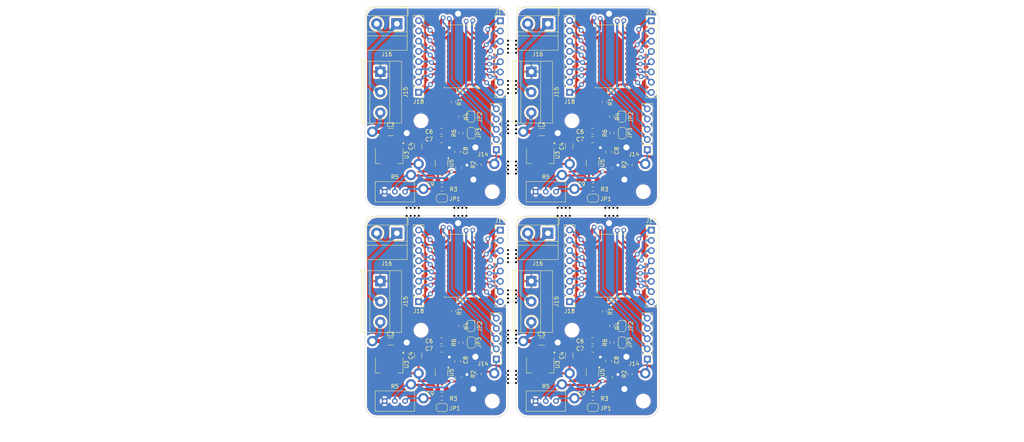
<source format=kicad_pcb>
(kicad_pcb (version 20240108) (generator "pcbnew") (generator_version "8.0")
  (layers (0 "F.Cu" signal) (31 "B.Cu" signal) (34 "B.Paste" user) (35 "F.Paste" user) (36 "B.SilkS" user "B.Silkscreen") (37 "F.SilkS" user "F.Silkscreen") (38 "B.Mask" user) (39 "F.Mask" user) (44 "Edge.Cuts" user))
  (net 0 "")
  (footprint "Jumper:SolderJumper-2_P1.3mm_Bridged_RoundedPad1.0x1.5mm" (layer "F.Cu") (at 138.275 47.35 90)
    (property "Reference" "JP2")
    (property "Value" "Solder _Bridge")
  )
  (footprint "Jumper:SolderJumper-2_P1.3mm_Bridged_RoundedPad1.0x1.5mm" (layer "F.Cu") (at 175.87 51.45 90)
    (property "Reference" "JP3")
    (property "Value" "Solder _Bridge")
  )
  (footprint "Capacitor_SMD:C_0805_2012Metric_Pad1.18x1.45mm_HandSolder" (layer "F.Cu") (at 131 103)
    (property "Reference" "C6")
    (property "Value" "10uF")
  )
  (footprint "NPTH" (layer "F.Cu") (at 147.5 51.5)
    (property "Reference" "KiKit_MB_3_4" (hide yes))
    (property "Value" "NPTH" (hide yes))
  )
  (footprint "NPTH" (layer "F.Cu") (at 147.5 90.5)
    (property "Reference" "KiKit_MB_14_1" (hide yes))
    (property "Value" "NPTH" (hide yes))
  )
  (footprint "NPTH" (layer "F.Cu") (at 149.5 112.5)
    (property "Reference" "KiKit_MB_22_2" (hide yes))
    (property "Value" "NPTH" (hide yes))
  )
  (footprint "NPTH" (layer "F.Cu") (at 147.5 29.5)
    (property "Reference" "KiKit_MB_1_2" (hide yes))
    (property "Value" "NPTH" (hide yes))
  )
  (footprint "NPTH" (layer "F.Cu") (at 171.666666 72)
    (property "Reference" "KiKit_MB_24_1" (hide yes))
    (property "Value" "NPTH" (hide yes))
  )
  (footprint "NPTH" (layer "F.Cu") (at 149.5 102.5)
    (property "Reference" "KiKit_MB_21_2" (hide yes))
    (property "Value" "NPTH" (hide yes))
  )
  (footprint "Capacitor_SMD:C_1206_3216Metric" (layer "F.Cu") (at 118.4 103.2)
    (property "Reference" "C3")
    (property "Value" "10uF")
  )
  (footprint "Jumper:SolderJumper-2_P1.3mm_Bridged_RoundedPad1.0x1.5mm" (layer "F.Cu") (at 175.775 47.35 90)
    (property "Reference" "JP2")
    (property "Value" "Solder _Bridge")
  )
  (footprint "NPTH" (layer "F.Cu") (at 149.5 90.5)
    (property "Reference" "KiKit_MB_20_4" (hide yes))
    (property "Value" "NPTH" (hide yes))
  )
  (footprint "NPTH" (layer "F.Cu") (at 149.5 31.5)
    (property "Reference" "KiKit_MB_7_1" (hide yes))
    (property "Value" "NPTH" (hide yes))
  )
  (footprint "NPTH" (layer "F.Cu") (at 159.833333 72)
    (property "Reference" "KiKit_MB_23_1" (hide yes))
    (property "Value" "NPTH" (hide yes))
  )
  (footprint "NPTH" (layer "F.Cu") (at 149.5 28.5)
    (property "Reference" "KiKit_MB_7_4" (hide yes))
    (property "Value" "NPTH" (hide yes))
  )
  (footprint "Connector_PinHeader_2.54mm:PinHeader_1x08_P2.54mm_Vertical" (layer "F.Cu") (at 162.8 93.31 180)
    (property "Reference" "J18")
    (property "Value" "Conn_01x08")
  )
  (footprint "Capacitor_SMD:C_0805_2012Metric_Pad1.18x1.45mm_HandSolder" (layer "F.Cu") (at 131.1 63.084886)
    (property "Reference" "C9")
    (property "Value" "1pF")
  )
  (footprint "NPTH" (layer "F.Cu") (at 147.5 58.5)
    (property "Reference" "KiKit_MB_4_1" (hide yes))
    (property "Value" "NPTH" (hide yes))
  )
  (footprint "NPTH" (layer "F.Cu") (at 122.333334 72)
    (property "Reference" "KiKit_MB_17_1" (hide yes))
    (property "Value" "NPTH" (hide yes))
  )
  (footprint "NPTH" (layer "F.Cu") (at 149.5 92.5)
    (property "Reference" "KiKit_MB_20_2" (hide yes))
    (property "Value" "NPTH" (hide yes))
  )
  (footprint "NPTH" (layer "F.Cu") (at 173.666666 70)
    (property "Reference" "KiKit_MB_12_2" (hide yes))
    (property "Value" "NPTH" (hide yes))
  )
  (footprint "NPTH" (layer "F.Cu") (at 161.833333 70)
    (property "Reference" "KiKit_MB_11_2" (hide yes))
    (property "Value" "NPTH" (hide yes))
  )
  (footprint "NPTH" (layer "F.Cu") (at 147.5 110.5)
    (property "Reference" "KiKit_MB_16_1" (hide yes))
    (property "Value" "NPTH" (hide yes))
  )
  (footprint "Resistor_SMD:R_0603_1608Metric_Pad0.98x0.95mm_HandSolder" (layer "F.Cu") (at 131.1 65.3 180)
    (property "Reference" "R3")
    (property "Value" "100k")
  )
  (footprint "Connector_PinHeader_2.54mm:PinHeader_1x08_P2.54mm_Vertical" (layer "F.Cu") (at 125.3 41.31 180)
    (property "Reference" "J18")
    (property "Value" "Conn_01x08")
  )
  (footprint "Jumper:SolderJumper-2_P1.3mm_Bridged_RoundedPad1.0x1.5mm" (layer "F.Cu") (at 168.6 67.6 180)
    (property "Reference" "JP1")
    (property "Value" "Solder _Bridge")
  )
  (footprint "Capacitor_SMD:C_0805_2012Metric_Pad1.18x1.45mm_HandSolder" (layer "F.Cu") (at 172.7 112.1 -90)
    (property "Reference" "C5" (hide yes))
    (property "Value" "100nF")
  )
  (footprint "MountingHole:MountingHole_3.2mm_M3" (layer "F.Cu") (at 163.4 100.4)
    (property "Reference" "H5" (hide yes))
    (property "Value" "MountingHole")
  )
  (footprint "NPTH" (layer "F.Cu") (at 147.5 59.5)
    (property "Reference" "KiKit_MB_4_2" (hide yes))
    (property "Value" "NPTH" (hide yes))
  )
  (footprint "NPTH" (layer "F.Cu") (at 147.5 81.5)
    (property "Reference" "KiKit_MB_13_2" (hide yes))
    (property "Value" "NPTH" (hide yes))
  )
  (footprint "Potentiometer_THT:Potentiometer_Bourns_3296W_Vertical" (layer "F.Cu") (at 121.94 66)
    (property "Reference" "R5")
    (property "Value" "R_Trim")
  )
  (footprint "Package_TO_SOT_SMD:SOT-223-3_TabPin2" (layer "F.Cu") (at 118 57.1 -90)
    (property "Reference" "U3")
    (property "Value" "AMS1117-3.3")
  )
  (footprint "Connector_PinHeader_2.54mm:PinHeader_1x08_P2.54mm_Vertical" (layer "F.Cu") (at 183.1 75.56)
    (property "Reference" "J17")
    (property "Value" "Conn_01x08" (hide yes))
  )
  (footprint "Jumper:SolderJumper-2_P1.3mm_Bridged_RoundedPad1.0x1.5mm" (layer "F.Cu") (at 175.87 103.45 90)
    (property "Reference" "JP3")
    (property "Value" "Solder _Bridge")
  )
  (footprint "Capacitor_SMD:C_0805_2012Metric_Pad1.18x1.45mm_HandSolder" (layer "F.Cu") (at 168.6 115.084886)
    (property "Reference" "C9")
    (property "Value" "1pF")
  )
  (footprint "Package_TO_SOT_SMD:TSOT-23-5_HandSoldering" (layer "F.Cu") (at 168.5 110.9 -90)
    (property "Reference" "U5")
    (property "Value" "OPA607Q1")
  )
  (footprint "Resistor_SMD:R_0603_1608Metric_Pad0.98x0.95mm_HandSolder" (layer "F.Cu") (at 173.275 99.35 -90)
    (property "Reference" "R4")
    (property "Value" "100k")
  )
  (footprint "Resistor_SMD:R_0603_1608Metric_Pad0.98x0.95mm_HandSolder" (layer "F.Cu") (at 171.5 43.7 -90)
    (property "Reference" "R1")
    (property "Value" "100k")
  )
  (footprint "NPTH" (layer "F.Cu") (at 174.666666 72)
    (property "Reference" "KiKit_MB_24_4" (hide yes))
    (property "Value" "NPTH" (hide yes))
  )
  (footprint "NPTH" (layer "F.Cu") (at 149.5 93.5)
    (property "Reference" "KiKit_MB_20_1" (hide yes))
    (property "Value" "NPTH" (hide yes))
  )
  (footprint "NPTH" (layer "F.Cu") (at 136.166666 72)
    (property "Reference" "KiKit_MB_18_3" (hide yes))
    (property "Value" "NPTH" (hide yes))
  )
  (footprint "Potentiometer_THT:Potentiometer_Bourns_3296W_Vertical" (layer "F.Cu") (at 121.94 118)
    (property "Reference" "R5")
    (property "Value" "R_Trim")
  )
  (footprint "Capacitor_SMD:C_0805_2012Metric_Pad1.18x1.45mm_HandSolder" (layer "F.Cu") (at 168.5 105.1)
    (property "Reference" "C7")
    (property "Value" "100nF")
  )
  (footprint "Resistor_SMD:R_0603_1608Metric_Pad0.98x0.95mm_HandSolder" (layer "F.Cu") (at 168.6 117.3 180)
    (property "Reference" "R3")
    (property "Value" "100k")
  )
  (footprint "Capacitor_SMD:C_0805_2012Metric_Pad1.18x1.45mm_HandSolder" (layer "F.Cu") (at 172.7 60.1 -90)
    (property "Reference" "C5" (hide yes))
    (property "Value" "100nF")
  )
  (footprint "NPTH" (layer "F.Cu") (at 172.666666 72)
    (property "Reference" "KiKit_MB_24_2" (hide yes))
    (property "Value" "NPTH" (hide yes))
  )
  (footprint "NPTH" (layer "F.Cu") (at 149.5 100.5)
    (property "Reference" "KiKit_MB_21_4" (hide yes))
    (property "Value" "NPTH" (hide yes))
  )
  (footprint "NPTH" (layer "F.Cu") (at 171.666666 70)
    (property "Reference" "KiKit_MB_12_4" (hide yes))
    (property "Value" "NPTH" (hide yes))
  )
  (footprint "NPTH" (layer "F.Cu") (at 147.5 113.5)
    (property "Reference" "KiKit_MB_16_4" (hide yes))
    (property "Value" "NPTH" (hide yes))
  )
  (footprint "Capacitor_SMD:C_1206_3216Metric" (layer "F.Cu") (at 155.9 51.2)
    (property "Reference" "C3")
    (property "Value" "10uF")
  )
  (footprint "NPTH" (layer "F.Cu") (at 149.5 101.5)
    (property "Reference" "KiKit_MB_21_3" (hide yes))
    (property "Value" "NPTH" (hide yes))
  )
  (footprint "Package_TO_SOT_SMD:TSOT-23-5_HandSoldering" (layer "F.Cu") (at 168.5 58.9 -90)
    (property "Reference" "U5")
    (property "Value" "OPA607Q1")
  )
  (footprint "NPTH" (layer "F.Cu") (at 125.333334 70)
    (property "Reference" "KiKit_MB_5_1" (hide yes))
    (property "Value" "NPTH" (hide yes))
  )
  (footprint "NPTH" (layer "F.Cu") (at 162.833333 72)
    (property "Reference" "KiKit_MB_23_4" (hide yes))
    (property "Value" "NPTH" (hide yes))
  )
  (footprint "NPTH" (layer "F.Cu") (at 135.166666 70)
    (property "Reference" "KiKit_MB_6_3" (hide yes))
    (property "Value" "NPTH" (hide yes))
  )
  (footprint "Capacitor_SMD:C_0805_2012Metric_Pad1.18x1.45mm_HandSolder" (layer "F.Cu") (at 172.5 56.1 90)
    (property "Reference" "C8")
    (property "Value" "10uF")
  )
  (footprint "NPTH" (layer "F.Cu") (at 149.5 111.5)
    (property "Reference" "KiKit_MB_22_3" (hide yes))
    (property "Value" "NPTH" (hide yes))
  )
  (footprint "NPTH" (layer "F.Cu") (at 147.5 49.5)
    (property "Reference" "KiKit_MB_3_2" (hide yes))
    (property "Value" "NPTH" (hide yes))
  )
  (footprint "NPTH" (layer "F.Cu") (at 149.5 40.5)
    (property "Reference" "KiKit_MB_8_2" (hide yes))
    (property "Value" "NPTH" (hide yes))
  )
  (footprint "Capacitor_SMD:C_0805_2012Metric_Pad1.18x1.45mm_HandSolder" (layer "F.Cu") (at 135.2 60.1 -90)
    (property "Reference" "C5" (hide yes))
    (property "Value" "100nF")
  )
  (footprint "TerminalBlock_Phoenix:TerminalBlock_Phoenix_MKDS-1,5-3-5.08_1x03_P5.08mm_Horizontal" (layer "F.Cu") (at 115.8 36.2 -90)
    (property "Reference" "J15")
    (property "Value" "Screw_Terminal_01x04")
  )
  (footprint "NPTH" (layer "F.Cu") (at 149.5 51.5)
    (property "Reference" "KiKit_MB_9_1" (hide yes))
    (property "Value" "NPTH" (hide yes))
  )
  (footprint "Jumper:SolderJumper-2_P1.3mm_Bridged_RoundedPad1.0x1.5mm" (layer "F.Cu") (at 138.275 99.35 90)
    (property "Reference" "JP2")
    (property "Value" "Solder _Bridge")
  )
  (footprint "NPTH" (layer "F.Cu") (at 149.5 49.5)
    (property "Reference" "KiKit_MB_9_3" (hide yes))
    (property "Value" "NPTH" (hide yes))
  )
  (footprint "Resistor_SMD:R_0603_1608Metric_Pad0.98x0.95mm_HandSolder" (layer "F.Cu") (at 140.3 59.3 90)
    (property "Reference" "R2")
    (property "Value" "10k")
  )
  (footprint "NPTH" (layer "F.Cu") (at 147.5 30.5)
    (property "Reference" "KiKit_MB_1_3" (hide yes))
    (property "Value" "NPTH" (hide yes))
  )
  (footprint "TerminalBlock_MetzConnect:TerminalBlock_MetzConnect_Type011_RT05502HBWC_1x02_P5.00mm_Horizontal" (layer "F.Cu") (at 119.9 76.3 180)
    (property "Reference" "J16")
    (property "Value" "Screw_Terminal_01x02")
  )
  (footprint "NPTH" (layer "F.Cu") (at 149.5 81.5)
    (property "Reference" "KiKit_MB_19_3" (hide yes))
    (property "Value" "NPTH" (hide yes))
  )
  (footprint "Jumper:SolderJumper-2_P1.3mm_Bridged_RoundedPad1.0x1.5mm" (layer "F.Cu") (at 131.1 67.6 180)
    (property "Reference" "JP1")
    (property "Value" "Solder _Bridge")
  )
  (footprint "Jumper:SolderJumper-2_P1.3mm_Bridged_RoundedPad1.0x1.5mm" (layer "F.Cu") (at 168.6 119.6 180)
    (property "Reference" "JP1")
    (property "Value" "Solder _Bridge")
  )
  (footprint "NPTH" (layer "F.Cu") (at 149.5 41.5)
    (property "Reference" "KiKit_MB_8_1" (hide yes))
    (property "Value" "NPTH" (hide yes))
  )
  (footprint "Resistor_SMD:R_0603_1608Metric_Pad0.98x0.95mm_HandSolder" (layer "F.Cu") (at 168.6 65.3 180)
    (property "Reference" "R3")
    (property "Value" "100k")
  )
  (footprint "NPTH" (layer "F.Cu") (at 137.166666 72)
    (property "Reference" "KiKit_MB_18_4" (hide yes))
    (property "Value" "NPTH" (hide yes))
  )
  (footprint "NPTH" (layer "F.Cu") (at 137.166666 70)
    (property "Reference" "KiKit_MB_6_1" (hide yes))
    (property "Value" "NPTH" (hide yes))
  )
  (footprint "Capacitor_SMD:C_1206_3216Metric" (layer "F.Cu") (at 125.2 54.7 90)
    (property "Reference" "C4")
    (property "Value" "10uF" (hide yes))
  )
  (footprint "NPTH" (layer "F.Cu") (at 147.5 100.5)
    (property "Reference" "KiKit_MB_15_1" (hide yes))
    (property "Value" "NPTH" (hide yes))
  )
  (footprint "NPTH" (layer "F.Cu") (at 147.5 50.5)
    (property "Reference" "KiKit_MB_3_3" (hide yes))
    (property "Value" "NPTH" (hide yes))
  )
  (footprint "Resistor_SMD:R_0603_1608Metric_Pad0.98x0.95mm_HandSolder" (layer "F.Cu") (at 135.775 51.45 -90)
    (property "Reference" "R6")
    (property "Value" "100k")
  )
  (footprint "Package_SO:SOIC-24W_7.5x15.4mm_P1.27mm" (layer "F.Cu") (at 173 84.385 180)
    (property "Reference" "U4")
    (property "Value" "CD74HCT4067QM96Q")
  )
  (footprint "Connector_PinHeader_2.54mm:PinHeader_1x05_P2.54mm_Vertical" (layer "F.Cu") (at 144.6 107.58 180)
    (property "Reference" "J14")
    (property "Value" "Analog 0")
  )
  (footprint "NPTH" (layer "F.Cu") (at 172.666666 70)
    (property "Reference" "KiKit_MB_12_3" (hide yes))
    (property "Value" "NPTH" (hide yes))
  )
  (footprint "Capacitor_SMD:C_0805_2012Metric_Pad1.18x1.45mm_HandSolder" (layer "F.Cu") (at 135 56.1 90)
    (property "Reference" "C8")
    (property "Value" "10uF")
  )
  (footprint "NPTH" (layer "F.Cu") (at 147.5 61.5)
    (property "Reference" "KiKit_MB_4_4" (hide yes))
    (property "Value" "NPTH" (hide yes))
  )
  (footprint "NPTH" (layer "F.Cu") (at 149.5 83.5)
    (property "Reference" "KiKit_MB_19_1" (hide yes))
    (property "Value" "NPTH" (hide yes))
  )
  (footprint "NPTH" (layer "F.Cu") (at 134.166666 70)
    (property "Reference" "KiKit_MB_6_4" (hide yes))
    (property "Value" "NPTH" (hide yes))
  )
  (footprint "NPTH" (layer "F.Cu") (at 125.333334 72)
    (property "Reference" "KiKit_MB_17_4" (hide yes))
    (property "Value" "NPTH" (hide yes))
  )
  (footprint "NPTH" (layer "F.Cu") (at 134.166666 72)
    (property "Reference" "KiKit_MB_18_1" (hide yes))
    (property "Value" "NPTH" (hide yes))
  )
  (footprint "NPTH" (layer "F.Cu") (at 147.5 92.5)
    (property "Reference" "KiKit_MB_14_3" (hide yes))
    (property "Value" "NPTH" (hide yes))
  )
  (footprint "NPTH" (layer "F.Cu") (at 161.833333 72)
    (property "Reference" "KiKit_MB_23_3" (hide yes))
    (property "Value" "NPTH" (hide yes))
  )
  (footprint "TerminalBlock_MetzConnect:TerminalBlock_MetzConnect_Type011_RT05502HBWC_1x02_P5.00mm_Horizontal" (layer "F.Cu") (at 157.4 24.3 180)
    (property "Reference" "J16")
    (property "Value" "Screw_Terminal_01x02")
  )
  (footprint "MountingHole:MountingHole_3.2mm_M3" (layer "F.Cu") (at 125.9 100.4)
    (property "Reference" "H5" (hide yes))
    (property "Value" "MountingHole")
  )
  (footprint "NPTH" (layer "F.Cu") (at 149.5 30.5)
    (property "Reference" "KiKit_MB_7_2" (hide yes))
    (property "Value" "NPTH" (hide yes))
  )
  (footprint "Capacitor_SMD:C_0805_2012Metric_Pad1.18x1.45mm_HandSolder" (layer "F.Cu") (at 168.5 51)
    (property "Reference" "C6")
    (property "Value" "10uF")
  )
  (footprint "Jumper:SolderJumper-2_P1.3mm_Bridged_RoundedPad1.0x1.5mm" (layer "F.Cu") (at 175.775 99.35 90)
    (property "Reference" "JP2")
    (property "Value" "Solder _Bridge")
  )
  (footprint "MountingHole:MountingHole_3.2mm_M3" (layer "F.Cu") (at 181.1 66)
    (property "Reference" "H4" (hide yes))
    (property "Value" "MountingHole")
  )
  (footprint "NPTH" (layer "F.Cu") (at 147.5 80.5)
    (property "Reference" "KiKit_MB_13_1" (hide yes))
    (property "Value" "NPTH" (hide yes))
  )
  (footprint "NPTH" (layer "F.Cu") (at 147.5 31.5)
    (property "Reference" "KiKit_MB_1_4" (hide yes))
    (property "Value" "NPTH" (hide yes))
  )
  (footprint "Capacitor_SMD:C_1206_3216Metric" (layer "F.Cu") (at 155.9 103.2)
    (property "Reference" "C3")
    (property "Value" "10uF")
  )
  (footprint "Capacitor_SMD:C_0805_2012Metric_Pad1.18x1.45mm_HandSolder" (layer "F.Cu") (at 131.1 115.084886)
    (property "Reference" "C9")
    (property "Value" "1pF")
  )
  (footprint "NPTH" (layer "F.Cu") (at 149.5 80.5)
    (property "Reference" "KiKit_MB_19_4" (hide yes))
    (property "Value" "NPTH" (hide yes))
  )
  (footprint "Potentiometer_THT:Potentiometer_Bourns_3296W_Vertical" (layer "F.Cu") (at 159.44 118)
    (property "Reference" "R5")
    (property "Value" "R_Trim")
  )
  (footprint "NPTH" (layer "F.Cu") (at 149.5 110.5)
    (property "Reference" "KiKit_MB_22_4" (hide yes))
    (property "Value" "NPTH" (hide yes))
  )
  (footprint "NPTH" (layer "F.Cu") (at 136.166666 70)
    (property "Reference" "KiKit_MB_6_2" (hide yes))
    (property "Value" "NPTH" (hide yes))
  )
  (footprint "NPTH" (layer "F.Cu") (at 160.833333 72)
    (property "Reference" "KiKit_MB_23_2" (hide yes))
    (property "Value" "NPTH" (hide yes))
  )
  (footprint "Package_SO:SOIC-24W_7.5x15.4mm_P1.27mm" (layer "F.Cu") (at 135.5 32.385 180)
    (property "Reference" "U4")
    (property "Value" "CD74HCT4067QM96Q")
  )
  (footprint "NPTH" (layer "F.Cu") (at 149.5 50.5)
    (property "Reference" "KiKit_MB_9_2" (hide yes))
    (property "Value" "NPTH" (hide yes))
  )
  (footprint "NPTH" (layer "F.Cu") (at 149.5 82.5)
    (property "Reference" "KiKit_MB_19_2" (hide yes))
    (property "Value" "NPTH" (hide yes))
  )
  (footprint "Capacitor_SMD:C_0805_2012Metric_Pad1.18x1.45mm_HandSolder" (layer "F.Cu") (at 135 108.1 90)
    (property "Reference" "C8")
    (property "Value" "10uF")
  )
  (footprint "Capacitor_SMD:C_0805_2012Metric_Pad1.18x1.45mm_HandSolder" (layer "F.Cu") (at 135.2 112.1 -90)
    (property "Reference" "C5" (hide yes))
    (property "Value" "100nF")
  )
  (footprint "NPTH" (layer "F.Cu") (at 147.5 38.5)
    (property "Reference" "KiKit_MB_2_1" (hide yes))
    (property "Value" "NPTH" (hide yes))
  )
  (footprint "NPTH" (layer "F.Cu") (at 147.5 39.5)
    (property "Reference" "KiKit_MB_2_2" (hide yes))
    (property "Value" "NPTH" (hide yes))
  )
  (footprint "Resistor_SMD:R_0603_1608Metric_Pad0.98x0.95mm_HandSolder" (layer "F.Cu") (at 134 43.7 -90)
    (property "Reference" "R1")
    (property "Value" "100k")
  )
  (footprint "Resistor_SMD:R_0603_1608Metric_Pad0.98x0.95mm_HandSolder" (layer "F.Cu") (at 134 95.7 -90)
    (property "Reference" "R1")
    (property "Value" "100k")
  )
  (footprint "Capacitor_SMD:C_1206_3216Metric" (layer "F.Cu") (at 162.7 106.7 90)
    (property "Reference" "C4")
    (property "Value" "10uF" (hide yes))
  )
  (footprint "NPTH" (layer "F.Cu") (at 147.5 102.5)
    (property "Reference" "KiKit_MB_15_3" (hide yes))
    (property "Value" "NPTH" (hide yes))
  )
  (footprint "NPTH" (layer "F.Cu") (at 147.5 112.5)
    (property "Reference" "KiKit_MB_16_3" (hide yes))
    (property "Value" "NPTH" (hide yes))
  )
  (footprint "Capacitor_SMD:C_1206_3216Metric" (layer "F.Cu") (at 118.4 51.2)
    (property "Reference" "C3")
    (property "Value" "10uF")
  )
  (footprint "Resistor_SMD:R_0603_1608Metric_Pad0.98x0.95mm_HandSolder" (layer "F.Cu") (at 177.8 111.3 90)
    (property "Reference" "R2")
    (property "Value" "10k")
  )
  (footprint "TerminalBlock_Phoenix:TerminalBlock_Phoenix_MKDS-1,5-3-5.08_1x03_P5.08mm_Horizontal" (layer "F.Cu") (at 153.3 88.2 -90)
    (property "Reference" "J15")
    (property "Value" "Screw_Terminal_01x04")
  )
  (footprint "Jumper:SolderJumper-2_P1.3mm_Bridged_RoundedPad1.0x1.5mm" (layer "F.Cu") (at 131.1 119.6 180)
    (property "Reference" "JP1")
    (property "Value" "Solder _Bridge")
  )
  (footprint "NPTH" (layer "F.Cu") (at 162.833333 70)
    (property "Reference" "KiKit_MB_11_1" (hide yes))
    (property "Value" "NPTH" (hide yes))
  )
  (footprint "Jumper:SolderJumper-2_P1.3mm_Bridged_RoundedPad1.0x1.5mm" (layer "F.Cu") (at 138.37 51.45 90)
    (property "Reference" "JP3")
    (property "Value" "Solder _Bridge")
  )
  (footprint "NPTH" (layer "F.Cu") (at 147.5 41.5)
    (property "Reference" "KiKit_MB_2_4" (hide yes))
    (property "Value" "NPTH" (hide yes))
  )
  (footprint "NPTH" (layer "F.Cu") (at 147.5 93.5)
    (property "Reference" "KiKit_MB_14_4" (hide yes))
    (property "Value" "NPTH" (hide yes))
  )
  (footprint "NPTH" (layer "F.Cu") (at 149.5 103.5)
    (property "Reference" "KiKit_MB_21_1" (hide yes))
    (property "Value" "NPTH" (hide yes))
  )
  (footprint "NPTH" (layer "F.Cu") (at 124.333334 70)
    (property "Reference" "KiKit_MB_5_2" (hide yes))
    (property "Value" "NPTH" (hide yes))
  )
  (footprint "Jumper:SolderJumper-2_P1.3mm_Bridged_RoundedPad1.0x1.5mm" (layer "F.Cu") (at 138.37 103.45 90)
    (property "Reference" "JP3")
    (property "Value" "Solder _Bridge")
  )
  (footprint "NPTH" (layer "F.Cu") (at 147.5 101.5)
    (property "Reference" "KiKit_MB_15_2" (hide yes))
    (property "Value" "NPTH" (hide yes))
  )
  (footprint "NPTH" (layer "F.Cu") (at 147.5 103.5)
    (property "Reference" "KiKit_MB_15_4" (hide yes))
    (property "Value" "NPTH" (hide yes))
  )
  (footprint "Package_TO_SOT_SMD:SOT-223-3_TabPin2" (layer "F.Cu") (at 155.5 57.1 -90)
    (property "Reference" "U3")
    (property "Value" "AMS1117-3.3")
  )
  (footprint "NPTH" (layer "F.Cu") (at 123.333334 70)
    (property "Reference" "KiKit_MB_5_3" (hide yes))
    (property "Value" "NPTH" (hide yes))
  )
  (footprint "Resistor_SMD:R_0603_1608Metric_Pad0.98x0.95mm_HandSolder" (layer "F.Cu") (at 135.775 99.35 -90)
    (property "Reference" "R4")
    (property "Value" "100k")
  )
  (footprint "Connector_PinHeader_2.54mm:PinHeader_1x05_P2.54mm_Vertical" (layer "F.Cu") (at 182.1 107.58 180)
    (property "Reference" "J14")
    (property "Value" "Analog 0")
  )
  (footprint "Resistor_SMD:R_0603_1608Metric_Pad0.98x0.95mm_HandSolder" (layer "F.Cu") (at 173.275 103.45 -90)
    (property "Reference" "R6")
    (property "Value" "100k")
  )
  (footprint "NPTH" (layer "F.Cu") (at 147.5 28.5)
    (property "Reference" "KiKit_MB_1_1" (hide yes))
    (property "Value" "NPTH" (hide yes))
  )
  (footprint "Package_TO_SOT_SMD:SOT-223-3_TabPin2" (layer "F.Cu") (at 118 109.1 -90)
    (property "Reference" "U3")
    (property "Value" "AMS1117-3.3")
  )
  (footprint "MountingHole:MountingHole_3.2mm_M3" (layer "F.Cu") (at 143.6 66)
    (property "Reference" "H4" (hide yes))
    (property "Value" "MountingHole")
  )
  (footprint "Connector_PinHeader_2.54mm:PinHeader_1x08_P2.54mm_Vertical" (layer "F.Cu") (at 162.8 41.31 180)
    (property "Reference" "J18")
    (property "Value" "Conn_01x08")
  )
  (footprint "Capacitor_SMD:C_0805_2012Metric_Pad1.18x1.45mm_HandSolder" (layer "F.Cu") (at 131 53.1)
    (property "Reference" "C7")
    (property "Value" "100nF")
  )
  (footprint "NPTH" (layer "F.Cu") (at 149.5 29.5)
    (property "Reference" "KiKit_MB_7_3" (hide yes))
    (property "Value" "NPTH" (hide yes))
  )
  (footprint "Resistor_SMD:R_0603_1608Metric_Pad0.98x0.95mm_HandSolder" (layer "F.Cu") (at 177.8 59.3 90)
    (property "Reference" "R2")
    (property "Value" "10k")
  )
  (footprint "NPTH" (layer "F.Cu") (at 147.5 91.5)
    (property "Reference" "KiKit_MB_14_2" (hide yes))
    (property "Value" "NPTH" (hide yes))
  )
  (footprint "NPTH" (layer "F.Cu") (at 149.5 113.5)
    (property "Reference" "KiKit_MB_22_1" (hide yes))
    (property "Value" "NPTH" (hide yes))
  )
  (footprint "Capacitor_SMD:C_0805_2012Metric_Pad1.18x1.45mm_HandSolder" (layer "F.Cu") (at 131 51)
    (property "Reference" "C6")
    (property "Value" "10uF")
  )
  (footprint "Capacitor_SMD:C_0805_2012Metric_Pad1.18x1.45mm_HandSolder" (layer "F.Cu") (at 131 105.1)
    (property "Reference" "C7")
    (property "Value" "100nF")
  )
  (footprint "NPTH" (layer "F.Cu") (at 147.5 83.5)
    (property "Reference" "KiKit_MB_13_4" (hide yes))
    (property "Value" "NPTH" (hide yes))
  )
  (footprint "TerminalBlock_MetzConnect:TerminalBlock_MetzConnect_Type011_RT05502HBWC_1x02_P5.00mm_Horizontal" (layer "F.Cu") (at 119.9 24.3 180)
    (property "Reference" "J16")
    (property "Value" "Screw_Terminal_01x02")
  )
  (footprint "TerminalBlock_MetzConnect:TerminalBlock_MetzConnect_Type011_RT05502HBWC_1x02_P5.00mm_Horizontal" (layer "F.Cu") (at 157.4 76.3 180)
    (property "Reference" "J16")
    (property "Value" "Screw_Terminal_01x02")
  )
  (footprint "Resistor_SMD:R_0603_1608Metric_Pad0.98x0.95mm_HandSolder" (layer "F.Cu") (at 131.1 117.3 180)
    (property "Reference" "R3")
    (property "Value" "100k")
  )
  (footprint "NPTH" (layer "F.Cu") (at 149.5 60.5)
    (property "Reference" "KiKit_MB_10_2" (hide yes))
    (property "Value" "NPTH" (hide yes))
  )
  (footprint "Package_TO_SOT_SMD:SOT-223-3_TabPin2" (layer "F.Cu") (at 155.5 109.1 -90)
    (property "Reference" "U3")
    (property "Value" "AMS1117-3.3")
  )
  (footprint "MountingHole:MountingHole_3.2mm_M3" (layer "F.Cu") (at 163.4 48.4)
    (property "Reference" "H5" (hide yes))
    (property "Value" "MountingHole")
  )
  (footprint "NPTH" (layer "F.Cu") (at 173.666666 72)
    (property "Reference" "KiKit_MB_24_3" (hide yes))
    (property "Value" "NPTH" (hide yes))
  )
  (footprint "Capacitor_SMD:C_1206_3216Metric" (layer "F.Cu") (at 125.2 106.7 90)
    (property "Reference" "C4")
    (property "Value" "10uF" (hide yes))
  )
  (footprint "Resistor_SMD:R_0603_1608Metric_Pad0.98x0.95mm_HandSolder" (layer "F.Cu") (at 173.275 47.35 -90)
    (property "Reference" "R4")
    (property "Value" "100k")
  )
  (footprint "NPTH" (layer "F.Cu") (at 149.5 61.5)
    (property "Reference" "KiKit_MB_10_1" (hide yes))
    (property "Value" "NPTH" (hide yes))
  )
  (footprint "NPTH" (layer "F.Cu") (at 159.833333 70)
    (property "Reference" "KiKit_MB_11_4" (hide yes))
    (property "Value" "NPTH" (hide yes))
  )
  (footprint "Package_SO:SOIC-24W_7.5x15.4mm_P1.27mm" (layer "F.Cu") (at 173 32.385 180)
    (property "Reference" "U4")
    (property "Value" "CD74HCT4067QM96Q")
  )
  (footprint "NPTH" (layer "F.Cu") (at 147.5 60.5)
    (property "Reference" "KiKit_MB_4_3" (hide yes))
    (property "Value" "NPTH" (hide yes))
  )
  (footprint "NPTH" (layer "F.Cu") (at 149.5 48.5)
    (property "Reference" "KiKit_MB_9_4" (hide yes))
    (property "Value" "NPTH" (hide yes))
  )
  (footprint "Package_SO:SOIC-24W_7.5x15.4mm_P1.27mm" (layer "F.Cu") (at 135.5 84.385 180)
    (property "Reference" "U4")
    (property "Value" "CD74HCT4067QM96Q")
  )
  (footprint "NPTH" (layer "F.Cu") (at 149.5 38.5)
    (property "Reference" "KiKit_MB_8_4" (hide yes))
    (property "Value" "NPTH" (hide yes))
  )
  (footprint "NPTH" (layer "F.Cu") (at 135.166666 72)
    (property "Reference" "KiKit_MB_18_2" (hide yes))
    (property "Value" "NPTH" (hide yes))
  )
  (footprint "Resistor_SMD:R_0603_1608Metric_Pad0.98x0.95mm_HandSolder" (layer "F.Cu") (at 173.275 51.45 -90)
    (property "Reference" "R6")
    (property "Value" "100k")
  )
  (footprint "NPTH" (layer "F.Cu") (at 147.5 111.5)
    (property "Reference" "KiKit_MB_16_2" (hide yes))
    (property "Value" "NPTH" (hide yes))
  )
  (footprint "Package_TO_SOT_SMD:TSOT-23-5_HandSoldering" (layer "F.Cu") (at 131 58.9 -90)
    (property "Reference" "U5")
    (property "Value" "OPA607Q1")
  )
  (footprint "Package_TO_SOT_SMD:TSOT-23-5_HandSoldering" (layer "F.Cu") (at 131 110.9 -90)
    (property "Reference" "U5")
    (property "Value" "OPA607Q1")
  )
  (footprint "NPTH" (layer "F.Cu") (at 160.833333 70)
    (property "Reference" "KiKit_MB_11_3" (hide yes))
    (property "Value" "NPTH" (hide yes))
  )
  (footprint "Capacitor_SMD:C_1206_3216Metric" (layer "F.Cu") (at 162.7 54.7 90)
    (property "Reference" "C4")
    (property "Value" "10uF" (hide yes))
  )
  (footprint "NPTH" (layer "F.Cu") (at 149.5 39.5)
    (property "Reference" "KiKit_MB_8_3" (hide yes))
    (property "Value" "NPTH" (hide yes))
  )
  (footprint "Resistor_SMD:R_0603_1608Metric_Pad0.98x0.95mm_HandSolder" (layer "F.Cu") (at 171.5 95.7 -90)
    (property "Reference" "R1")
    (property "Value" "100k")
  )
  (footprint "NPTH" (layer "F.Cu") (at 122.333334 70)
    (property "Reference" "KiKit_MB_5_4" (hide yes))
    (property "Value" "NPTH" (hide yes))
  )
  (footprint "NPTH" (layer "F.Cu") (at 147.5 48.5)
    (property "Reference" "KiKit_MB_3_1" (hide yes))
    (property "Value" "NPTH" (hide yes))
  )
  (footprint "Capacitor_SMD:C_0805_2012Metric_Pad1.18x1.45mm_HandSolder" (layer "F.Cu") (at 168.5 103)
    (property "Reference" "C6")
    (property "Value" "10uF")
  )
  (footprint "Resistor_SMD:R_0603_1608Metric_Pad0.98x0.95mm_HandSolder" (layer "F.Cu") (at 135.775 103.45 -90)
    (property "Reference" "R6")
    (property "Value" "100k")
  )
  (footprint "Connector_PinHeader_2.54mm:PinHeader_1x08_P2.54mm_Vertical" (layer "F.Cu") (at 145.6 23.56)
    (property "Reference" "J17")
    (property "Value" "Conn_01x08" (hide yes))
  )
  (footprint "Connector_PinHeader_2.54mm:PinHeader_1x08_P2.54mm_Vertical" (layer "F.Cu") (at 145.6 75.56)
    (property "Reference" "J17")
    (property "Value" "Conn_01x08" (hide yes))
  )
  (footprint "MountingHole:MountingHole_3.2mm_M3" (layer "F.Cu") (at 181.1 118)
    (property "Reference" "H4" (hide yes))
    (property "Value" "MountingHole")
  )
  (footprint "NPTH" (layer "F.Cu") (at 149.5 58.5)
    (property "Reference" "KiKit_MB_10_4" (hide yes))
    (property "Value" "NPTH" (hide yes))
  )
  (footprint "TerminalBlock_Phoenix:TerminalBlock_Phoenix_MKDS-1,5-3-5.08_1x03_P5.08mm_Horizontal" (layer "F.Cu") (at 153.3 36.2 -90)
    (property "Reference" "J15")
    (property "Value" "Screw_Terminal_01x04")
  )
  (footprint "NPTH" (layer "F.Cu") (at 123.333334 72)
    (property "Reference" "KiKit_MB_17_2" (hide yes))
    (property "Value" "NPTH" (hide yes))
  )
  (footprint "Resistor_SMD:R_0603_1608Metric_Pad0.98x0.95mm_HandSolder" (layer "F.Cu") (at 140.3 111.3 90)
    (property "Reference" "R2")
    (property "Value" "10k")
  )
  (footprint "NPTH" (layer "F.Cu") (at 147.5 40.5)
    (property "Reference" "KiKit_MB_2_3" (hide yes))
    (property "Value" "NPTH" (hide yes))
  )
  (footprint "TerminalBlock_Phoenix:TerminalBlock_Phoenix_MKDS-1,5-3-5.08_1x03_P5.08mm_Horizontal" (layer "F.Cu") (at 115.8 88.2 -90)
    (property "Reference" "J15")
    (property "Value" "Screw_Terminal_01x04")
  )
  (footprint "NPTH" (layer "F.Cu") (at 149.5 59.5)
    (property "Reference" "KiKit_MB_10_3" (hide yes))
    (property "Value" "NPTH" (hide yes))
  )
  (footprint "NPTH" (layer "F.Cu") (at 147.5 82.5)
    (property "Reference" "KiKit_MB_13_3" (hide yes))
    (property "Value" "NPTH" (hide yes))
  )
  (footprint "Connector_PinHeader_2.54mm:PinHeader_1x08_P2.54mm_Vertical" (layer "F.Cu") (at 125.3 93.31 180)
    (property "Reference" "J18")
    (property "Value" "Conn_01x08")
  )
  (footprint "Connector_PinHeader_2.54mm:PinHeader_1x08_P2.54mm_Vertical" (layer "F.Cu") (at 183.1 23.56)
    (property "Reference" "J17")
    (property "Value" "Conn_01x08" (hide yes))
  )
  (footprint "NPTH" (layer "F.Cu") (at 124.333334 72)
    (property "Reference" "KiKit_MB_17_3" (hide yes))
    (property "Value" "NPTH" (hide yes))
  )
  (footprint "MountingHole:MountingHole_3.2mm_M3" (layer "F.Cu") (at 143.6 118)
    (property "Reference" "H4" (hide yes))
    (property "Value" "MountingHole")
  )
  (footprint "Connector_PinHeader_2.54mm:PinHeader_1x05_P2.54mm_Vertical" (layer "F.Cu") (at 182.1 55.58 180)
    (property "Reference" "J14")
    (property "Value" "Analog 0")
  )
  (footprint "MountingHole:MountingHole_3.2mm_M3" (layer "F.Cu") (at 125.9 48.4)
    (property "Reference" "H5" (hide yes))
    (property "Value" "MountingHole")
  )
  (footprint "Connector_PinHeader_2.54mm:PinHeader_1x05_P2.54mm_Vertical" (layer "F.Cu") (at 144.6 55.58 180)
    (property "Reference" "J14")
    (property "Value" "Analog 0")
  )
  (footprint "NPTH" (layer "F.Cu") (at 174.666666 70)
    (property "Reference" "KiKit_MB_12_1" (hide yes))
    (property "Value" "NPTH" (hide yes))
  )
  (footprint "Resistor_SMD:R_0603_1608Metric_Pad0.98x0.95mm_HandSolder" (layer "F.Cu") (at 135.775 47.35 -90)
    (property "Reference" "R4")
    (property "Value" "100k")
  )
  (footprint "NPTH" (layer "F.Cu") (at 149.5 91.5)
    (property "Reference" "KiKit_MB_20_3" (hide yes))
    (property "Value" "NPTH" (hide yes))
  )
  (footprint "Capacitor_SMD:C_0805_2012Metric_Pad1.18x1.45mm_HandSolder" (layer "F.Cu") (at 168.5 53.1)
    (property "Reference" "C7")
    (property "Value" "100nF")
  )
  (footprint "Potentiometer_THT:Potentiometer_Bourns_3296W_Vertical" (layer "F.Cu") (at 159.44 66)
    (property "Reference" "R5")
    (property "Value" "R_Trim")
  )
  (footprint "Capacitor_SMD:C_0805_2012Metric_Pad1.18x1.45mm_HandSolder" (layer "F.Cu") (at 168.6 63.084886)
    (property "Reference" "C9")
    (property "Value" "1pF")
  )
  (footprint "Capacitor_SMD:C_0805_2012Metric_Pad1.18x1.45mm_HandSolder" (layer "F.Cu") (at 172.5 108.1 90)
    (property "Reference" "C8")
    (property "Value" "10uF")
  )
  (gr_line (start 183.321182 121.693413) (end 183.455905 121.623039) (stroke (width 0.1)) (layer "Edge.Cuts"))
  (gr_line (start 184.984607 67.303504) (end 184.996149 67.151947) (stroke (width 0.1)) (layer "Edge.Cuts"))
  (gr_line (start 115 122) (end 144.5 122) (stroke (width 0.1)) (layer "Edge.Cuts"))
  (gr_line (start 147.465404 74.545716) (end 147.438589 74.396104) (stroke (width 0.1)) (layer "Edge.Cuts"))
  (gr_line (start 150.037709 120.713804) (end 150.127672 120.836317) (stroke (width 0.1)) (layer "Edge.Cuts"))
  (gr_line (start 112.015392 67.303504) (end 112.034595 67.454283) (stroke (width 0.1)) (layer "Edge.Cuts"))
  (gr_line (start 182.751957 20.095768) (end 182.603895 20.06141) (stroke (width 0.1)) (layer "Edge.Cuts"))
  (gr_line (start 147.438589 119.603895) (end 147.465404 119.454283) (stroke (width 0.1)) (layer "Edge.Cuts"))
  (gr_line (start 182 20) (end 152.5 20) (stroke (width 0.1)) (layer "Edge.Cuts"))
  (gr_line (start 144.5 20) (end 115 20) (stroke (width 0.1)) (layer "Edge.Cuts"))
  (gr_line (start 149.515392 67.303504) (end 149.534595 67.454283) (stroke (width 0.1)) (layer "Edge.Cuts"))
  (gr_line (start 150.786195 121.46229) (end 150.913107 121.545932) (stroke (width 0.1)) (layer "Edge.Cuts"))
  (gr_line (start 147.362417 74.10191) (end 147.313256 73.958084) (stroke (width 0.1)) (layer "Edge.Cuts"))
  (gr_line (start 151.044094 72.37696) (end 150.913107 72.454067) (stroke (width 0.1)) (layer "Edge.Cuts"))
  (gr_line (start 152.5 72) (end 152.348052 72.00385) (stroke (width 0.1)) (layer "Edge.Cuts"))
  (gr_line (start 184.862417 119.898089) (end 184.904231 119.751957) (stroke (width 0.1)) (layer "Edge.Cuts"))
  (gr_line (start 150.545882 121.276274) (end 150.663682 121.372327) (stroke (width 0.1)) (layer "Edge.Cuts"))
  (gr_line (start 147.362417 22.10191) (end 147.313256 21.958084) (stroke (width 0.1)) (layer "Edge.Cuts"))
  (gr_line (start 148.499 113.5) (end 148.501 113.5) (stroke (width 0.1)) (layer "Edge.Cuts"))
  (gr_line (start 147.045932 73.413107) (end 146.96229 73.286195) (stroke (width 0.1)) (layer "Edge.Cuts"))
  (gr_line (start 149.5 41.5) (end 149.5 48.5) (stroke (width 0.1)) (layer "Edge.Cuts"))
  (gr_line (start 171.666666 70.9995) (end 171.666666 71.0015) (stroke (width 0.1)) (layer "Edge.Cuts"))
  (gr_line (start 147.496149 119.151947) (end 147.5 119) (stroke (width 0.1)) (layer "Edge.Cuts"))
  (gr_line (start 112.00385 74.848052) (end 112 75) (stroke (width 0.1)) (layer "Edge.Cuts"))
  (gr_line (start 182.898089 121.862417) (end 183.041915 121.813256) (stroke (width 0.1)) (layer "Edge.Cuts"))
  (gr_line (start 151.748042 20.095768) (end 151.60191 20.137582) (stroke (width 0.1)) (layer "Edge.Cuts"))
  (gr_line (start 184.756873 21.816932) (end 184.693413 21.678817) (stroke (width 0.1)) (layer "Edge.Cuts"))
  (gr_line (start 112.306586 73.678817) (end 112.243126 73.816932) (stroke (width 0.1)) (layer "Edge.Cuts"))
  (gr_line (start 162.833333 70.9995) (end 162.833333 70) (stroke (width 0.1)) (layer "Edge.Cuts"))
  (gr_line (start 114.10191 20.137582) (end 113.958084 20.186743) (stroke (width 0.1)) (layer "Edge.Cuts"))
  (gr_line (start 182.454283 69.965404) (end 182.603895 69.938589) (stroke (width 0.1)) (layer "Edge.Cuts"))
  (gr_line (start 184.0669 72.825621) (end 183.954117 72.723725) (stroke (width 0.1)) (layer "Edge.Cuts"))
  (gr_line (start 113.958084 72.186743) (end 113.816932 72.243126) (stroke (width 0.1)) (layer "Edge.Cuts"))
  (gr_line (start 151.60191 121.862417) (end 151.748042 121.904231) (stroke (width 0.1)) (layer "Edge.Cuts"))
  (gr_line (start 152.348052 20.00385) (end 152.196495 20.015392) (stroke (width 0.1)) (layer "Edge.Cuts"))
  (gr_line (start 146.776274 120.954117) (end 146.872327 120.836317) (stroke (width 0.1)) (layer "Edge.Cuts"))
  (gr_line (start 146.213804 69.46229) (end 146.336317 69.372327) (stroke (width 0.1)) (layer "Edge.Cuts"))
  (gr_line (start 151.178817 121.693413) (end 151.316932 121.756873) (stroke (width 0.1)) (layer "Edge.Cuts"))
  (gr_line (start 147.484607 22.696495) (end 147.465404 22.545716) (stroke (width 0.1)) (layer "Edge.Cuts"))
  (gr_line (start 149.56141 119.603895) (end 149.595768 119.751957) (stroke (width 0.1)) (layer "Edge.Cuts"))
  (gr_line (start 183.041915 20.186743) (end 182.898089 20.137582) (stroke (width 0.1)) (layer "Edge.Cuts"))
  (gr_line (start 147.5 113.5) (end 148.499 113.5) (stroke (width 0.1)) (layer "Edge.Cuts"))
  (gr_line (start 149.5 51.5) (end 149.5 58.5) (stroke (width 0.1)) (layer "Edge.Cuts"))
  (gr_line (start 149.5 80.5) (end 148.501 80.5) (stroke (width 0.1)) (layer "Edge.Cuts"))
  (gr_line (start 184.996149 74.848052) (end 184.984607 74.696495) (stroke (width 0.1)) (layer "Edge.Cuts"))
  (gr_line (start 145.683067 72.243126) (end 145.541915 72.186743) (stroke (width 0.1)) (layer "Edge.Cuts"))
  (gr_line (start 148.501 100.5) (end 148.499 100.5) (stroke (width 0.1)) (layer "Edge.Cuts"))
  (gr_line (start 149.743126 73.816932) (end 149.686743 73.958084) (stroke (width 0.1)) (layer "Edge.Cuts"))
  (gr_line (start 184.372327 68.836317) (end 184.46229 68.713804) (stroke (width 0.1)) (layer "Edge.Cuts"))
  (gr_line (start 162.833333 70) (end 171.666666 70) (stroke (width 0.1)) (layer "Edge.Cuts"))
  (gr_line (start 114.848052 69.996149) (end 115 70) (stroke (width 0.1)) (layer "Edge.Cuts"))
  (gr_line (start 182.303504 20.015392) (end 182.151947 20.00385) (stroke (width 0.1)) (layer "Edge.Cuts"))
  (gr_line (start 184.938589 74.396104) (end 184.904231 74.248042) (stroke (width 0.1)) (layer "Edge.Cuts"))
  (gr_line (start 112.933099 121.174378) (end 113.045882 121.276274) (stroke (width 0.1)) (layer "Edge.Cuts"))
  (gr_line (start 112.825621 72.933099) (end 112.723725 73.045882) (stroke (width 0.1)) (layer "Edge.Cuts"))
  (gr_line (start 150.545882 20.723725) (end 150.433099 20.825621) (stroke (width 0.1)) (layer "Edge.Cuts"))
  (gr_line (start 184.693413 68.321182) (end 184.756873 68.183067) (stroke (width 0.1)) (layer "Edge.Cuts"))
  (gr_line (start 112.06141 119.603895) (end 112.095768 119.751957) (stroke (width 0.1)) (layer "Edge.Cuts"))
  (gr_line (start 183.183067 69.756873) (end 183.321182 69.693413) (stroke (width 0.1)) (layer "Edge.Cuts"))
  (gr_line (start 182.751957 72.095768) (end 182.603895 72.06141) (stroke (width 0.1)) (layer "Edge.Cuts"))
  (gr_line (start 151.316932 121.756873) (end 151.458084 121.813256) (stroke (width 0.1)) (layer "Edge.Cuts"))
  (gr_line (start 112.034595 22.545716) (end 112.015392 22.696495) (stroke (width 0.1)) (layer "Edge.Cuts"))
  (gr_line (start 150.127672 21.163682) (end 150.037709 21.286195) (stroke (width 0.1)) (layer "Edge.Cuts"))
  (gr_line (start 146.872327 21.163682) (end 146.776274 21.045882) (stroke (width 0.1)) (layer "Edge.Cuts"))
  (gr_line (start 145.251957 69.904231) (end 145.398089 69.862417) (stroke (width 0.1)) (layer "Edge.Cuts"))
  (gr_line (start 184.623039 21.544094) (end 184.545932 21.413107) (stroke (width 0.1)) (layer "Edge.Cuts"))
  (gr_line (start 184.545932 21.413107) (end 184.46229 21.286195) (stroke (width 0.1)) (layer "Edge.Cuts"))
  (gr_line (start 150.325621 69.0669) (end 150.433099 69.174378) (stroke (width 0.1)) (layer "Edge.Cuts"))
  (gr_line (start 114.848052 72.00385) (end 114.696495 72.015392) (stroke (width 0.1)) (layer "Edge.Cuts"))
  (gr_line (start 184.623039 68.455905) (end 184.693413 68.321182) (stroke (width 0.1)) (layer "Edge.Cuts"))
  (gr_line (start 113.045882 20.723725) (end 112.933099 20.825621) (stroke (width 0.1)) (layer "Edge.Cuts"))
  (gr_line (start 147.5 110.5) (end 147.5 103.5) (stroke (width 0.1)) (layer "Edge.Cuts"))
  (gr_line (start 146.336317 69.372327) (end 146.454117 69.276274) (stroke (width 0.1)) (layer "Edge.Cuts"))
  (gr_line (start 151.60191 69.862417) (end 151.748042 69.904231) (stroke (width 0.1)) (layer "Edge.Cuts"))
  (gr_line (start 112.034595 119.454283) (end 112.06141 119.603895) (stroke (width 0.1)) (layer "Edge.Cuts"))
  (gr_line (start 112.537709 120.713804) (end 112.627672 120.836317) (stroke (width 0.1)) (layer "Edge.Cuts"))
  (gr_line (start 113.678817 20.306586) (end 113.544094 20.37696) (stroke (width 0.1)) (layer "Edge.Cuts"))
  (gr_line (start 152.5 122) (end 182 122) (stroke (width 0.1)) (layer "Edge.Cuts"))
  (gr_line (start 112 23) (end 112 67) (stroke (width 0.1)) (layer "Edge.Cuts"))
  (gr_line (start 150.433099 121.174378) (end 150.545882 121.276274) (stroke (width 0.1)) (layer "Edge.Cuts"))
  (gr_line (start 146.776274 73.045882) (end 146.674378 72.933099) (stroke (width 0.1)) (layer "Edge.Cuts"))
  (gr_line (start 171.666666 71.0015) (end 171.666666 72) (stroke (width 0.1)) (layer "Edge.Cuts"))
  (gr_line (start 149.954067 73.413107) (end 149.87696 73.544094) (stroke (width 0.1)) (layer "Edge.Cuts"))
  (gr_line (start 147.123039 68.455905) (end 147.193413 68.321182) (stroke (width 0.1)) (layer "Edge.Cuts"))
  (gr_line (start 112.627672 21.163682) (end 112.537709 21.286195) (stroke (width 0.1)) (layer "Edge.Cuts"))
  (gr_line (start 149.637582 119.898089) (end 149.686743 120.041915) (stroke (width 0.1)) (layer "Edge.Cuts"))
  (gr_line (start 183.041915 121.813256) (end 183.183067 121.756873) (stroke (width 0.1)) (layer "Edge.Cuts"))
  (gr_line (start 182.151947 69.996149) (end 182.303504 69.984607) (stroke (width 0.1)) (layer "Edge.Cuts"))
  (gr_line (start 112.186743 120.041915) (end 112.243126 120.183067) (stroke (width 0.1)) (layer "Edge.Cuts"))
  (gr_line (start 149.50385 22.848052) (end 149.5 23) (stroke (width 0.1)) (layer "Edge.Cuts"))
  (gr_line (start 112.015392 22.696495) (end 112.00385 22.848052) (stroke (width 0.1)) (layer "Edge.Cuts"))
  (gr_line (start 150.913107 20.454067) (end 150.786195 20.537709) (stroke (width 0.1)) (layer "Edge.Cuts"))
  (gr_line (start 112.825621 121.0669) (end 112.933099 121.174378) (stroke (width 0.1)) (layer "Edge.Cuts"))
  (gr_line (start 145.251957 72.095768) (end 145.103895 72.06141) (stroke (width 0.1)) (layer "Edge.Cuts"))
  (gr_line (start 150.663682 69.372327) (end 150.786195 69.46229) (stroke (width 0.1)) (layer "Edge.Cuts"))
  (gr_line (start 147.5 48.5) (end 147.5 41.5) (stroke (width 0.1)) (layer "Edge.Cuts"))
  (gr_line (start 149.87696 68.455905) (end 149.954067 68.586892) (stroke (width 0.1)) (layer "Edge.Cuts"))
  (gr_line (start 147.362417 119.898089) (end 147.404231 119.751957) (stroke (width 0.1)) (layer "Edge.Cuts"))
  (gr_line (start 144.5 72) (end 137.166666 72) (stroke (width 0.1)) (layer "Edge.Cuts"))
  (gr_line (start 145.103895 20.06141) (end 144.954283 20.034595) (stroke (width 0.1)) (layer "Edge.Cuts"))
  (gr_line (start 113.816932 121.756873) (end 113.958084 121.813256) (stroke (width 0.1)) (layer "Edge.Cuts"))
  (gr_line (start 114.396104 20.06141) (end 114.248042 20.095768) (stroke (width 0.1)) (layer "Edge.Cuts"))
  (gr_line (start 183.586892 20.454067) (end 183.455905 20.37696) (stroke (width 0.1)) (layer "Edge.Cuts"))
  (gr_line (start 144.954283 69.965404) (end 145.103895 69.938589) (stroke (width 0.1)) (layer "Edge.Cuts"))
  (gr_line (start 184.545932 68.586892) (end 184.623039 68.455905) (stroke (width 0.1)) (layer "Edge.Cuts"))
  (gr_line (start 150.786195 72.537709) (end 150.663682 72.627672) (stroke (width 0.1)) (layer "Edge.Cuts"))
  (gr_line (start 147.496149 74.848052) (end 147.484607 74.696495) (stroke (width 0.1)) (layer "Edge.Cuts"))
  (gr_line (start 146.674378 121.0669) (end 146.776274 120.954117) (stroke (width 0.1)) (layer "Edge.Cuts"))
  (gr_line (start 149.5 110.5) (end 148.501 110.5) (stroke (width 0.1)) (layer "Edge.Cuts"))
  (gr_line (start 149.686743 73.958084) (end 149.637582 74.10191) (stroke (width 0.1)) (layer "Edge.Cuts"))
  (gr_line (start 112.933099 69.174378) (end 113.045882 69.276274) (stroke (width 0.1)) (layer "Edge.Cuts"))
  (gr_line (start 144.651947 72.00385) (end 144.5 72) (stroke (width 0.1)) (layer "Edge.Cuts"))
  (gr_line (start 150.037709 68.713804) (end 150.127672 68.836317) (stroke (width 0.1)) (layer "Edge.Cuts"))
  (gr_line (start 171.666666 72) (end 162.833333 72) (stroke (width 0.1)) (layer "Edge.Cuts"))
  (gr_line (start 144.803504 20.015392) (end 144.651947 20.00385) (stroke (width 0.1)) (layer "Edge.Cuts"))
  (gr_line (start 147.256873 120.183067) (end 147.313256 120.041915) (stroke (width 0.1)) (layer "Edge.Cuts"))
  (gr_line (start 114.396104 69.938589) (end 114.545716 69.965404) (stroke (width 0.1)) (layer "Edge.Cuts"))
  (gr_line (start 149.5 58.5) (end 148.501 58.5) (stroke (width 0.1)) (layer "Edge.Cuts"))
  (gr_line (start 112.627672 120.836317) (end 112.723725 120.954117) (stroke (width 0.1)) (layer "Edge.Cuts"))
  (gr_line (start 113.045882 121.276274) (end 113.163682 121.372327) (stroke (width 0.1)) (layer "Edge.Cuts"))
  (gr_line (start 145.398089 69.862417) (end 145.541915 69.813256) (stroke (width 0.1)) (layer "Edge.Cuts"))
  (gr_line (start 183.321182 20.306586) (end 183.183067 20.243126) (stroke (width 0.1)) (layer "Edge.Cuts"))
  (gr_line (start 134.166666 70.9995) (end 134.166666 71.0015) (stroke (width 0.1)) (layer "Edge.Cuts"))
  (gr_line (start 147.5 90.5) (end 147.5 83.5) (stroke (width 0.1)) (layer "Edge.Cuts"))
  (gr_line (start 112.137582 119.898089) (end 112.186743 120.041915) (stroke (width 0.1)) (layer "Edge.Cuts"))
  (gr_line (start 184.693413 120.321182) (end 184.756873 120.183067) (stroke (width 0.1)) (layer "Edge.Cuts"))
  (gr_line (start 148.501 58.5) (end 148.499 58.5) (stroke (width 0.1)) (layer "Edge.Cuts"))
  (gr_line (start 151.316932 72.243126) (end 151.178817 72.306586) (stroke (width 0.1)) (layer "Edge.Cuts"))
  (gr_line (start 147.045932 21.413107) (end 146.96229 21.286195) (stroke (width 0.1)) (layer "Edge.Cuts"))
  (gr_line (start 113.544094 20.37696) (end 113.413107 20.454067) (stroke (width 0.1)) (layer "Edge.Cuts"))
  (gr_line (start 144.651947 69.996149) (end 144.803504 69.984607) (stroke (width 0.1)) (layer "Edge.Cuts"))
  (gr_line (start 150.325621 121.0669) (end 150.433099 121.174378) (stroke (width 0.1)) (layer "Edge.Cuts"))
  (gr_line (start 146.086892 121.545932) (end 146.213804 121.46229) (stroke (width 0.1)) (layer "Edge.Cuts"))
  (gr_line (start 112.243126 21.816932) (end 112.186743 21.958084) (stroke (width 0.1)) (layer "Edge.Cuts"))
  (gr_line (start 114.848052 20.00385) (end 114.696495 20.015392) (stroke (width 0.1)) (layer "Edge.Cuts"))
  (gr_line (start 174.666666 70.9995) (end 174.666666 70) (stroke (width 0.1)) (layer "Edge.Cuts"))
  (gr_line (start 152.045716 69.965404) (end 152.196495 69.984607) (stroke (width 0.1)) (layer "Edge.Cuts"))
  (gr_line (start 152.196495 121.984607) (end 152.348052 121.996149) (stroke (width 0.1)) (layer "Edge.Cuts"))
  (gr_line (start 147.5 38.5) (end 147.5 31.5) (stroke (width 0.1)) (layer "Edge.Cuts"))
  (gr_line (start 149.5 23) (end 149.5 28.5) (stroke (width 0.1)) (layer "Edge.Cuts"))
  (gr_line (start 112.454067 120.586892) (end 112.537709 120.713804) (stroke (width 0.1)) (layer "Edge.Cuts"))
  (gr_line (start 147.193413 21.678817) (end 147.123039 21.544094) (stroke (width 0.1)) (layer "Edge.Cuts"))
  (gr_line (start 134.166666 72) (end 125.333333 72) (stroke (width 0.1)) (layer "Edge.Cuts"))
  (gr_line (start 113.958084 20.186743) (end 113.816932 20.243126) (stroke (width 0.1)) (layer "Edge.Cuts"))
  (gr_line (start 145.103895 72.06141) (end 144.954283 72.034595) (stroke (width 0.1)) (layer "Edge.Cuts"))
  (gr_line (start 149.954067 21.413107) (end 149.87696 21.544094) (stroke (width 0.1)) (layer "Edge.Cuts"))
  (gr_line (start 114.545716 69.965404) (end 114.696495 69.984607) (stroke (width 0.1)) (layer "Edge.Cuts"))
  (gr_line (start 145.541915 72.186743) (end 145.398089 72.137582) (stroke (width 0.1)) (layer "Edge.Cuts"))
  (gr_line (start 112.015392 119.303504) (end 112.034595 119.454283) (stroke (width 0.1)) (layer "Edge.Cuts"))
  (gr_line (start 148.501 31.5) (end 149.5 31.5) (stroke (width 0.1)) (layer "Edge.Cuts"))
  (gr_line (start 147.5 67) (end 147.5 61.5) (stroke (width 0.1)) (layer "Edge.Cuts"))
  (gr_line (start 184.174378 20.933099) (end 184.0669 20.825621) (stroke (width 0.1)) (layer "Edge.Cuts"))
  (gr_line (start 182.898089 72.137582) (end 182.751957 72.095768) (stroke (width 0.1)) (layer "Edge.Cuts"))
  (gr_line (start 183.713804 121.46229) (end 183.836317 121.372327) (stroke (width 0.1)) (layer "Edge.Cuts"))
  (gr_line (start 150.127672 68.836317) (end 150.223725 68.954117) (stroke (width 0.1)) (layer "Edge.Cuts"))
  (gr_line (start 146.5669 121.174378) (end 146.674378 121.0669) (stroke (width 0.1)) (layer "Edge.Cuts"))
  (gr_line (start 113.544094 72.37696) (end 113.413107 72.454067) (stroke (width 0.1)) (layer "Edge.Cuts"))
  (gr_line (start 183.836317 121.372327) (end 183.954117 121.276274) (stroke (width 0.1)) (layer "Edge.Cuts"))
  (gr_line (start 114.248042 72.095768) (end 114.10191 72.137582) (stroke (width 0.1)) (layer "Edge.Cuts"))
  (gr_line (start 150.433099 20.825621) (end 150.325621 20.933099) (stroke (width 0.1)) (layer "Edge.Cuts"))
  (gr_line (start 148.501 48.5) (end 148.499 48.5) (stroke (width 0.1)) (layer "Edge.Cuts"))
  (gr_line (start 183.455905 121.623039) (end 183.586892 121.545932) (stroke (width 0.1)) (layer "Edge.Cuts"))
  (gr_line (start 149.50385 67.151947) (end 149.515392 67.303504) (stroke (width 0.1)) (layer "Edge.Cuts"))
  (gr_line (start 113.286195 69.46229) (end 113.413107 69.545932) (stroke (width 0.1)) (layer "Edge.Cuts"))
  (gr_line (start 112.723725 73.045882) (end 112.627672 73.163682) (stroke (width 0.1)) (layer "Edge.Cuts"))
  (gr_line (start 147.313256 73.958084) (end 147.256873 73.816932) (stroke (width 0.1)) (layer "Edge.Cuts"))
  (gr_line (start 150.127672 120.836317) (end 150.223725 120.954117) (stroke (width 0.1)) (layer "Edge.Cuts"))
  (gr_line (start 149.954067 68.586892) (end 150.037709 68.713804) (stroke (width 0.1)) (layer "Edge.Cuts"))
  (gr_line (start 150.545882 72.723725) (end 150.433099 72.825621) (stroke (width 0.1)) (layer "Edge.Cuts"))
  (gr_line (start 144.803504 121.984607) (end 144.954283 121.965404) (stroke (width 0.1)) (layer "Edge.Cuts"))
  (gr_line (start 145.541915 69.813256) (end 145.683067 69.756873) (stroke (width 0.1)) (layer "Edge.Cuts"))
  (gr_line (start 184.545932 120.586892) (end 184.623039 120.455905) (stroke (width 0.1)) (layer "Edge.Cuts"))
  (gr_line (start 114.696495 20.015392) (end 114.545716 20.034595) (stroke (width 0.1)) (layer "Edge.Cuts"))
  (gr_line (start 182.898089 20.137582) (end 182.751957 20.095768) (stroke (width 0.1)) (layer "Edge.Cuts"))
  (gr_line (start 144.651947 121.996149) (end 144.803504 121.984607) (stroke (width 0.1)) (layer "Edge.Cuts"))
  (gr_line (start 112.933099 72.825621) (end 112.825621 72.933099) (stroke (width 0.1)) (layer "Edge.Cuts"))
  (gr_line (start 182.603895 121.938589) (end 182.751957 121.904231) (stroke (width 0.1)) (layer "Edge.Cuts"))
  (gr_line (start 150.223725 120.954117) (end 150.325621 121.0669) (stroke (width 0.1)) (layer "Edge.Cuts"))
  (gr_line (start 112.825621 69.0669) (end 112.933099 69.174378) (stroke (width 0.1)) (layer "Edge.Cuts"))
  (gr_line (start 145.821182 20.306586) (end 145.683067 20.243126) (stroke (width 0.1)) (layer "Edge.Cuts"))
  (gr_line (start 112.454067 68.586892) (end 112.537709 68.713804) (stroke (width 0.1)) (layer "Edge.Cuts"))
  (gr_line (start 147.123039 21.544094) (end 147.045932 21.413107) (stroke (width 0.1)) (layer "Edge.Cuts"))
  (gr_line (start 184.276274 73.045882) (end 184.174378 72.933099) (stroke (width 0.1)) (layer "Edge.Cuts"))
  (gr_line (start 182.454283 72.034595) (end 182.303504 72.015392) (stroke (width 0.1)) (layer "Edge.Cuts"))
  (gr_line (start 148.499 61.5) (end 148.501 61.5) (stroke (width 0.1)) (layer "Edge.Cuts"))
  (gr_line (start 112.627672 73.163682) (end 112.537709 73.286195) (stroke (width 0.1)) (layer "Edge.Cuts"))
  (gr_line (start 148.501 38.5) (end 148.499 38.5) (stroke (width 0.1)) (layer "Edge.Cuts"))
  (gr_line (start 146.336317 121.372327) (end 146.454117 121.276274) (stroke (width 0.1)) (layer "Edge.Cuts"))
  (gr_line (start 182.603895 20.06141) (end 182.454283 20.034595) (stroke (width 0.1)) (layer "Edge.Cuts"))
  (gr_line (start 183.586892 72.454067) (end 183.455905 72.37696) (stroke (width 0.1)) (layer "Edge.Cuts"))
  (gr_line (start 147.438589 67.603895) (end 147.465404 67.454283) (stroke (width 0.1)) (layer "Edge.Cuts"))
  (gr_line (start 182.751957 121.904231) (end 182.898089 121.862417) (stroke (width 0.1)) (layer "Edge.Cuts"))
  (gr_line (start 122.333333 71.0015) (end 122.333333 72) (stroke (width 0.1)) (layer "Edge.Cuts"))
  (gr_line (start 183.586892 121.545932) (end 183.713804 121.46229) (stroke (width 0.1)) (layer "Edge.Cuts"))
  (gr_line (start 151.458084 121.813256) (end 151.60191 121.862417) (stroke (width 0.1)) (layer "Edge.Cuts"))
  (gr_line (start 149.5 38.5) (end 148.501 38.5) (stroke (width 0.1)) (layer "Edge.Cuts"))
  (gr_line (start 113.045882 72.723725) (end 112.933099 72.825621) (stroke (width 0.1)) (layer "Edge.Cuts"))
  (gr_line (start 112.243126 73.816932) (end 112.186743 73.958084) (stroke (width 0.1)) (layer "Edge.Cuts"))
  (gr_line (start 149.5 100.5) (end 148.501 100.5) (stroke (width 0.1)) (layer "Edge.Cuts"))
  (gr_line (start 147.484607 67.303504) (end 147.496149 67.151947) (stroke (width 0.1)) (layer "Edge.Cuts"))
  (gr_line (start 151.896104 121.938589) (end 152.045716 121.965404) (stroke (width 0.1)) (layer "Edge.Cuts"))
  (gr_line (start 112.00385 119.151947) (end 112.015392 119.303504) (stroke (width 0.1)) (layer "Edge.Cuts"))
  (gr_line (start 162.833333 72) (end 162.833333 71.0015) (stroke (width 0.1)) (layer "Edge.Cuts"))
  (gr_line (start 147.484607 119.303504) (end 147.496149 119.151947) (stroke (width 0.1)) (layer "Edge.Cuts"))
  (gr_line (start 184.693413 21.678817) (end 184.623039 21.544094) (stroke (width 0.1)) (layer "Edge.Cuts"))
  (gr_line (start 149.534595 67.454283) (end 149.56141 67.603895) (stroke (width 0.1)) (layer "Edge.Cuts"))
  (gr_line (start 184.545932 73.413107) (end 184.46229 73.286195) (stroke (width 0.1)) (layer "Edge.Cuts"))
  (gr_line (start 159.833333 70) (end 159.833333 70.9995) (stroke (width 0.1)) (layer "Edge.Cuts"))
  (gr_line (start 113.958084 69.813256) (end 114.10191 69.862417) (stroke (width 0.1)) (layer "Edge.Cuts"))
  (gr_line (start 149.5 93.5) (end 149.5 100.5) (stroke (width 0.1)) (layer "Edge.Cuts"))
  (gr_line (start 147.256873 73.816932) (end 147.193413 73.678817) (stroke (width 0.1)) (layer "Edge.Cuts"))
  (gr_line (start 148.501 61.5) (end 149.5 61.5) (stroke (width 0.1)) (layer "Edge.Cuts"))
  (gr_line (start 151.316932 20.243126) (end 151.178817 20.306586) (stroke (width 0.1)) (layer "Edge.Cuts"))
  (gr_line (start 149.595768 74.248042) (end 149.56141 74.396104) (stroke (width 0.1)) (layer "Edge.Cuts"))
  (gr_line (start 149.5 83.5) (end 149.5 90.5) (stroke (width 0.1)) (layer "Edge.Cuts"))
  (gr_line (start 147.5 58.5) (end 147.5 51.5) (stroke (width 0.1)) (layer "Edge.Cuts"))
  (gr_line (start 151.896104 20.06141) (end 151.748042 20.095768) (stroke (width 0.1)) (layer "Edge.Cuts"))
  (gr_line (start 149.5 28.5) (end 148.501 28.5) (stroke (width 0.1)) (layer "Edge.Cuts"))
  (gr_line (start 147.193413 120.321182) (end 147.256873 120.183067) (stroke (width 0.1)) (layer "Edge.Cuts"))
  (gr_line (start 148.499 110.5) (end 147.5 110.5) (stroke (width 0.1)) (layer "Edge.Cuts"))
  (gr_line (start 184.276274 68.954117) (end 184.372327 68.836317) (stroke (width 0.1)) (layer "Edge.Cuts"))
  (gr_line (start 147.193413 68.321182) (end 147.256873 68.183067) (stroke (width 0.1)) (layer "Edge.Cuts"))
  (gr_line (start 146.454117 69.276274) (end 146.5669 69.174378) (stroke (width 0.1)) (layer "Edge.Cuts"))
  (gr_line (start 137.166666 72) (end 137.166666 71.0015) (stroke (width 0.1)) (layer "Edge.Cuts"))
  (gr_line (start 112.00385 67.151947) (end 112.015392 67.303504) (stroke (width 0.1)) (layer "Edge.Cuts"))
  (gr_line (start 146.96229 120.713804) (end 147.045932 120.586892) (stroke (width 0.1)) (layer "Edge.Cuts"))
  (gr_line (start 147.5 23) (end 147.496149 22.848052) (stroke (width 0.1)) (layer "Edge.Cuts"))
  (gr_line (start 184.984607 74.696495) (end 184.965404 74.545716) (stroke (width 0.1)) (layer "Edge.Cuts"))
  (gr_line (start 146.872327 120.836317) (end 146.96229 120.713804) (stroke (width 0.1)) (layer "Edge.Cuts"))
  (gr_line (start 147.5 75) (end 147.496149 74.848052) (stroke (width 0.1)) (layer "Edge.Cuts"))
  (gr_line (start 148.499 90.5) (end 147.5 90.5) (stroke (width 0.1)) (layer "Edge.Cuts"))
  (gr_line (start 149.637582 67.898089) (end 149.686743 68.041915) (stroke (width 0.1)) (layer "Edge.Cuts"))
  (gr_line (start 149.56141 22.396104) (end 149.534595 22.545716) (stroke (width 0.1)) (layer "Edge.Cuts"))
  (gr_line (start 144.651947 20.00385) (end 144.5 20) (stroke (width 0.1)) (layer "Edge.Cuts"))
  (gr_line (start 113.678817 69.693413) (end 113.816932 69.756873) (stroke (width 0.1)) (layer "Edge.Cuts"))
  (gr_line (start 183.954117 20.723725) (end 183.836317 20.627672) (stroke (width 0.1)) (layer "Edge.Cuts"))
  (gr_line (start 114.545716 72.034595) (end 114.396104 72.06141) (stroke (width 0.1)) (layer "Edge.Cuts"))
  (gr_line (start 150.786195 69.46229) (end 150.913107 69.545932) (stroke (width 0.1)) (layer "Edge.Cuts"))
  (gr_line (start 149.806586 120.321182) (end 149.87696 120.455905) (stroke (width 0.1)) (layer "Edge.Cuts"))
  (gr_line (start 183.586892 69.545932) (end 183.713804 69.46229) (stroke (width 0.1)) (layer "Edge.Cuts"))
  (gr_line (start 184.996149 67.151947) (end 185 67) (stroke (width 0.1)) (layer "Edge.Cuts"))
  (gr_line (start 114.10191 69.862417) (end 114.248042 69.904231) (stroke (width 0.1)) (layer "Edge.Cuts"))
  (gr_line (start 150.913107 121.545932) (end 151.044094 121.623039) (stroke (width 0.1)) (layer "Edge.Cuts"))
  (gr_line (start 147.313256 68.041915) (end 147.362417 67.898089) (stroke (width 0.1)) (layer "Edge.Cuts"))
  (gr_line (start 152.348052 72.00385) (end 152.196495 72.015392) (stroke (width 0.1)) (layer "Edge.Cuts"))
  (gr_line (start 182.603895 72.06141) (end 182.454283 72.034595) (stroke (width 0.1)) (layer "Edge.Cuts"))
  (gr_line (start 137.166666 71.0015) (end 137.166666 70.9995) (stroke (width 0.1)) (layer "Edge.Cuts"))
  (gr_line (start 112.37696 120.455905) (end 112.454067 120.586892) (stroke (width 0.1)) (layer "Edge.Cuts"))
  (gr_line (start 146.454117 121.276274) (end 146.5669 121.174378) (stroke (width 0.1)) (layer "Edge.Cuts"))
  (gr_line (start 159.833333 72) (end 152.5 72) (stroke (width 0.1)) (layer "Edge.Cuts"))
  (gr_line (start 150.913107 69.545932) (end 151.044094 69.623039) (stroke (width 0.1)) (layer "Edge.Cuts"))
  (gr_line (start 149.87696 73.544094) (end 149.806586 73.678817) (stroke (width 0.1)) (layer "Edge.Cuts"))
  (gr_line (start 147.123039 120.455905) (end 147.193413 120.321182) (stroke (width 0.1)) (layer "Edge.Cuts"))
  (gr_line (start 151.458084 20.186743) (end 151.316932 20.243126) (stroke (width 0.1)) (layer "Edge.Cuts"))
  (gr_line (start 174.666666 72) (end 174.666666 71.0015) (stroke (width 0.1)) (layer "Edge.Cuts"))
  (gr_line (start 184.372327 73.163682) (end 184.276274 73.045882) (stroke (width 0.1)) (layer "Edge.Cuts"))
  (gr_line (start 112.537709 21.286195) (end 112.454067 21.413107) (stroke (width 0.1)) (layer "Edge.Cuts"))
  (gr_line (start 184.938589 67.603895) (end 184.965404 67.454283) (stroke (width 0.1)) (layer "Edge.Cuts"))
  (gr_line (start 115 70) (end 122.333333 70) (stroke (width 0.1)) (layer "Edge.Cuts"))
  (gr_line (start 152.045716 72.034595) (end 151.896104 72.06141) (stroke (width 0.1)) (layer "Edge.Cuts"))
  (gr_line (start 112.306586 68.321182) (end 112.37696 68.455905) (stroke (width 0.1)) (layer "Edge.Cuts"))
  (gr_line (start 148.499 80.5) (end 147.5 80.5) (stroke (width 0.1)) (layer "Edge.Cuts"))
  (gr_line (start 151.178817 72.306586) (end 151.044094 72.37696) (stroke (width 0.1)) (layer "Edge.Cuts"))
  (gr_line (start 112.933099 20.825621) (end 112.825621 20.933099) (stroke (width 0.1)) (layer "Edge.Cuts"))
  (gr_line (start 149.534595 22.545716) (end 149.515392 22.696495) (stroke (width 0.1)) (layer "Edge.Cuts"))
  (gr_line (start 184.756873 73.816932) (end 184.693413 73.678817) (stroke (width 0.1)) (layer "Edge.Cuts"))
  (gr_line (start 185 67) (end 185 23) (stroke (width 0.1)) (layer "Edge.Cuts"))
  (gr_line (start 150.663682 121.372327) (end 150.786195 121.46229) (stroke (width 0.1)) (layer "Edge.Cuts"))
  (gr_line (start 183.041915 72.186743) (end 182.898089 72.137582) (stroke (width 0.1)) (layer "Edge.Cuts"))
  (gr_line (start 149.595768 22.248042) (end 149.56141 22.396104) (stroke (width 0.1)) (layer "Edge.Cuts"))
  (gr_line (start 151.178817 69.693413) (end 151.316932 69.756873) (stroke (width 0.1)) (layer "Edge.Cuts"))
  (gr_line (start 145.683067 20.243126) (end 145.541915 20.186743) (stroke (width 0.1)) (layer "Edge.Cuts"))
  (gr_line (start 150.663682 72.627672) (end 150.545882 72.723725) (stroke (width 0.1)) (layer "Edge.Cuts"))
  (gr_line (start 112.137582 74.10191) (end 112.095768 74.248042) (stroke (width 0.1)) (layer "Edge.Cuts"))
  (gr_line (start 183.954117 69.276274) (end 184.0669 69.174378) (stroke (width 0.1)) (layer "Edge.Cuts"))
  (gr_line (start 151.748042 121.904231) (end 151.896104 121.938589) (stroke (width 0.1)) (layer "Edge.Cuts"))
  (gr_line (start 149.5 75) (end 149.5 80.5) (stroke (width 0.1)) (layer "Edge.Cuts"))
  (gr_line (start 113.816932 69.756873) (end 113.958084 69.813256) (stroke (width 0.1)) (layer "Edge.Cuts"))
  (gr_line (start 148.501 41.5) (end 149.5 41.5) (stroke (width 0.1)) (layer "Edge.Cuts"))
  (gr_line (start 112.186743 68.041915) (end 112.243126 68.183067) (stroke (width 0.1)) (layer "Edge.Cuts"))
  (gr_line (start 184.46229 21.286195) (end 184.372327 21.163682) (stroke (width 0.1)) (layer "Edge.Cuts"))
  (gr_line (start 182.454283 20.034595) (end 182.303504 20.015392) (stroke (width 0.1)) (layer "Edge.Cuts"))
  (gr_line (start 184.0669 69.174378) (end 184.174378 69.0669) (stroke (width 0.1)) (layer "Edge.Cuts"))
  (gr_line (start 147.465404 22.545716) (end 147.438589 22.396104) (stroke (width 0.1)) (layer "Edge.Cuts"))
  (gr_line (start 184.904231 22.248042) (end 184.862417 22.10191) (stroke (width 0.1)) (layer "Edge.Cuts"))
  (gr_line (start 114.10191 121.862417) (end 114.248042 121.904231) (stroke (width 0.1)) (layer "Edge.Cuts"))
  (gr_line (start 146.674378 72.933099) (end 146.5669 72.825621) (stroke (width 0.1)) (layer "Edge.Cuts"))
  (gr_line (start 147.5 61.5) (end 148.499 61.5) (stroke (width 0.1)) (layer "Edge.Cuts"))
  (gr_line (start 184.276274 21.045882) (end 184.174378 20.933099) (stroke (width 0.1)) (layer "Edge.Cuts"))
  (gr_line (start 152.348052 69.996149) (end 152.5 70) (stroke (width 0.1)) (layer "Edge.Cuts"))
  (gr_line (start 151.748042 72.095768) (end 151.60191 72.137582) (stroke (width 0.1)) (layer "Edge.Cuts"))
  (gr_line (start 146.086892 72.454067) (end 145.955905 72.37696) (stroke (width 0.1)) (layer "Edge.Cuts"))
  (gr_line (start 112.37696 68.455905) (end 112.454067 68.586892) (stroke (width 0.1)) (layer "Edge.Cuts"))
  (gr_line (start 147.5 100.5) (end 147.5 93.5) (stroke (width 0.1)) (layer "Edge.Cuts"))
  (gr_line (start 146.454117 20.723725) (end 146.336317 20.627672) (stroke (width 0.1)) (layer "Edge.Cuts"))
  (gr_line (start 149.743126 120.183067) (end 149.806586 120.321182) (stroke (width 0.1)) (layer "Edge.Cuts"))
  (gr_line (start 112 75) (end 112 119) (stroke (width 0.1)) (layer "Edge.Cuts"))
  (gr_line (start 144.5 70) (end 144.651947 69.996149) (stroke (width 0.1)) (layer "Edge.Cuts"))
  (gr_line (start 184.904231 74.248042) (end 184.862417 74.10191) (stroke (width 0.1)) (layer "Edge.Cuts"))
  (gr_line (start 184.938589 119.603895) (end 184.965404 119.454283) (stroke (width 0.1)) (layer "Edge.Cuts"))
  (gr_line (start 183.455905 72.37696) (end 183.321182 72.306586) (stroke (width 0.1)) (layer "Edge.Cuts"))
  (gr_line (start 184.174378 72.933099) (end 184.0669 72.825621) (stroke (width 0.1)) (layer "Edge.Cuts"))
  (gr_line (start 112.537709 68.713804) (end 112.627672 68.836317) (stroke (width 0.1)) (layer "Edge.Cuts"))
  (gr_line (start 145.103895 121.938589) (end 145.251957 121.904231) (stroke (width 0.1)) (layer "Edge.Cuts"))
  (gr_line (start 113.163682 69.372327) (end 113.286195 69.46229) (stroke (width 0.1)) (layer "Edge.Cuts"))
  (gr_line (start 113.958084 121.813256) (end 114.10191 121.862417) (stroke (width 0.1)) (layer "Edge.Cuts"))
  (gr_line (start 149.954067 120.586892) (end 150.037709 120.713804) (stroke (width 0.1)) (layer "Edge.Cuts"))
  (gr_line (start 151.60191 72.137582) (end 151.458084 72.186743) (stroke (width 0.1)) (layer "Edge.Cuts"))
  (gr_line (start 150.663682 20.627672) (end 150.545882 20.723725) (stroke (width 0.1)) (layer "Edge.Cuts"))
  (gr_line (start 149.5 113.5) (end 149.5 119) (stroke (width 0.1)) (layer "Edge.Cuts"))
  (gr_line (start 151.458084 72.186743) (end 151.316932 72.243126) (stroke (width 0.1)) (layer "Edge.Cuts"))
  (gr_line (start 147.484607 74.696495) (end 147.465404 74.545716) (stroke (width 0.1)) (layer "Edge.Cuts"))
  (gr_line (start 112.015392 74.696495) (end 112.00385 74.848052) (stroke (width 0.1)) (layer "Edge.Cuts"))
  (gr_line (start 182.151947 20.00385) (end 182 20) (stroke (width 0.1)) (layer "Edge.Cuts"))
  (gr_line (start 112.06141 67.603895) (end 112.095768 67.751957) (stroke (width 0.1)) (layer "Edge.Cuts"))
  (gr_line (start 184.862417 74.10191) (end 184.813256 73.958084) (stroke (width 0.1)) (layer "Edge.Cuts"))
  (gr_line (start 184.904231 119.751957) (end 184.938589 119.603895) (stroke (width 0.1)) (layer "Edge.Cuts"))
  (gr_line (start 147.5 83.5) (end 148.499 83.5) (stroke (width 0.1)) (layer "Edge.Cuts"))
  (gr_line (start 185 75) (end 184.996149 74.848052) (stroke (width 0.1)) (layer "Edge.Cuts"))
  (gr_line (start 148.499 31.5) (end 148.501 31.5) (stroke (width 0.1)) (layer "Edge.Cuts"))
  (gr_line (start 125.333333 72) (end 125.333333 71.0015) (stroke (width 0.1)) (layer "Edge.Cuts"))
  (gr_line (start 159.833333 70.9995) (end 159.833333 71.0015) (stroke (width 0.1)) (layer "Edge.Cuts"))
  (gr_line (start 149.515392 74.696495) (end 149.50385 74.848052) (stroke (width 0.1)) (layer "Edge.Cuts"))
  (gr_line (start 145.103895 69.938589) (end 145.251957 69.904231) (stroke (width 0.1)) (layer "Edge.Cuts"))
  (gr_line (start 113.163682 20.627672) (end 113.045882 20.723725) (stroke (width 0.1)) (layer "Edge.Cuts"))
  (gr_line (start 183.455905 69.623039) (end 183.586892 69.545932) (stroke (width 0.1)) (layer "Edge.Cuts"))
  (gr_line (start 137.166666 70.9995) (end 137.166666 70) (stroke (width 0.1)) (layer "Edge.Cuts"))
  (gr_line (start 182.751957 69.904231) (end 182.898089 69.862417) (stroke (width 0.1)) (layer "Edge.Cuts"))
  (gr_line (start 113.163682 121.372327) (end 113.286195 121.46229) (stroke (width 0.1)) (layer "Edge.Cuts"))
  (gr_line (start 174.666666 70) (end 182 70) (stroke (width 0.1)) (layer "Edge.Cuts"))
  (gr_line (start 184.813256 73.958084) (end 184.756873 73.816932) (stroke (width 0.1)) (layer "Edge.Cuts"))
  (gr_line (start 149.50385 74.848052) (end 149.5 75) (stroke (width 0.1)) (layer "Edge.Cuts"))
  (gr_line (start 149.5 103.5) (end 149.5 110.5) (stroke (width 0.1)) (layer "Edge.Cuts"))
  (gr_line (start 149.637582 22.10191) (end 149.595768 22.248042) (stroke (width 0.1)) (layer "Edge.Cuts"))
  (gr_line (start 150.127672 73.163682) (end 150.037709 73.286195) (stroke (width 0.1)) (layer "Edge.Cuts"))
  (gr_line (start 184.938589 22.396104) (end 184.904231 22.248042) (stroke (width 0.1)) (layer "Edge.Cuts"))
  (gr_line (start 147.313256 21.958084) (end 147.256873 21.816932) (stroke (width 0.1)) (layer "Edge.Cuts"))
  (gr_line (start 114.545716 20.034595) (end 114.396104 20.06141) (stroke (width 0.1)) (layer "Edge.Cuts"))
  (gr_line (start 112.034595 67.454283) (end 112.06141 67.603895) (stroke (width 0.1)) (layer "Edge.Cuts"))
  (gr_line (start 149.5 31.5) (end 149.5 38.5) (stroke (width 0.1)) (layer "Edge.Cuts"))
  (gr_line (start 151.044094 121.623039) (end 151.178817 121.693413) (stroke (width 0.1)) (layer "Edge.Cuts"))
  (gr_line (start 113.286195 121.46229) (end 113.413107 121.545932) (stroke (width 0.1)) (layer "Edge.Cuts"))
  (gr_line (start 146.5669 20.825621) (end 146.454117 20.723725) (stroke (width 0.1)) (layer "Edge.Cuts"))
  (gr_line (start 148.501 110.5) (end 148.499 110.5) (stroke (width 0.1)) (layer "Edge.Cuts"))
  (gr_line (start 182 72) (end 174.666666 72) (stroke (width 0.1)) (layer "Edge.Cuts"))
  (gr_line (start 147.256873 68.183067) (end 147.313256 68.041915) (stroke (width 0.1)) (layer "Edge.Cuts"))
  (gr_line (start 151.316932 69.756873) (end 151.458084 69.813256) (stroke (width 0.1)) (layer "Edge.Cuts"))
  (gr_line (start 114.248042 69.904231) (end 114.396104 69.938589) (stroke (width 0.1)) (layer "Edge.Cuts"))
  (gr_line (start 182 122) (end 182.151947 121.996149) (stroke (width 0.1)) (layer "Edge.Cuts"))
  (gr_line (start 148.499 51.5) (end 148.501 51.5) (stroke (width 0.1)) (layer "Edge.Cuts"))
  (gr_line (start 152.348052 121.996149) (end 152.5 122) (stroke (width 0.1)) (layer "Edge.Cuts"))
  (gr_line (start 146.213804 121.46229) (end 146.336317 121.372327) (stroke (width 0.1)) (layer "Edge.Cuts"))
  (gr_line (start 150.325621 20.933099) (end 150.223725 21.045882) (stroke (width 0.1)) (layer "Edge.Cuts"))
  (gr_line (start 184.756873 68.183067) (end 184.813256 68.041915) (stroke (width 0.1)) (layer "Edge.Cuts"))
  (gr_line (start 146.086892 20.454067) (end 145.955905 20.37696) (stroke (width 0.1)) (layer "Edge.Cuts"))
  (gr_line (start 145.683067 121.756873) (end 145.821182 121.693413) (stroke (width 0.1)) (layer "Edge.Cuts"))
  (gr_line (start 113.286195 72.537709) (end 113.163682 72.627672) (stroke (width 0.1)) (layer "Edge.Cuts"))
  (gr_line (start 150.913107 72.454067) (end 150.786195 72.537709) (stroke (width 0.1)) (layer "Edge.Cuts"))
  (gr_line (start 144.803504 72.015392) (end 144.651947 72.00385) (stroke (width 0.1)) (layer "Edge.Cuts"))
  (gr_line (start 149.50385 119.151947) (end 149.515392 119.303504) (stroke (width 0.1)) (layer "Edge.Cuts"))
  (gr_line (start 134.166666 71.0015) (end 134.166666 72) (stroke (width 0.1)) (layer "Edge.Cuts"))
  (gr_line (start 184.813256 68.041915) (end 184.862417 67.898089) (stroke (width 0.1)) (layer "Edge.Cuts"))
  (gr_line (start 146.872327 68.836317) (end 146.96229 68.713804) (stroke (width 0.1)) (layer "Edge.Cuts"))
  (gr_line (start 148.501 90.5) (end 148.499 90.5) (stroke (width 0.1)) (layer "Edge.Cuts"))
  (gr_line (start 147.045932 120.586892) (end 147.123039 120.455905) (stroke (width 0.1)) (layer "Edge.Cuts"))
  (gr_line (start 183.183067 20.243126) (end 183.041915 20.186743) (stroke (width 0.1)) (layer "Edge.Cuts"))
  (gr_line (start 149.5 48.5) (end 148.501 48.5) (stroke (width 0.1)) (layer "Edge.Cuts"))
  (gr_line (start 184.965404 67.454283) (end 184.984607 67.303504) (stroke (width 0.1)) (layer "Edge.Cuts"))
  (gr_line (start 145.398089 121.862417) (end 145.541915 121.813256) (stroke (width 0.1)) (layer "Edge.Cuts"))
  (gr_line (start 145.821182 121.693413) (end 145.955905 121.623039) (stroke (width 0.1)) (layer "Edge.Cuts"))
  (gr_line (start 148.501 113.5) (end 149.5 113.5) (stroke (width 0.1)) (layer "Edge.Cuts"))
  (gr_line (start 112 119) (end 112.00385 119.151947) (stroke (width 0.1)) (layer "Edge.Cuts"))
  (gr_line (start 147.5 41.5) (end 148.499 41.5) (stroke (width 0.1)) (layer "Edge.Cuts"))
  (gr_line (start 150.433099 72.825621) (end 150.325621 72.933099) (stroke (width 0.1)) (layer "Edge.Cuts"))
  (gr_line (start 183.836317 72.627672) (end 183.713804 72.537709) (stroke (width 0.1)) (layer "Edge.Cuts"))
  (gr_line (start 148.499 41.5) (end 148.501 41.5) (stroke (width 0.1)) (layer "Edge.Cuts"))
  (gr_line (start 147.5 119) (end 147.5 113.5) (stroke (width 0.1)) (layer "Edge.Cuts"))
  (gr_line (start 146.454117 72.723725) (end 146.336317 72.627672) (stroke (width 0.1)) (layer "Edge.Cuts"))
  (gr_line (start 113.678817 121.693413) (end 113.816932 121.756873) (stroke (width 0.1)) (layer "Edge.Cuts"))
  (gr_line (start 171.666666 70) (end 171.666666 70.9995) (stroke (width 0.1)) (layer "Edge.Cuts"))
  (gr_line (start 112.095768 67.751957) (end 112.137582 67.898089) (stroke (width 0.1)) (layer "Edge.Cuts"))
  (gr_line (start 112.306586 120.321182) (end 112.37696 120.455905) (stroke (width 0.1)) (layer "Edge.Cuts"))
  (gr_line (start 115 20) (end 114.848052 20.00385) (stroke (width 0.1)) (layer "Edge.Cuts"))
  (gr_line (start 184.174378 121.0669) (end 184.276274 120.954117) (stroke (width 0.1)) (layer "Edge.Cuts"))
  (gr_line (start 183.183067 121.756873) (end 183.321182 121.693413) (stroke (width 0.1)) (layer "Edge.Cuts"))
  (gr_line (start 183.455905 20.37696) (end 183.321182 20.306586) (stroke (width 0.1)) (layer "Edge.Cuts"))
  (gr_line (start 113.045882 69.276274) (end 113.163682 69.372327) (stroke (width 0.1)) (layer "Edge.Cuts"))
  (gr_line (start 149.534595 119.454283) (end 149.56141 119.603895) (stroke (width 0.1)) (layer "Edge.Cuts"))
  (gr_line (start 147.438589 22.396104) (end 147.404231 22.248042) (stroke (width 0.1)) (layer "Edge.Cuts"))
  (gr_line (start 184.813256 21.958084) (end 184.756873 21.816932) (stroke (width 0.1)) (layer "Edge.Cuts"))
  (gr_line (start 145.251957 20.095768) (end 145.103895 20.06141) (stroke (width 0.1)) (layer "Edge.Cuts"))
  (gr_line (start 150.433099 69.174378) (end 150.545882 69.276274) (stroke (width 0.1)) (layer "Edge.Cuts"))
  (gr_line (start 184.623039 120.455905) (end 184.693413 120.321182) (stroke (width 0.1)) (layer "Edge.Cuts"))
  (gr_line (start 112.137582 67.898089) (end 112.186743 68.041915) (stroke (width 0.1)) (layer "Edge.Cuts"))
  (gr_line (start 182.303504 121.984607) (end 182.454283 121.965404) (stroke (width 0.1)) (layer "Edge.Cuts"))
  (gr_line (start 112.06141 22.396104) (end 112.034595 22.545716) (stroke (width 0.1)) (layer "Edge.Cuts"))
  (gr_line (start 112.034595 74.545716) (end 112.015392 74.696495) (stroke (width 0.1)) (layer "Edge.Cuts"))
  (gr_line (start 149.686743 21.958084) (end 149.637582 22.10191) (stroke (width 0.1)) (layer "Edge.Cuts"))
  (gr_line (start 152.045716 121.965404) (end 152.196495 121.984607) (stroke (width 0.1)) (layer "Edge.Cuts"))
  (gr_line (start 113.413107 121.545932) (end 113.544094 121.623039) (stroke (width 0.1)) (layer "Edge.Cuts"))
  (gr_line (start 148.499 103.5) (end 148.501 103.5) (stroke (width 0.1)) (layer "Edge.Cuts"))
  (gr_line (start 147.256873 21.816932) (end 147.193413 21.678817) (stroke (width 0.1)) (layer "Edge.Cuts"))
  (gr_line (start 149.56141 74.396104) (end 149.534595 74.545716) (stroke (width 0.1)) (layer "Edge.Cuts"))
  (gr_line (start 146.96229 73.286195) (end 146.872327 73.163682) (stroke (width 0.1)) (layer "Edge.Cuts"))
  (gr_line (start 125.333333 70.9995) (end 125.333333 70) (stroke (width 0.1)) (layer "Edge.Cuts"))
  (gr_line (start 147.5 103.5) (end 148.499 103.5) (stroke (width 0.1)) (layer "Edge.Cuts"))
  (gr_line (start 144.803504 69.984607) (end 144.954283 69.965404) (stroke (width 0.1)) (layer "Edge.Cuts"))
  (gr_line (start 146.213804 72.537709) (end 146.086892 72.454067) (stroke (width 0.1)) (layer "Edge.Cuts"))
  (gr_line (start 152.196495 69.984607) (end 152.348052 69.996149) (stroke (width 0.1)) (layer "Edge.Cuts"))
  (gr_line (start 147.193413 73.678817) (end 147.123039 73.544094) (stroke (width 0.1)) (layer "Edge.Cuts"))
  (gr_line (start 151.896104 72.06141) (end 151.748042 72.095768) (stroke (width 0.1)) (layer "Edge.Cuts"))
  (gr_line (start 114.10191 72.137582) (end 113.958084 72.186743) (stroke (width 0.1)) (layer "Edge.Cuts"))
  (gr_line (start 184.984607 22.696495) (end 184.965404 22.545716) (stroke (width 0.1)) (layer "Edge.Cuts"))
  (gr_line (start 113.816932 20.243126) (end 113.678817 20.306586) (stroke (width 0.1)) (layer "Edge.Cuts"))
  (gr_line (start 112.37696 73.544094) (end 112.306586 73.678817) (stroke (width 0.1)) (layer "Edge.Cuts"))
  (gr_line (start 148.499 83.5) (end 148.501 83.5) (stroke (width 0.1)) (layer "Edge.Cuts"))
  (gr_line (start 146.776274 68.954117) (end 146.872327 68.836317) (stroke (width 0.1)) (layer "Edge.Cuts"))
  (gr_line (start 184.996149 22.848052) (end 184.984607 22.696495) (stroke (width 0.1)) (layer "Edge.Cuts"))
  (gr_line (start 148.501 83.5) (end 149.5 83.5) (stroke (width 0.1)) (layer "Edge.Cuts"))
  (gr_line (start 112.723725 21.045882) (end 112.627672 21.163682) (stroke (width 0.1)) (layer "Edge.Cuts"))
  (gr_line (start 147.404231 74.248042) (end 147.362417 74.10191) (stroke (width 0.1)) (layer "Edge.Cuts"))
  (gr_line (start 183.713804 72.537709) (end 183.586892 72.454067) (stroke (width 0.1)) (layer "Edge.Cuts"))
  (gr_line (start 114.848052 121.996149) (end 115 122) (stroke (width 0.1)) (layer "Edge.Cuts"))
  (gr_line (start 150.325621 72.933099) (end 150.223725 73.045882) (stroke (width 0.1)) (layer "Edge.Cuts"))
  (gr_line (start 147.465404 67.454283) (end 147.484607 67.303504) (stroke (width 0.1)) (layer "Edge.Cuts"))
  (gr_line (start 113.413107 20.454067) (end 113.286195 20.537709) (stroke (width 0.1)) (layer "Edge.Cuts"))
  (gr_line (start 152.196495 20.015392) (end 152.045716 20.034595) (stroke (width 0.1)) (layer "Edge.Cuts"))
  (gr_line (start 184.904231 67.751957) (end 184.938589 67.603895) (stroke (width 0.1)) (layer "Edge.Cuts"))
  (gr_line (start 114.396104 121.938589) (end 114.545716 121.965404) (stroke (width 0.1)) (layer "Edge.Cuts"))
  (gr_line (start 122.333333 70) (end 122.333333 70.9995) (stroke (width 0.1)) (layer "Edge.Cuts"))
  (gr_line (start 145.398089 72.137582) (end 145.251957 72.095768) (stroke (width 0.1)) (layer "Edge.Cuts"))
  (gr_line (start 184.996149 119.151947) (end 185 119) (stroke (width 0.1)) (layer "Edge.Cuts"))
  (gr_line (start 112.243126 68.183067) (end 112.306586 68.321182) (stroke (width 0.1)) (layer "Edge.Cuts"))
  (gr_line (start 184.965404 74.545716) (end 184.938589 74.396104) (stroke (width 0.1)) (layer "Edge.Cuts"))
  (gr_line (start 148.499 93.5) (end 148.501 93.5) (stroke (width 0.1)) (layer "Edge.Cuts"))
  (gr_line (start 185 23) (end 184.996149 22.848052) (stroke (width 0.1)) (layer "Edge.Cuts"))
  (gr_line (start 147.465404 119.454283) (end 147.484607 119.303504) (stroke (width 0.1)) (layer "Edge.Cuts"))
  (gr_line (start 114.696495 121.984607) (end 114.848052 121.996149) (stroke (width 0.1)) (layer "Edge.Cuts"))
  (gr_line (start 145.955905 69.623039) (end 146.086892 69.545932) (stroke (width 0.1)) (layer "Edge.Cuts"))
  (gr_line (start 183.836317 20.627672) (end 183.713804 20.537709) (stroke (width 0.1)) (layer "Edge.Cuts"))
  (gr_line (start 149.87696 21.544094) (end 149.806586 21.678817) (stroke (width 0.1)) (layer "Edge.Cuts"))
  (gr_line (start 149.806586 21.678817) (end 149.743126 21.816932) (stroke (width 0.1)) (layer "Edge.Cuts"))
  (gr_line (start 149.5 119) (end 149.50385 119.151947) (stroke (width 0.1)) (layer "Edge.Cuts"))
  (gr_line (start 112.137582 22.10191) (end 112.095768 22.248042) (stroke (width 0.1)) (layer "Edge.Cuts"))
  (gr_line (start 182.303504 72.015392) (end 182.151947 72.00385) (stroke (width 0.1)) (layer "Edge.Cuts"))
  (gr_line (start 149.534595 74.545716) (end 149.515392 74.696495) (stroke (width 0.1)) (layer "Edge.Cuts"))
  (gr_line (start 148.501 103.5) (end 149.5 103.5) (stroke (width 0.1)) (layer "Edge.Cuts"))
  (gr_line (start 114.396104 72.06141) (end 114.248042 72.095768) (stroke (width 0.1)) (layer "Edge.Cuts"))
  (gr_line (start 150.223725 21.045882) (end 150.127672 21.163682) (stroke (width 0.1)) (layer "Edge.Cuts"))
  (gr_line (start 145.251957 121.904231) (end 145.398089 121.862417) (stroke (width 0.1)) (layer "Edge.Cuts"))
  (gr_line (start 147.5 93.5) (end 148.499 93.5) (stroke (width 0.1)) (layer "Edge.Cuts"))
  (gr_line (start 114.545716 121.965404) (end 114.696495 121.984607) (stroke (width 0.1)) (layer "Edge.Cuts"))
  (gr_line (start 137.166666 70) (end 144.5 70) (stroke (width 0.1)) (layer "Edge.Cuts"))
  (gr_line (start 149.743126 21.816932) (end 149.686743 21.958084) (stroke (width 0.1)) (layer "Edge.Cuts"))
  (gr_line (start 145.955905 72.37696) (end 145.821182 72.306586) (stroke (width 0.1)) (layer "Edge.Cuts"))
  (gr_line (start 184.965404 22.545716) (end 184.938589 22.396104) (stroke (width 0.1)) (layer "Edge.Cuts"))
  (gr_line (start 146.5669 72.825621) (end 146.454117 72.723725) (stroke (width 0.1)) (layer "Edge.Cuts"))
  (gr_line (start 149.56141 67.603895) (end 149.595768 67.751957) (stroke (width 0.1)) (layer "Edge.Cuts"))
  (gr_line (start 113.286195 20.537709) (end 113.163682 20.627672) (stroke (width 0.1)) (layer "Edge.Cuts"))
  (gr_line (start 183.321182 69.693413) (end 183.455905 69.623039) (stroke (width 0.1)) (layer "Edge.Cuts"))
  (gr_line (start 183.183067 72.243126) (end 183.041915 72.186743) (stroke (width 0.1)) (layer "Edge.Cuts"))
  (gr_line (start 174.666666 71.0015) (end 174.666666 70.9995) (stroke (width 0.1)) (layer "Edge.Cuts"))
  (gr_line (start 184.756873 120.183067) (end 184.813256 120.041915) (stroke (width 0.1)) (layer "Edge.Cuts"))
  (gr_line (start 149.806586 68.321182) (end 149.87696 68.455905) (stroke (width 0.1)) (layer "Edge.Cuts"))
  (gr_line (start 112.454067 73.413107) (end 112.37696 73.544094) (stroke (width 0.1)) (layer "Edge.Cuts"))
  (gr_line (start 112.537709 73.286195) (end 112.454067 73.413107) (stroke (width 0.1)) (layer "Edge.Cuts"))
  (gr_line (start 112.186743 21.958084) (end 112.137582 22.10191) (stroke (width 0.1)) (layer "Edge.Cuts"))
  (gr_line (start 146.336317 20.627672) (end 146.213804 20.537709) (stroke (width 0.1)) (layer "Edge.Cuts"))
  (gr_line (start 183.954117 72.723725) (end 183.836317 72.627672) (stroke (width 0.1)) (layer "Edge.Cuts"))
  (gr_line (start 150.545882 69.276274) (end 150.663682 69.372327) (stroke (width 0.1)) (layer "Edge.Cuts"))
  (gr_line (start 122.333333 72) (end 115 72) (stroke (width 0.1)) (layer "Edge.Cuts"))
  (gr_line (start 182 70) (end 182.151947 69.996149) (stroke (width 0.1)) (layer "Edge.Cuts"))
  (gr_line (start 146.872327 73.163682) (end 146.776274 73.045882) (stroke (width 0.1)) (layer "Edge.Cuts"))
  (gr_line (start 184.372327 21.163682) (end 184.276274 21.045882) (stroke (width 0.1)) (layer "Edge.Cuts"))
  (gr_line (start 112.00385 22.848052) (end 112 23) (stroke (width 0.1)) (layer "Edge.Cuts"))
  (gr_line (start 151.748042 69.904231) (end 151.896104 69.938589) (stroke (width 0.1)) (layer "Edge.Cuts"))
  (gr_line (start 149.5 67) (end 149.50385 67.151947) (stroke (width 0.1)) (layer "Edge.Cuts"))
  (gr_line (start 151.044094 20.37696) (end 150.913107 20.454067) (stroke (width 0.1)) (layer "Edge.Cuts"))
  (gr_line (start 184.965404 119.454283) (end 184.984607 119.303504) (stroke (width 0.1)) (layer "Edge.Cuts"))
  (gr_line (start 148.499 38.5) (end 147.5 38.5) (stroke (width 0.1)) (layer "Edge.Cuts"))
  (gr_line (start 182.303504 69.984607) (end 182.454283 69.965404) (stroke (width 0.1)) (layer "Edge.Cuts"))
  (gr_line (start 149.686743 120.041915) (end 149.743126 120.183067) (stroke (width 0.1)) (layer "Edge.Cuts"))
  (gr_line (start 183.713804 69.46229) (end 183.836317 69.372327) (stroke (width 0.1)) (layer "Edge.Cuts"))
  (gr_line (start 114.248042 20.095768) (end 114.10191 20.137582) (stroke (width 0.1)) (layer "Edge.Cuts"))
  (gr_line (start 147.438589 74.396104) (end 147.404231 74.248042) (stroke (width 0.1)) (layer "Edge.Cuts"))
  (gr_line (start 144.954283 121.965404) (end 145.103895 121.938589) (stroke (width 0.1)) (layer "Edge.Cuts"))
  (gr_line (start 183.836317 69.372327) (end 183.954117 69.276274) (stroke (width 0.1)) (layer "Edge.Cuts"))
  (gr_line (start 146.336317 72.627672) (end 146.213804 72.537709) (stroke (width 0.1)) (layer "Edge.Cuts"))
  (gr_line (start 147.313256 120.041915) (end 147.362417 119.898089) (stroke (width 0.1)) (layer "Edge.Cuts"))
  (gr_line (start 112.095768 119.751957) (end 112.137582 119.898089) (stroke (width 0.1)) (layer "Edge.Cuts"))
  (gr_line (start 147.404231 22.248042) (end 147.362417 22.10191) (stroke (width 0.1)) (layer "Edge.Cuts"))
  (gr_line (start 151.896104 69.938589) (end 152.045716 69.965404) (stroke (width 0.1)) (layer "Edge.Cuts"))
  (gr_line (start 145.541915 121.813256) (end 145.683067 121.756873) (stroke (width 0.1)) (layer "Edge.Cuts"))
  (gr_line (start 184.0669 121.174378) (end 184.174378 121.0669) (stroke (width 0.1)) (layer "Edge.Cuts"))
  (gr_line (start 149.5 61.5) (end 149.5 67) (stroke (width 0.1)) (layer "Edge.Cuts"))
  (gr_line (start 112.095768 22.248042) (end 112.06141 22.396104) (stroke (width 0.1)) (layer "Edge.Cuts"))
  (gr_line (start 114.248042 121.904231) (end 114.396104 121.938589) (stroke (width 0.1)) (layer "Edge.Cuts"))
  (gr_line (start 147.5 51.5) (end 148.499 51.5) (stroke (width 0.1)) (layer "Edge.Cuts"))
  (gr_line (start 146.96229 68.713804) (end 147.045932 68.586892) (stroke (width 0.1)) (layer "Edge.Cuts"))
  (gr_line (start 112.723725 120.954117) (end 112.825621 121.0669) (stroke (width 0.1)) (layer "Edge.Cuts"))
  (gr_line (start 148.499 48.5) (end 147.5 48.5) (stroke (width 0.1)) (layer "Edge.Cuts"))
  (gr_line (start 152.5 20) (end 152.348052 20.00385) (stroke (width 0.1)) (layer "Edge.Cuts"))
  (gr_line (start 149.515392 22.696495) (end 149.50385 22.848052) (stroke (width 0.1)) (layer "Edge.Cuts"))
  (gr_line (start 112.186743 73.958084) (end 112.137582 74.10191) (stroke (width 0.1)) (layer "Edge.Cuts"))
  (gr_line (start 151.178817 20.306586) (end 151.044094 20.37696) (stroke (width 0.1)) (layer "Edge.Cuts"))
  (gr_line (start 146.213804 20.537709) (end 146.086892 20.454067) (stroke (width 0.1)) (layer "Edge.Cuts"))
  (gr_line (start 114.696495 69.984607) (end 114.848052 69.996149) (stroke (width 0.1)) (layer "Edge.Cuts"))
  (gr_line (start 184.862417 22.10191) (end 184.813256 21.958084) (stroke (width 0.1)) (layer "Edge.Cuts"))
  (gr_line (start 145.955905 20.37696) (end 145.821182 20.306586) (stroke (width 0.1)) (layer "Edge.Cuts"))
  (gr_line (start 122.333333 70.9995) (end 122.333333 71.0015) (stroke (width 0.1)) (layer "Edge.Cuts"))
  (gr_line (start 149.5 90.5) (end 148.501 90.5) (stroke (width 0.1)) (layer "Edge.Cuts"))
  (gr_line (start 185 119) (end 185 75) (stroke (width 0.1)) (layer "Edge.Cuts"))
  (gr_line (start 149.515392 119.303504) (end 149.534595 119.454283) (stroke (width 0.1)) (layer "Edge.Cuts"))
  (gr_line (start 184.862417 67.898089) (end 184.904231 67.751957) (stroke (width 0.1)) (layer "Edge.Cuts"))
  (gr_line (start 147.5 80.5) (end 147.5 75) (stroke (width 0.1)) (layer "Edge.Cuts"))
  (gr_line (start 147.5 31.5) (end 148.499 31.5) (stroke (width 0.1)) (layer "Edge.Cuts"))
  (gr_line (start 150.037709 73.286195) (end 149.954067 73.413107) (stroke (width 0.1)) (layer "Edge.Cuts"))
  (gr_line (start 112.454067 21.413107) (end 112.37696 21.544094) (stroke (width 0.1)) (layer "Edge.Cuts"))
  (gr_line (start 150.223725 73.045882) (end 150.127672 73.163682) (stroke (width 0.1)) (layer "Edge.Cuts"))
  (gr_line (start 125.333333 70) (end 134.166666 70) (stroke (width 0.1)) (layer "Edge.Cuts"))
  (gr_line (start 152.5 70) (end 159.833333 70) (stroke (width 0.1)) (layer "Edge.Cuts"))
  (gr_line (start 184.46229 68.713804) (end 184.545932 68.586892) (stroke (width 0.1)) (layer "Edge.Cuts"))
  (gr_line (start 112.825621 20.933099) (end 112.723725 21.045882) (stroke (width 0.1)) (layer "Edge.Cuts"))
  (gr_line (start 148.499 28.5) (end 147.5 28.5) (stroke (width 0.1)) (layer "Edge.Cuts"))
  (gr_line (start 125.333333 71.0015) (end 125.333333 70.9995) (stroke (width 0.1)) (layer "Edge.Cuts"))
  (gr_line (start 114.696495 72.015392) (end 114.545716 72.034595) (stroke (width 0.1)) (layer "Edge.Cuts"))
  (gr_line (start 113.678817 72.306586) (end 113.544094 72.37696) (stroke (width 0.1)) (layer "Edge.Cuts"))
  (gr_line (start 149.595768 119.751957) (end 149.637582 119.898089) (stroke (width 0.1)) (layer "Edge.Cuts"))
  (gr_line (start 182.454283 121.965404) (end 182.603895 121.938589) (stroke (width 0.1)) (layer "Edge.Cuts"))
  (gr_line (start 151.458084 69.813256) (end 151.60191 69.862417) (stroke (width 0.1)) (layer "Edge.Cuts"))
  (gr_line (start 183.041915 69.813256) (end 183.183067 69.756873) (stroke (width 0.1)) (layer "Edge.Cuts"))
  (gr_line (start 184.693413 73.678817) (end 184.623039 73.544094) (stroke (width 0.1)) (layer "Edge.Cuts"))
  (gr_line (start 112.243126 120.183067) (end 112.306586 120.321182) (stroke (width 0.1)) (layer "Edge.Cuts"))
  (gr_line (start 184.372327 120.836317) (end 184.46229 120.713804) (stroke (width 0.1)) (layer "Edge.Cuts"))
  (gr_line (start 183.954117 121.276274) (end 184.0669 121.174378) (stroke (width 0.1)) (layer "Edge.Cuts"))
  (gr_line (start 146.674378 69.0669) (end 146.776274 68.954117) (stroke (width 0.1)) (layer "Edge.Cuts"))
  (gr_line (start 144.954283 20.034595) (end 144.803504 20.015392) (stroke (width 0.1)) (layer "Edge.Cuts"))
  (gr_line (start 148.501 51.5) (end 149.5 51.5) (stroke (width 0.1)) (layer "Edge.Cuts"))
  (gr_line (start 182.151947 72.00385) (end 182 72) (stroke (width 0.1)) (layer "Edge.Cuts"))
  (gr_line (start 145.955905 121.623039) (end 146.086892 121.545932) (stroke (width 0.1)) (layer "Edge.Cuts"))
  (gr_line (start 145.541915 20.186743) (end 145.398089 20.137582) (stroke (width 0.1)) (layer "Edge.Cuts"))
  (gr_line (start 146.5669 69.174378) (end 146.674378 69.0669) (stroke (width 0.1)) (layer "Edge.Cuts"))
  (gr_line (start 184.813256 120.041915) (end 184.862417 119.898089) (stroke (width 0.1)) (layer "Edge.Cuts"))
  (gr_line (start 146.086892 69.545932) (end 146.213804 69.46229) (stroke (width 0.1)) (layer "Edge.Cuts"))
  (gr_line (start 151.044094 69.623039) (end 151.178817 69.693413) (stroke (width 0.1)) (layer "Edge.Cuts"))
  (gr_line (start 184.276274 120.954117) (end 184.372327 120.836317) (stroke (width 0.1)) (layer "Edge.Cuts"))
  (gr_line (start 149.595768 67.751957) (end 149.637582 67.898089) (stroke (width 0.1)) (layer "Edge.Cuts"))
  (gr_line (start 148.499 100.5) (end 147.5 100.5) (stroke (width 0.1)) (layer "Edge.Cuts"))
  (gr_line (start 184.984607 119.303504) (end 184.996149 119.151947) (stroke (width 0.1)) (layer "Edge.Cuts"))
  (gr_line (start 115 72) (end 114.848052 72.00385) (stroke (width 0.1)) (layer "Edge.Cuts"))
  (gr_line (start 184.46229 120.713804) (end 184.545932 120.586892) (stroke (width 0.1)) (layer "Edge.Cuts"))
  (gr_line (start 147.404231 67.751957) (end 147.438589 67.603895) (stroke (width 0.1)) (layer "Edge.Cuts"))
  (gr_line (start 182.898089 69.862417) (end 183.041915 69.813256) (stroke (width 0.1)) (layer "Edge.Cuts"))
  (gr_line (start 144.954283 72.034595) (end 144.803504 72.015392) (stroke (width 0.1)) (layer "Edge.Cuts"))
  (gr_line (start 113.816932 72.243126) (end 113.678817 72.306586) (stroke (width 0.1)) (layer "Edge.Cuts"))
  (gr_line (start 112.723725 68.954117) (end 112.825621 69.0669) (stroke (width 0.1)) (layer "Edge.Cuts"))
  (gr_line (start 134.166666 70) (end 134.166666 70.9995) (stroke (width 0.1)) (layer "Edge.Cuts"))
  (gr_line (start 144.5 122) (end 144.651947 121.996149) (stroke (width 0.1)) (layer "Edge.Cuts"))
  (gr_line (start 152.045716 20.034595) (end 151.896104 20.06141) (stroke (width 0.1)) (layer "Edge.Cuts"))
  (gr_line (start 112.627672 68.836317) (end 112.723725 68.954117) (stroke (width 0.1)) (layer "Edge.Cuts"))
  (gr_line (start 148.501 80.5) (end 148.499 80.5) (stroke (width 0.1)) (layer "Edge.Cuts"))
  (gr_line (start 183.321182 72.306586) (end 183.183067 72.243126) (stroke (width 0.1)) (layer "Edge.Cuts"))
  (gr_line (start 184.174378 69.0669) (end 184.276274 68.954117) (stroke (width 0.1)) (layer "Edge.Cuts"))
  (gr_line (start 146.776274 21.045882) (end 146.674378 20.933099) (stroke (width 0.1)) (layer "Edge.Cuts"))
  (gr_line (start 147.362417 67.898089) (end 147.404231 67.751957) (stroke (width 0.1)) (layer "Edge.Cuts"))
  (gr_line (start 184.623039 73.544094) (end 184.545932 73.413107) (stroke (width 0.1)) (layer "Edge.Cuts"))
  (gr_line (start 147.123039 73.544094) (end 147.045932 73.413107) (stroke (width 0.1)) (layer "Edge.Cuts"))
  (gr_line (start 112.06141 74.396104) (end 112.034595 74.545716) (stroke (width 0.1)) (layer "Edge.Cuts"))
  (gr_line (start 147.496149 67.151947) (end 147.5 67) (stroke (width 0.1)) (layer "Edge.Cuts"))
  (gr_line (start 147.5 28.5) (end 147.5 23) (stroke (width 0.1)) (layer "Edge.Cuts"))
  (gr_line (start 112.37696 21.544094) (end 112.306586 21.678817) (stroke (width 0.1)) (layer "Edge.Cuts"))
  (gr_line (start 183.713804 20.537709) (end 183.586892 20.454067) (stroke (width 0.1)) (layer "Edge.Cuts"))
  (gr_line (start 112 67) (end 112.00385 67.151947) (stroke (width 0.1)) (layer "Edge.Cuts"))
  (gr_line (start 182.603895 69.938589) (end 182.751957 69.904231) (stroke (width 0.1)) (layer "Edge.Cuts"))
  (gr_line (start 182.151947 121.996149) (end 182.303504 121.984607) (stroke (width 0.1)) (layer "Edge.Cuts"))
  (gr_line (start 149.743126 68.183067) (end 149.806586 68.321182) (stroke (width 0.1)) (layer "Edge.Cuts"))
  (gr_line (start 148.499 58.5) (end 147.5 58.5) (stroke (width 0.1)) (layer "Edge.Cuts"))
  (gr_line (start 113.544094 69.623039) (end 113.678817 69.693413) (stroke (width 0.1)) (layer "Edge.Cuts"))
  (gr_line (start 147.404231 119.751957) (end 147.438589 119.603895) (stroke (width 0.1)) (layer "Edge.Cuts"))
  (gr_line (start 113.544094 121.623039) (end 113.678817 121.693413) (stroke (width 0.1)) (layer "Edge.Cuts"))
  (gr_line (start 184.0669 20.825621) (end 183.954117 20.723725) (stroke (width 0.1)) (layer "Edge.Cuts"))
  (gr_line (start 150.223725 68.954117) (end 150.325621 69.0669) (stroke (width 0.1)) (layer "Edge.Cuts"))
  (gr_line (start 150.037709 21.286195) (end 149.954067 21.413107) (stroke (width 0.1)) (layer "Edge.Cuts"))
  (gr_line (start 145.821182 69.693413) (end 145.955905 69.623039) (stroke (width 0.1)) (layer "Edge.Cuts"))
  (gr_line (start 159.833333 71.0015) (end 159.833333 72) (stroke (width 0.1)) (layer "Edge.Cuts"))
  (gr_line (start 151.60191 20.137582) (end 151.458084 20.186743) (stroke (width 0.1)) (layer "Edge.Cuts"))
  (gr_line (start 112.306586 21.678817) (end 112.243126 21.816932) (stroke (width 0.1)) (layer "Edge.Cuts"))
  (gr_line (start 145.398089 20.137582) (end 145.251957 20.095768) (stroke (width 0.1)) (layer "Edge.Cuts"))
  (gr_line (start 113.163682 72.627672) (end 113.045882 72.723725) (stroke (width 0.1)) (layer "Edge.Cuts"))
  (gr_line (start 113.413107 72.454067) (end 113.286195 72.537709) (stroke (width 0.1)) (layer "Edge.Cuts"))
  (gr_line (start 147.045932 68.586892) (end 147.123039 68.455905) (stroke (width 0.1)) (layer "Edge.Cuts"))
  (gr_line (start 162.833333 71.0015) (end 162.833333 70.9995) (stroke (width 0.1)) (layer "Edge.Cuts"))
  (gr_line (start 112.095768 74.248042) (end 112.06141 74.396104) (stroke (width 0.1)) (layer "Edge.Cuts"))
  (gr_line (start 113.413107 69.545932) (end 113.544094 69.623039) (stroke (width 0.1)) (layer "Edge.Cuts"))
  (gr_line (start 145.821182 72.306586) (end 145.683067 72.243126) (stroke (width 0.1)) (layer "Edge.Cuts"))
  (gr_line (start 149.806586 73.678817) (end 149.743126 73.816932) (stroke (width 0.1)) (layer "Edge.Cuts"))
  (gr_line (start 150.786195 20.537709) (end 150.663682 20.627672) (stroke (width 0.1)) (layer "Edge.Cuts"))
  (gr_line (start 148.501 93.5) (end 149.5 93.5) (stroke (width 0.1)) (layer "Edge.Cuts"))
  (gr_line (start 146.674378 20.933099) (end 146.5669 20.825621) (stroke (width 0.1)) (layer "Edge.Cuts"))
  (gr_line (start 149.637582 74.10191) (end 149.595768 74.248042) (stroke (width 0.1)) (layer "Edge.Cuts"))
  (gr_line (start 148.501 28.5) (end 148.499 28.5) (stroke (width 0.1)) (layer "Edge.Cuts"))
  (gr_line (start 145.683067 69.756873) (end 145.821182 69.693413) (stroke (width 0.1)) (layer "Edge.Cuts"))
  (gr_line (start 149.87696 120.455905) (end 149.954067 120.586892) (stroke (width 0.1)) (layer "Edge.Cuts"))
  (gr_line (start 152.196495 72.015392) (end 152.045716 72.034595) (stroke (width 0.1)) (layer "Edge.Cuts"))
  (gr_line (start 146.96229 21.286195) (end 146.872327 21.163682) (stroke (width 0.1)) (layer "Edge.Cuts"))
  (gr_line (start 147.496149 22.848052) (end 147.484607 22.696495) (stroke (width 0.1)) (layer "Edge.Cuts"))
  (gr_line (start 149.686743 68.041915) (end 149.743126 68.183067) (stroke (width 0.1)) (layer "Edge.Cuts"))
  (gr_line (start 184.46229 73.286195) (end 184.372327 73.163682) (stroke (width 0.1)) (layer "Edge.Cuts"))
  (segment (start 120.4 24) (end 117 27.4) (width 1) (layer "B.Cu") (net 1))
  (segment (start 117 27.4) (end 115.4 25.8) (width 1) (layer "B.Cu") (net 1))
  (segment (start 113.2 31.2) (end 117 27.4) (width 1) (layer "B.Cu") (net 1))
  (segment (start 115.4 25.8) (end 115.4 23.55) (width 1) (layer "B.Cu") (net 1))
  (segment (start 113.2 39.18) (end 113.2 31.2) (width 1) (layer "B.Cu") (net 1))
  (segment (start 115.5 41.48) (end 113.2 39.18) (width 1) (layer "B.Cu") (net 1))
  (segment (start 133.6375 61.1375) (end 135.2 61.1375) (width 0.5) (layer "F.Cu") (net 2))
  (segment (start 125.3 59.1) (end 125.3 58.2) (width 0.5) (layer "F.Cu") (net 2))
  (segment (start 125.3 59.1) (end 119.15 59.1) (width 0.5) (layer "F.Cu") (net 2))
  (segment (start 119.15 59.1) (end 118.15 60.1) (width 0.5) (layer "F.Cu") (net 2))
  (segment (start 118 53.95) (end 118 60.25) (width 0.5) (layer "F.Cu") (net 2))
  (segment (start 132.34 61) (end 131.95 60.61) (width 0.5) (layer "F.Cu") (net 2))
  (segment (start 133.5 61) (end 132.34 61) (width 0.5) (layer "F.Cu") (net 2))
  (segment (start 133.5 61) (end 133.6375 61.1375) (width 0.5) (layer "F.Cu") (net 2))
  (segment (start 125.3 58.2) (end 125.3 56.275) (width 0.5) (layer "F.Cu") (net 2))
  (via (at 125.3 59.1) (size 2.6) (drill 1.5) (layers "F.Cu" "B.Cu") (net 2))
  (via (at 133.5 61) (size 1) (drill 0.7) (layers "F.Cu" "B.Cu") (net 2))
  (segment (start 127.5 62.6) (end 125.3 60.4) (width 0.5) (layer "B.Cu") (net 2))
  (segment (start 133.5 61) (end 131.9 62.6) (width 0.5) (layer "B.Cu") (net 2))
  (segment (start 125.3 60.4) (end 125.3 59.1) (width 0.5) (layer "B.Cu") (net 2))
  (segment (start 131.9 62.6) (end 127.5 62.6) (width 0.5) (layer "B.Cu") (net 2))
  (segment (start 130.85 42.52) (end 130.85 39.37) (width 0.5) (layer "F.Cu") (net 3))
  (segment (start 116.925 51.2) (end 116.825 51.1) (width 1) (layer "F.Cu") (net 3))
  (segment (start 116.825 51.1) (end 113.8 51.1) (width 1) (layer "F.Cu") (net 3))
  (segment (start 128.77 44.6) (end 130.85 42.52) (width 0.5) (layer "F.Cu") (net 3))
  (segment (start 115.7 53.95) (end 115.7 52.425) (width 1) (layer "F.Cu") (net 3))
  (segment (start 115.7 52.425) (end 116.925 51.2) (width 1) (layer "F.Cu") (net 3))
  (segment (start 123.525 44.6) (end 128.77 44.6) (width 0.5) (layer "F.Cu") (net 3))
  (segment (start 116.925 51.2) (end 123.525 44.6) (width 0.5) (layer "F.Cu") (net 3))
  (via (at 113.8 51.1) (size 2.6) (drill 1.5) (layers "F.Cu" "B.Cu") (net 3))
  (segment (start 115.7 49.2) (end 115.7 46.76) (width 1) (layer "B.Cu") (net 3))
  (segment (start 113.8 51.1) (end 115.7 49.2) (width 1) (layer "B.Cu") (net 3))
  (segment (start 144.1 59.1) (end 143.7 58.7) (width 0.5) (layer "F.Cu") (net 4))
  (segment (start 143.7 58.7) (end 140.6125 58.7) (width 0.5) (layer "F.Cu") (net 4))
  (segment (start 134.8 63.084886) (end 134.315114 63.084886) (width 0.5) (layer "F.Cu") (net 4))
  (segment (start 131.95 57.19) (end 139.1025 57.19) (width 0.5) (layer "F.Cu") (net 4))
  (segment (start 132.1 65.3) (end 132.1 67.25) (width 0.5) (layer "F.Cu") (net 4))
  (segment (start 132.1 67.25) (end 131.75 67.6) (width 0.5) (layer "F.Cu") (net 4))
  (segment (start 140.6125 58.7) (end 140.3 58.3875) (width 0.5) (layer "F.Cu") (net 4))
  (segment (start 132.164209 63.084886) (end 135.602614 63.084886) (width 0.5) (layer "F.Cu") (net 4))
  (segment (start 134.315114 63.084886) (end 132.1 65.3) (width 0.5) (layer "F.Cu") (net 4))
  (segment (start 139.1025 57.19) (end 140.3 58.3875) (width 0.5) (layer "F.Cu") (net 4))
  (segment (start 135.602614 63.084886) (end 140.3 58.3875) (width 0.5) (layer "F.Cu") (net 4))
  (via (at 144.1 59.1) (size 2.6) (drill 1.5) (layers "F.Cu" "B.Cu") (net 4))
  (segment (start 144.6 58.6) (end 144.6 55.58) (width 0.5) (layer "B.Cu") (net 4))
  (segment (start 144.1 59.1) (end 144.6 58.6) (width 0.5) (layer "B.Cu") (net 4))
  (segment (start 137.107927 23.639298) (end 137.107927 25.922926) (width 0.5) (layer "F.Cu") (net 5))
  (segment (start 139.125001 27.94) (end 140.15 27.94) (width 0.5) (layer "F.Cu") (net 5))
  (segment (start 137.107927 25.922926) (end 139.125001 27.94) (width 0.5) (layer "F.Cu") (net 5))
  (via (at 137.107927 23.639298) (size 1.2) (drill 0.7) (layers "F.Cu" "B.Cu") (net 5))
  (segment (start 137.107927 40.137927) (end 144.6 47.63) (width 0.5) (layer "B.Cu") (net 5))
  (segment (start 144.6 47.63) (end 144.6 47.96) (width 0.5) (layer "B.Cu") (net 5))
  (segment (start 137.107927 23.639298) (end 137.107927 40.137927) (width 0.5) (layer "B.Cu") (net 5))
  (segment (start 138.77 23.5) (end 138.564532 23.705468) (width 0.5) (layer "F.Cu") (net 6))
  (segment (start 138.564532 26.094532) (end 139.14 26.67) (width 0.5) (layer "F.Cu") (net 6))
  (segment (start 139.14 26.67) (end 139.754448 26.67) (width 0.5) (layer "F.Cu") (net 6))
  (segment (start 138.564532 23.705468) (end 138.564532 26.094532) (width 0.5) (layer "F.Cu") (net 6))
  (via (at 138.77 23.5) (size 1.2) (drill 0.7) (layers "F.Cu" "B.Cu") (net 6))
  (segment (start 138.57 23.7) (end 138.57 39.39) (width 0.5) (layer "B.Cu") (net 6))
  (segment (start 138.77 23.5) (end 138.57 23.7) (width 0.5) (layer "B.Cu") (net 6))
  (segment (start 138.57 39.39) (end 144.6 45.42) (width 0.5) (layer "B.Cu") (net 6))
  (segment (start 132.9 25.644999) (end 131.874999 26.67) (width 0.5) (layer "F.Cu") (net 7))
  (segment (start 132.9 23) (end 132.9 25.644999) (width 0.5) (layer "F.Cu") (net 7))
  (segment (start 131.874999 26.67) (end 130.85 26.67) (width 0.5) (layer "F.Cu") (net 7))
  (via (at 132.9 23) (size 1.2) (drill 0.7) (layers "F.Cu" "B.Cu") (net 7))
  (segment (start 142.1 48) (end 144.6 50.5) (width 0.5) (layer "B.Cu") (net 7))
  (segment (start 142.1 46.63) (end 142.1 48) (width 0.5) (layer "B.Cu") (net 7))
  (segment (start 133.57 38.1) (end 142.1 46.63) (width 0.5) (layer "B.Cu") (net 7))
  (segment (start 132.9 23) (end 133.57 23.67) (width 0.5) (layer "B.Cu") (net 7))
  (segment (start 133.57 23.67) (end 133.57 38.1) (width 0.5) (layer "B.Cu") (net 7))
  (segment (start 131.4 22.8) (end 130.85 23.35) (width 0.5) (layer "F.Cu") (net 8))
  (segment (start 130.85 23.35) (end 130.85 25.4) (width 0.5) (layer "F.Cu") (net 8))
  (via (at 131.4 22.8) (size 1.2) (drill 0.7) (layers "F.Cu" "B.Cu") (net 8))
  (segment (start 132.7 38.53) (end 140.97 46.8) (width 0.5) (layer "B.Cu") (net 8))
  (segment (start 140.97 49.41) (end 144.6 53.04) (width 0.5) (layer "B.Cu") (net 8))
  (segment (start 131.4 24) (end 132.7 25.3) (width 0.5) (layer "B.Cu") (net 8))
  (segment (start 132.7 25.3) (end 132.7 38.53) (width 0.5) (layer "B.Cu") (net 8))
  (segment (start 131.4 22.8) (end 131.4 24) (width 0.5) (layer "B.Cu") (net 8))
  (segment (start 140.97 46.8) (end 140.97 49.41) (width 0.5) (layer "B.Cu") (net 8))
  (segment (start 122.35 51.45) (end 120.3 53.5) (width 0.5) (layer "F.Cu") (net 9))
  (segment (start 132.9375 55.0625) (end 132.9375 54) (width 0.5) (layer "F.Cu") (net 9))
  (segment (start 122.35 51.45) (end 123.425 51.45) (width 0.5) (layer "F.Cu") (net 9))
  (segment (start 135.775 52.85) (end 135.775 52.45) (width 0.5) (layer "F.Cu") (net 9))
  (segment (start 136.9625 59.0625) (end 135.2 59.0625) (width 0.5) (layer "F.Cu") (net 9))
  (segment (start 132.206792 55.0625) (end 131 56.269292) (width 0.5) (layer "F.Cu") (net 9))
  (segment (start 140.47 25.08) (end 140.15 25.4) (width 0.5) (layer "F.Cu") (net 9))
  (segment (start 138.9 63) (end 140.3 61.6) (width 0.5) (layer "F.Cu") (net 9))
  (segment (start 140.47 22.5) (end 140.47 25.08) (width 0.5) (layer "F.Cu") (net 9))
  (segment (start 134.8 25.014999) (end 131.874999 27.94) (width 0.5) (layer "F.Cu") (net 9))
  (segment (start 132.9375 55.0625) (end 132.206792 55.0625) (width 0.5) (layer "F.Cu") (net 9))
  (segment (start 131 56.269292) (end 131 57.19) (width 0.5) (layer "F.Cu") (net 9))
  (segment (start 132.9375 55.0625) (end 135.1 55.0625) (width 0.5) (layer "F.Cu") (net 9))
  (segment (start 137.925 55) (end 135.775 52.85) (width 0.5) (layer "F.Cu") (net 9))
  (segment (start 135.1 21.8) (end 135.1 22.3) (width 0.5) (layer "F.Cu") (net 9))
  (segment (start 123.425 51.45) (end 125.2 53.225) (width 0.5) (layer "F.Cu") (net 9))
  (segment (start 135.1 21.8) (end 139.77 21.8) (width 0.5) (layer "F.Cu") (net 9))
  (segment (start 140.3 61.6) (end 140.3 60.3) (width 0.5) (layer "F.Cu") (net 9))
  (segment (start 139.4 55) (end 137.925 55) (width 0.5) (layer "F.Cu") (net 9))
  (segment (start 135.775 52.45) (end 136.125 52.1) (width 0.5) (layer "F.Cu") (net 9))
  (segment (start 135.1 22.3) (end 134.8 22.6) (width 0.5) (layer "F.Cu") (net 9))
  (segment (start 139.77 21.8) (end 140.47 22.5) (width 0.5) (layer "F.Cu") (net 9))
  (segment (start 122.35 51.45) (end 122.1 51.2) (width 0.5) (layer "F.Cu") (net 9))
  (segment (start 132.9375 54) (end 132.0375 53.1) (width 0.5) (layer "F.Cu") (net 9))
  (segment (start 136.125 52.1) (end 138.375 52.1) (width 0.5) (layer "F.Cu") (net 9))
  (segment (start 134.8 22.6) (end 134.8 25.014999) (width 0.5) (layer "F.Cu") (net 9))
  (segment (start 131.874999 27.94) (end 130.85 27.94) (width 0.5) (layer "F.Cu") (net 9))
  (segment (start 132.0375 53.1) (end 132.0375 51) (width 0.5) (layer "F.Cu") (net 9))
  (segment (start 122.1 51.2) (end 119.875 51.2) (width 0.5) (layer "F.Cu") (net 9))
  (segment (start 137.2 59.3) (end 136.9625 59.0625) (width 0.5) (layer "F.Cu") (net 9))
  (via (at 135.1 21.8) (size 2.6) (drill 1.5) (layers "F.Cu" "B.Cu") (net 9))
  (via (at 137.3 59.4) (size 1) (drill 0.7) (layers "F.Cu" "B.Cu") (net 9))
  (via (at 122.35 51.45) (size 2.6) (drill 1.5) (layers "F.Cu" "B.Cu") (net 9))
  (via (at 139.4 55) (size 2.6) (drill 1.5) (layers "F.Cu" "B.Cu") (net 9))
  (via (at 132.9375 55.0625) (size 1.2) (drill 0.7) (layers "F.Cu" "B.Cu") (net 9))
  (via (at 138.9 63) (size 2.6) (drill 1.5) (layers "F.Cu" "B.Cu") (net 9))
  (segment (start 140.86 29.21) (end 140.15 29.21) (width 0.5) (layer "F.Cu") (net 10))
  (segment (start 142.465 25.695) (end 142.465 27.605) (width 0.5) (layer "F.Cu") (net 10))
  (segment (start 142.465 27.605) (end 140.86 29.21) (width 0.5) (layer "F.Cu") (net 10))
  (via (at 142.465 25.695) (size 1.2) (drill 0.7) (layers "F.Cu" "B.Cu") (net 10))
  (segment (start 142.465 25.695) (end 144.6 23.56) (width 0.5) (layer "B.Cu") (net 10))
  (segment (start 144.6 23.56) (end 145.6 23.56) (width 0.5) (layer "B.Cu") (net 10))
  (segment (start 142.1 29.5) (end 141.12 30.48) (width 0.5) (layer "F.Cu") (net 11))
  (segment (start 141.12 30.48) (end 140.15 30.48) (width 0.5) (layer "F.Cu") (net 11))
  (via (at 142.1 29.5) (size 1.2) (drill 0.7) (layers "F.Cu" "B.Cu") (net 11))
  (segment (start 143.47 28.13) (end 143.47 26.745075) (width 0.5) (layer "B.Cu") (net 11))
  (segment (start 144.115075 26.1) (end 145.6 26.1) (width 0.5) (layer "B.Cu") (net 11))
  (segment (start 142.1 29.5) (end 143.47 28.13) (width 0.5) (layer "B.Cu") (net 11))
  (segment (start 143.47 26.745075) (end 144.115075 26.1) (width 0.5) (layer "B.Cu") (net 11))
  (segment (start 142.485075 31) (end 141.735075 31.75) (width 0.5) (layer "F.Cu") (net 12))
  (segment (start 141.735075 31.75) (end 140.15 31.75) (width 0.5) (layer "F.Cu") (net 12))
  (segment (start 143.17 31) (end 142.485075 31) (width 0.5) (layer "F.Cu") (net 12))
  (via (at 143.17 31) (size 1.2) (drill 0.7) (layers "F.Cu" "B.Cu") (net 12))
  (segment (start 143.17 30.07) (end 144.6 28.64) (width 0.5) (layer "B.Cu") (net 12))
  (segment (start 144.6 28.64) (end 145.6 28.64) (width 0.5) (layer "B.Cu") (net 12))
  (segment (start 143.17 31) (end 143.17 30.07) (width 0.5) (layer "B.Cu") (net 12))
  (segment (start 142.65 33.02) (end 140.15 33.02) (width 0.5) (layer "F.Cu") (net 13))
  (segment (start 142.97 32.7) (end 142.65 33.02) (width 0.5) (layer "F.Cu") (net 13))
  (via (at 142.97 32.7) (size 1.2) (drill 0.7) (layers "F.Cu" "B.Cu") (net 13))
  (segment (start 142.97 32.7) (end 144.08 32.7) (width 0.5) (layer "B.Cu") (net 13))
  (segment (start 144.08 32.7) (end 145.6 31.18) (width 0.5) (layer "B.Cu") (net 13))
  (segment (start 142.87 34.3) (end 140.16 34.3) (width 0.5) (layer "F.Cu") (net 14))
  (via (at 142.87 34.3) (size 1.2) (drill 0.7) (layers "F.Cu" "B.Cu") (net 14))
  (segment (start 142.87 34.3) (end 145.02 34.3) (width 0.5) (layer "B.Cu") (net 14))
  (segment (start 145.02 34.3) (end 145.6 33.72) (width 0.5) (layer "B.Cu") (net 14))
  (segment (start 142.53 35.56) (end 140.15 35.56) (width 0.5) (layer "F.Cu") (net 15))
  (segment (start 142.87 35.9) (end 142.53 35.56) (width 0.5) (layer "F.Cu") (net 15))
  (via (at 142.87 35.9) (size 1.2) (drill 0.7) (layers "F.Cu" "B.Cu") (net 15))
  (segment (start 142.87 35.9) (end 143.23 36.26) (width 0.5) (layer "B.Cu") (net 15))
  (segment (start 143.23 36.26) (end 145.6 36.26) (width 0.5) (layer "B.Cu") (net 15))
  (segment (start 142.885075 37.4) (end 142.315075 36.83) (width 0.5) (layer "F.Cu") (net 16))
  (segment (start 143.07 37.4) (end 142.885075 37.4) (width 0.5) (layer "F.Cu") (net 16))
  (segment (start 142.315075 36.83) (end 140.15 36.83) (width 0.5) (layer "F.Cu") (net 16))
  (via (at 143.07 37.4) (size 1.2) (drill 0.7) (layers "F.Cu" "B.Cu") (net 16))
  (segment (start 144.2 37.4) (end 145.6 38.8) (width 0.5) (layer "B.Cu") (net 16))
  (segment (start 143.07 37.4) (end 144.2 37.4) (width 0.5) (layer "B.Cu") (net 16))
  (segment (start 141.36 38.1) (end 142.18 38.92) (width 0.5) (layer "F.Cu") (net 17))
  (segment (start 140.15 38.1) (end 141.36 38.1) (width 0.5) (layer "F.Cu") (net 17))
  (via (at 142.18 38.92) (size 1.2) (drill 0.7) (layers "F.Cu" "B.Cu") (net 17))
  (segment (start 144.6 41.34) (end 145.6 41.34) (width 0.5) (layer "B.Cu") (net 17))
  (segment (start 142.18 38.92) (end 144.6 41.34) (width 0.5) (layer "B.Cu") (net 17))
  (segment (start 128.24 39.37) (end 129.51 38.1) (width 0.5) (layer "F.Cu") (net 18))
  (segment (start 129.51 38.1) (end 130.85 38.1) (width 0.5) (layer "F.Cu") (net 18))
  (via (at 128.24 39.37) (size 1.2) (drill 0.7) (layers "F.Cu" "B.Cu") (net 18))
  (segment (start 128.24 39.37) (end 126.3 41.31) (width 0.5) (layer "B.Cu") (net 18))
  (segment (start 126.3 41.31) (end 125.3 41.31) (width 0.5) (layer "B.Cu") (net 18))
  (segment (start 128.64 36.83) (end 130.85 36.83) (width 0.5) (layer "F.Cu") (net 19))
  (segment (start 128.27 37.2) (end 128.64 36.83) (width 0.5) (layer "F.Cu") (net 19))
  (via (at 128.27 37.2) (size 1.2) (drill 0.7) (layers "F.Cu" "B.Cu") (net 19))
  (segment (start 126.87 37.2) (end 125.3 38.77) (width 0.5) (layer "B.Cu") (net 19))
  (segment (start 128.27 37.2) (end 126.87 37.2) (width 0.5) (layer "B.Cu") (net 19))
  (segment (start 128.8 35.6) (end 130.81 35.6) (width 0.5) (layer "F.Cu") (net 20))
  (via (at 128.27 35.6) (size 1.2) (drill 0.7) (layers "F.Cu" "B.Cu") (net 20))
  (segment (start 125.3 36.23) (end 125.93 35.6) (width 0.5) (layer "B.Cu") (net 20))
  (segment (start 125.93 35.6) (end 128.8 35.6) (width 0.5) (layer "B.Cu") (net 20))
  (segment (start 128.89 34.29) (end 128.845 34.245) (width 0.5) (layer "F.Cu") (net 21))
  (segment (start 130.85 34.29) (end 128.89 34.29) (width 0.5) (layer "F.Cu") (net 21))
  (via (at 128.49 33.88) (size 1.2) (drill 0.7) (layers "F.Cu" "B.Cu") (net 21))
  (segment (start 128.3 33.69) (end 125.3 33.69) (width 0.5) (layer "B.Cu") (net 21))
  (segment (start 128.845 34.245) (end 128.845 34.235) (width 0.5) (layer "B.Cu") (net 21))
  (segment (start 128.845 34.235) (end 128.3 33.69) (width 0.5) (layer "B.Cu") (net 21))
  (segment (start 129.12 33.02) (end 128.185 32.085) (width 0.5) (layer "F.Cu") (net 22))
  (segment (start 130.85 33.02) (end 129.12 33.02) (width 0.5) (layer "F.Cu") (net 22))
  (via (at 128.185 32.085) (size 1.2) (drill 0.7) (layers "F.Cu" "B.Cu") (net 22))
  (segment (start 128.185 32.085) (end 127.25 31.15) (width 0.5) (layer "B.Cu") (net 22))
  (segment (start 127.25 31.15) (end 125.3 31.15) (width 0.5) (layer "B.Cu") (net 22))
  (segment (start 129.82 31.75) (end 130.85 31.75) (width 0.5) (layer "F.Cu") (net 23))
  (segment (start 128.37 30.3) (end 129.82 31.75) (width 0.5) (layer "F.Cu") (net 23))
  (via (at 128.37 30.3) (size 1.2) (drill 0.7) (layers "F.Cu" "B.Cu") (net 23))
  (segment (start 126.99 30.3) (end 128.37 30.3) (width 0.5) (layer "B.Cu") (net 23))
  (segment (start 125.3 28.61) (end 126.99 30.3) (width 0.5) (layer "B.Cu") (net 23))
  (segment (start 130.15 30.48) (end 130.38 30.48) (width 0.5) (layer "F.Cu") (net 24))
  (segment (start 128.12 28.45) (end 130.15 30.48) (width 0.5) (layer "F.Cu") (net 24))
  (via (at 128.12 28.45) (size 1.2) (drill 0.7) (layers "F.Cu" "B.Cu") (net 24))
  (segment (start 125.74 26.07) (end 125.3 26.07) (width 0.5) (layer "B.Cu") (net 24))
  (segment (start 128.12 28.45) (end 125.74 26.07) (width 0.5) (layer "B.Cu") (net 24))
  (segment (start 129.17 26.9) (end 129.17 28.137684) (width 0.5) (layer "F.Cu") (net 25))
  (segment (start 129.17 28.137684) (end 130.242316 29.21) (width 0.5) (layer "F.Cu") (net 25))
  (segment (start 130.242316 29.21) (end 130.365 29.21) (width 0.5) (layer "F.Cu") (net 25))
  (segment (start 128.17 25.9) (end 129.17 26.9) (width 0.5) (layer "F.Cu") (net 25))
  (via (at 128.17 25.9) (size 1.2) (drill 0.7) (layers "F.Cu" "B.Cu") (net 25))
  (segment (start 128.17 25.9) (end 125.8 23.53) (width 0.5) (layer "B.Cu") (net 25))
  (segment (start 125.8 23.53) (end 125.3 23.53) (width 0.5) (layer "B.Cu") (net 25))
  (segment (start 130.45 67.6) (end 130.17 67.32) (width 0.5) (layer "F.Cu") (net 26))
  (segment (start 130.1 65.3) (end 126.5 65.3) (width 0.5) (layer "F.Cu") (net 26))
  (segment (start 130.17 65.3175) (end 130.1875 65.3) (width 0.5) (layer "F.Cu") (net 26))
  (segment (start 130.17 67.32) (end 130.17 65.3175) (width 0.5) (layer "F.Cu") (net 26))
  (via (at 126.5 65.3) (size 2.6) (drill 1.5) (layers "F.Cu" "B.Cu") (net 26))
  (segment (start 126.5 65.3) (end 122.64 65.3) (width 0.5) (layer "B.Cu") (net 26))
  (segment (start 122.64 65.3) (end 121.94 66) (width 0.5) (layer "B.Cu") (net 26))
  (segment (start 135.775 50.5375) (end 135.8125 50.5) (width 0.5) (layer "F.Cu") (net 27))
  (segment (start 136.0375 48) (end 138.275 48) (width 0.5) (layer "F.Cu") (net 27))
  (segment (start 135.8125 50.5) (end 138.075 50.5) (width 0.5) (layer "F.Cu") (net 27))
  (segment (start 138.075 50.5) (end 138.375 50.8) (width 0.5) (layer "F.Cu") (net 27))
  (segment (start 135.775 48.2625) (end 136.0375 48) (width 0.5) (layer "F.Cu") (net 27))
  (segment (start 135.775 50.5375) (end 135.775 48.2625) (width 0.5) (layer "F.Cu") (net 27))
  (segment (start 134 44.6125) (end 135.775 46.3875) (width 0.5) (layer "F.Cu") (net 28))
  (segment (start 135.775 46.4375) (end 138.0125 46.4375) (width 0.5) (layer "F.Cu") (net 28))
  (segment (start 138.0125 46.4375) (end 138.275 46.7) (width 0.5) (layer "F.Cu") (net 28))
  (segment (start 130.05 45.75) (end 130.05 57.19) (width 0.5) (layer "F.Cu") (net 29))
  (segment (start 140.15 39.37) (end 137.662854 39.37) (width 0.5) (layer "F.Cu") (net 29))
  (segment (start 134.37 42.7) (end 133.1 42.7) (width 0.5) (layer "F.Cu") (net 29))
  (segment (start 133.1 42.7) (end 130.05 45.75) (width 0.5) (layer "F.Cu") (net 29))
  (segment (start 137.7 39.37) (end 134.37 42.7) (width 0.5) (layer "F.Cu") (net 29))
  (segment (start 130.1 61.9) (end 130.089209 61.910791) (width 0.5) (layer "F.Cu") (net 30))
  (segment (start 123.55 62) (end 128.977614 62) (width 0.5) (layer "F.Cu") (net 30))
  (segment (start 128.977614 62) (end 130.0625 63.084886) (width 0.5) (layer "F.Cu") (net 30))
  (segment (start 130.1 60.66) (end 130.1 61.9) (width 0.5) (layer "F.Cu") (net 30))
  (segment (start 123.4 61.85) (end 123.55 62) (width 0.5) (layer "F.Cu") (net 30))
  (segment (start 130.089209 61.910791) (end 130.089209 63.084886) (width 0.5) (layer "F.Cu") (net 30))
  (via (at 123.4 61.85) (size 2.6) (drill 1.5) (layers "F.Cu" "B.Cu") (net 30))
  (segment (start 122.25 61.85) (end 119.4 64.7) (width 0.5) (layer "B.Cu") (net 30))
  (segment (start 119.4 64.7) (end 119.4 66) (width 0.5) (layer "B.Cu") (net 30))
  (segment (start 123.4 61.85) (end 122.25 61.85) (width 0.5) (layer "B.Cu") (net 30))
  (segment (start 152.9 25.8) (end 152.9 23.55) (width 1) (layer "B.Cu") (net 31))
  (segment (start 154.5 27.4) (end 152.9 25.8) (width 1) (layer "B.Cu") (net 31))
  (segment (start 157.9 24) (end 154.5 27.4) (width 1) (layer "B.Cu") (net 31))
  (segment (start 153 41.48) (end 150.7 39.18) (width 1) (layer "B.Cu") (net 31))
  (segment (start 150.7 31.2) (end 154.5 27.4) (width 1) (layer "B.Cu") (net 31))
  (segment (start 150.7 39.18) (end 150.7 31.2) (width 1) (layer "B.Cu") (net 31))
  (segment (start 162.8 59.1) (end 156.65 59.1) (width 0.5) (layer "F.Cu") (net 32))
  (segment (start 162.8 59.1) (end 162.8 58.2) (width 0.5) (layer "F.Cu") (net 32))
  (segment (start 171 61) (end 169.84 61) (width 0.5) (layer "F.Cu") (net 32))
  (segment (start 156.65 59.1) (end 155.65 60.1) (width 0.5) (layer "F.Cu") (net 32))
  (segment (start 169.84 61) (end 169.45 60.61) (width 0.5) (layer "F.Cu") (net 32))
  (segment (start 171.1375 61.1375) (end 172.7 61.1375) (width 0.5) (layer "F.Cu") (net 32))
  (segment (start 155.5 53.95) (end 155.5 60.25) (width 0.5) (layer "F.Cu") (net 32))
  (segment (start 162.8 58.2) (end 162.8 56.275) (width 0.5) (layer "F.Cu") (net 32))
  (segment (start 171 61) (end 171.1375 61.1375) (width 0.5) (layer "F.Cu") (net 32))
  (via (at 171 61) (size 1) (drill 0.7) (layers "F.Cu" "B.Cu") (net 32))
  (via (at 162.8 59.1) (size 2.6) (drill 1.5) (layers "F.Cu" "B.Cu") (net 32))
  (segment (start 165 62.6) (end 162.8 60.4) (width 0.5) (layer "B.Cu") (net 32))
  (segment (start 169.4 62.6) (end 165 62.6) (width 0.5) (layer "B.Cu") (net 32))
  (segment (start 162.8 60.4) (end 162.8 59.1) (width 0.5) (layer "B.Cu") (net 32))
  (segment (start 171 61) (end 169.4 62.6) (width 0.5) (layer "B.Cu") (net 32))
  (segment (start 154.425 51.2) (end 161.025 44.6) (width 0.5) (layer "F.Cu") (net 33))
  (segment (start 153.2 52.425) (end 154.425 51.2) (width 1) (layer "F.Cu") (net 33))
  (segment (start 153.2 53.95) (end 153.2 52.425) (width 1) (layer "F.Cu") (net 33))
  (segment (start 168.35 42.52) (end 168.35 39.37) (width 0.5) (layer "F.Cu") (net 33))
  (segment (start 154.425 51.2) (end 154.325 51.1) (width 1) (layer "F.Cu") (net 33))
  (segment (start 161.025 44.6) (end 166.27 44.6) (width 0.5) (layer "F.Cu") (net 33))
  (segment (start 154.325 51.1) (end 151.3 51.1) (width 1) (layer "F.Cu") (net 33))
  (segment (start 166.27 44.6) (end 168.35 42.52) (width 0.5) (layer "F.Cu") (net 33))
  (via (at 151.3 51.1) (size 2.6) (drill 1.5) (layers "F.Cu" "B.Cu") (net 33))
  (segment (start 153.2 49.2) (end 153.2 46.76) (width 1) (layer "B.Cu") (net 33))
  (segment (start 151.3 51.1) (end 153.2 49.2) (width 1) (layer "B.Cu") (net 33))
  (segment (start 176.6025 57.19) (end 177.8 58.3875) (width 0.5) (layer "F.Cu") (net 34))
  (segment (start 169.6 65.3) (end 169.6 67.25) (width 0.5) (layer "F.Cu") (net 34))
  (segment (start 169.45 57.19) (end 176.6025 57.19) (width 0.5) (layer "F.Cu") (net 34))
  (segment (start 169.664209 63.084886) (end 173.102614 63.084886) (width 0.5) (layer "F.Cu") (net 34))
  (segment (start 173.102614 63.084886) (end 177.8 58.3875) (width 0.5) (layer "F.Cu") (net 34))
  (segment (start 178.1125 58.7) (end 177.8 58.3875) (width 0.5) (layer "F.Cu") (net 34))
  (segment (start 181.2 58.7) (end 178.1125 58.7) (width 0.5) (layer "F.Cu") (net 34))
  (segment (start 172.3 63.084886) (end 171.815114 63.084886) (width 0.5) (layer "F.Cu") (net 34))
  (segment (start 171.815114 63.084886) (end 169.6 65.3) (width 0.5) (layer "F.Cu") (net 34))
  (segment (start 169.6 67.25) (end 169.25 67.6) (width 0.5) (layer "F.Cu") (net 34))
  (segment (start 181.6 59.1) (end 181.2 58.7) (width 0.5) (layer "F.Cu") (net 34))
  (via (at 181.6 59.1) (size 2.6) (drill 1.5) (layers "F.Cu" "B.Cu") (net 34))
  (segment (start 181.6 59.1) (end 182.1 58.6) (width 0.5) (layer "B.Cu") (net 34))
  (segment (start 182.1 58.6) (end 182.1 55.58) (width 0.5) (layer "B.Cu") (net 34))
  (segment (start 176.625001 27.94) (end 177.65 27.94) (width 0.5) (layer "F.Cu") (net 35))
  (segment (start 174.607927 23.639298) (end 174.607927 25.922926) (width 0.5) (layer "F.Cu") (net 35))
  (segment (start 174.607927 25.922926) (end 176.625001 27.94) (width 0.5) (layer "F.Cu") (net 35))
  (via (at 174.607927 23.639298) (size 1.2) (drill 0.7) (layers "F.Cu" "B.Cu") (net 35))
  (segment (start 174.607927 23.639298) (end 174.607927 40.137927) (width 0.5) (layer "B.Cu") (net 35))
  (segment (start 182.1 47.63) (end 182.1 47.96) (width 0.5) (layer "B.Cu") (net 35))
  (segment (start 174.607927 40.137927) (end 182.1 47.63) (width 0.5) (layer "B.Cu") (net 35))
  (segment (start 176.27 23.5) (end 176.064532 23.705468) (width 0.5) (layer "F.Cu") (net 36))
  (segment (start 176.64 26.67) (end 177.254448 26.67) (width 0.5) (layer "F.Cu") (net 36))
  (segment (start 176.064532 26.094532) (end 176.64 26.67) (width 0.5) (layer "F.Cu") (net 36))
  (segment (start 176.064532 23.705468) (end 176.064532 26.094532) (width 0.5) (layer "F.Cu") (net 36))
  (via (at 176.27 23.5) (size 1.2) (drill 0.7) (layers "F.Cu" "B.Cu") (net 36))
  (segment (start 176.07 39.39) (end 182.1 45.42) (width 0.5) (layer "B.Cu") (net 36))
  (segment (start 176.07 23.7) (end 176.07 39.39) (width 0.5) (layer "B.Cu") (net 36))
  (segment (start 176.27 23.5) (end 176.07 23.7) (width 0.5) (layer "B.Cu") (net 36))
  (segment (start 169.374999 26.67) (end 168.35 26.67) (width 0.5) (layer "F.Cu") (net 37))
  (segment (start 170.4 23) (end 170.4 25.644999) (width 0.5) (layer "F.Cu") (net 37))
  (segment (start 170.4 25.644999) (end 169.374999 26.67) (width 0.5) (layer "F.Cu") (net 37))
  (via (at 170.4 23) (size 1.2) (drill 0.7) (layers "F.Cu" "B.Cu") (net 37))
  (segment (start 179.6 46.63) (end 179.6 48) (width 0.5) (layer "B.Cu") (net 37))
  (segment (start 171.07 23.67) (end 171.07 38.1) (width 0.5) (layer "B.Cu") (net 37))
  (segment (start 170.4 23) (end 171.07 23.67) (width 0.5) (layer "B.Cu") (net 37))
  (segment (start 171.07 38.1) (end 179.6 46.63) (width 0.5) (layer "B.Cu") (net 37))
  (segment (start 179.6 48) (end 182.1 50.5) (width 0.5) (layer "B.Cu") (net 37))
  (segment (start 168.35 23.35) (end 168.35 25.4) (width 0.5) (layer "F.Cu") (net 38))
  (segment (start 168.9 22.8) (end 168.35 23.35) (width 0.5) (layer "F.Cu") (net 38))
  (via (at 168.9 22.8) (size 1.2) (drill 0.7) (layers "F.Cu" "B.Cu") (net 38))
  (segment (start 168.9 24) (end 170.2 25.3) (width 0.5) (layer "B.Cu") (net 38))
  (segment (start 170.2 38.53) (end 178.47 46.8) (width 0.5) (layer "B.Cu") (net 38))
  (segment (start 168.9 22.8) (end 168.9 24) (width 0.5) (layer "B.Cu") (net 38))
  (segment (start 178.47 49.41) (end 182.1 53.04) (width 0.5) (layer "B.Cu") (net 38))
  (segment (start 170.2 25.3) (end 170.2 38.53) (width 0.5) (layer "B.Cu") (net 38))
  (segment (start 178.47 46.8) (end 178.47 49.41) (width 0.5) (layer "B.Cu") (net 38))
  (segment (start 174.4625 59.0625) (end 172.7 59.0625) (width 0.5) (layer "F.Cu") (net 39))
  (segment (start 173.625 52.1) (end 175.875 52.1) (width 0.5) (layer "F.Cu") (net 39))
  (segment (start 170.4375 55.0625) (end 169.706792 55.0625) (width 0.5) (layer "F.Cu") (net 39))
  (segment (start 177.97 22.5) (end 177.97 25.08) (width 0.5) (layer "F.Cu") (net 39))
  (segment (start 170.4375 55.0625) (end 172.6 55.0625) (width 0.5) (layer "F.Cu") (net 39))
  (segment (start 169.706792 55.0625) (end 168.5 56.269292) (width 0.5) (layer "F.Cu") (net 39))
  (segment (start 172.3 22.6) (end 172.3 25.014999) (width 0.5) (layer "F.Cu") (net 39))
  (segment (start 176.9 55) (end 175.425 55) (width 0.5) (layer "F.Cu") (net 39))
  (segment (start 170.4375 54) (end 169.5375 53.1) (width 0.5) (layer "F.Cu") (net 39))
  (segment (start 172.3 25.014999) (end 169.374999 27.94) (width 0.5) (layer "F.Cu") (net 39))
  (segment (start 168.5 56.269292) (end 168.5 57.19) (width 0.5) (layer "F.Cu") (net 39))
  (segment (start 160.925 51.45) (end 162.7 53.225) (width 0.5) (layer "F.Cu") (net 39))
  (segment (start 172.6 21.8) (end 177.27 21.8) (width 0.5) (layer "F.Cu") (net 39))
  (segment (start 177.8 61.6) (end 177.8 60.3) (width 0.5) (layer "F.Cu") (net 39))
  (segment (start 172.6 21.8) (end 172.6 22.3) (width 0.5) (layer "F.Cu") (net 39))
  (segment (start 177.27 21.8) (end 177.97 22.5) (width 0.5) (layer "F.Cu") (net 39))
  (segment (start 159.85 51.45) (end 160.925 51.45) (width 0.5) (layer "F.Cu") (net 39))
  (segment (start 159.6 51.2) (end 157.375 51.2) (width 0.5) (layer "F.Cu") (net 39))
  (segment (start 170.4375 55.0625) (end 170.4375 54) (width 0.5) (layer "F.Cu") (net 39))
  (segment (start 169.374999 27.94) (end 168.35 27.94) (width 0.5) (layer "F.Cu") (net 39))
  (segment (start 169.5375 53.1) (end 169.5375 51) (width 0.5) (layer "F.Cu") (net 39))
  (segment (start 176.4 63) (end 177.8 61.6) (width 0.5) (layer "F.Cu") (net 39))
  (segment (start 172.6 22.3) (end 172.3 22.6) (width 0.5) (layer "F.Cu") (net 39))
  (segment (start 174.7 59.3) (end 174.4625 59.0625) (width 0.5) (layer "F.Cu") (net 39))
  (segment (start 159.85 51.45) (end 157.8 53.5) (width 0.5) (layer "F.Cu") (net 39))
  (segment (start 173.275 52.85) (end 173.275 52.45) (width 0.5) (layer "F.Cu") (net 39))
  (segment (start 175.425 55) (end 173.275 52.85) (width 0.5) (layer "F.Cu") (net 39))
  (segment (start 177.97 25.08) (end 177.65 25.4) (width 0.5) (layer "F.Cu") (net 39))
  (segment (start 159.85 51.45) (end 159.6 51.2) (width 0.5) (layer "F.Cu") (net 39))
  (segment (start 173.275 52.45) (end 173.625 52.1) (width 0.5) (layer "F.Cu") (net 39))
  (via (at 159.85 51.45) (size 2.6) (drill 1.5) (layers "F.Cu" "B.Cu") (net 39))
  (via (at 176.9 55) (size 2.6) (drill 1.5) (layers "F.Cu" "B.Cu") (net 39))
  (via (at 174.8 59.4) (size 1) (drill 0.7) (layers "F.Cu" "B.Cu") (net 39))
  (via (at 176.4 63) (size 2.6) (drill 1.5) (layers "F.Cu" "B.Cu") (net 39))
  (via (at 172.6 21.8) (size 2.6) (drill 1.5) (layers "F.Cu" "B.Cu") (net 39))
  (via (at 170.4375 55.0625) (size 1.2) (drill 0.7) (layers "F.Cu" "B.Cu") (net 39))
  (segment (start 179.965 27.605) (end 178.36 29.21) (width 0.5) (layer "F.Cu") (net 40))
  (segment (start 179.965 25.695) (end 179.965 27.605) (width 0.5) (layer "F.Cu") (net 40))
  (segment (start 178.36 29.21) (end 177.65 29.21) (width 0.5) (layer "F.Cu") (net 40))
  (via (at 179.965 25.695) (size 1.2) (drill 0.7) (layers "F.Cu" "B.Cu") (net 40))
  (segment (start 179.965 25.695) (end 182.1 23.56) (width 0.5) (layer "B.Cu") (net 40))
  (segment (start 182.1 23.56) (end 183.1 23.56) (width 0.5) (layer "B.Cu") (net 40))
  (segment (start 179.6 29.5) (end 178.62 30.48) (width 0.5) (layer "F.Cu") (net 41))
  (segment (start 178.62 30.48) (end 177.65 30.48) (width 0.5) (layer "F.Cu") (net 41))
  (via (at 179.6 29.5) (size 1.2) (drill 0.7) (layers "F.Cu" "B.Cu") (net 41))
  (segment (start 179.6 29.5) (end 180.97 28.13) (width 0.5) (layer "B.Cu") (net 41))
  (segment (start 181.615075 26.1) (end 183.1 26.1) (width 0.5) (layer "B.Cu") (net 41))
  (segment (start 180.97 28.13) (end 180.97 26.745075) (width 0.5) (layer "B.Cu") (net 41))
  (segment (start 180.97 26.745075) (end 181.615075 26.1) (width 0.5) (layer "B.Cu") (net 41))
  (segment (start 179.235075 31.75) (end 177.65 31.75) (width 0.5) (layer "F.Cu") (net 42))
  (segment (start 180.67 31) (end 179.985075 31) (width 0.5) (layer "F.Cu") (net 42))
  (segment (start 179.985075 31) (end 179.235075 31.75) (width 0.5) (layer "F.Cu") (net 42))
  (via (at 180.67 31) (size 1.2) (drill 0.7) (layers "F.Cu" "B.Cu") (net 42))
  (segment (start 182.1 28.64) (end 183.1 28.64) (width 0.5) (layer "B.Cu") (net 42))
  (segment (start 180.67 30.07) (end 182.1 28.64) (width 0.5) (layer "B.Cu") (net 42))
  (segment (start 180.67 31) (end 180.67 30.07) (width 0.5) (layer "B.Cu") (net 42))
  (segment (start 180.47 32.7) (end 180.15 33.02) (width 0.5) (layer "F.Cu") (net 43))
  (segment (start 180.15 33.02) (end 177.65 33.02) (width 0.5) (layer "F.Cu") (net 43))
  (via (at 180.47 32.7) (size 1.2) (drill 0.7) (layers "F.Cu" "B.Cu") (net 43))
  (segment (start 181.58 32.7) (end 183.1 31.18) (width 0.5) (layer "B.Cu") (net 43))
  (segment (start 180.47 32.7) (end 181.58 32.7) (width 0.5) (layer "B.Cu") (net 43))
  (segment (start 180.37 34.3) (end 177.66 34.3) (width 0.5) (layer "F.Cu") (net 44))
  (via (at 180.37 34.3) (size 1.2) (drill 0.7) (layers "F.Cu" "B.Cu") (net 44))
  (segment (start 180.37 34.3) (end 182.52 34.3) (width 0.5) (layer "B.Cu") (net 44))
  (segment (start 182.52 34.3) (end 183.1 33.72) (width 0.5) (layer "B.Cu") (net 44))
  (segment (start 180.03 35.56) (end 177.65 35.56) (width 0.5) (layer "F.Cu") (net 45))
  (segment (start 180.37 35.9) (end 180.03 35.56) (width 0.5) (layer "F.Cu") (net 45))
  (via (at 180.37 35.9) (size 1.2) (drill 0.7) (layers "F.Cu" "B.Cu") (net 45))
  (segment (start 180.73 36.26) (end 183.1 36.26) (width 0.5) (layer "B.Cu") (net 45))
  (segment (start 180.37 35.9) (end 180.73 36.26) (width 0.5) (layer "B.Cu") (net 45))
  (segment (start 180.385075 37.4) (end 179.815075 36.83) (width 0.5) (layer "F.Cu") (net 46))
  (segment (start 179.815075 36.83) (end 177.65 36.83) (width 0.5) (layer "F.Cu") (net 46))
  (segment (start 180.57 37.4) (end 180.385075 37.4) (width 0.5) (layer "F.Cu") (net 46))
  (via (at 180.57 37.4) (size 1.2) (drill 0.7) (layers "F.Cu" "B.Cu") (net 46))
  (segment (start 181.7 37.4) (end 183.1 38.8) (width 0.5) (layer "B.Cu") (net 46))
  (segment (start 180.57 37.4) (end 181.7 37.4) (width 0.5) (layer "B.Cu") (net 46))
  (segment (start 178.86 38.1) (end 179.68 38.92) (width 0.5) (layer "F.Cu") (net 47))
  (segment (start 177.65 38.1) (end 178.86 38.1) (width 0.5) (layer "F.Cu") (net 47))
  (via (at 179.68 38.92) (size 1.2) (drill 0.7) (layers "F.Cu" "B.Cu") (net 47))
  (segment (start 179.68 38.92) (end 182.1 41.34) (width 0.5) (layer "B.Cu") (net 47))
  (segment (start 182.1 41.34) (end 183.1 41.34) (width 0.5) (layer "B.Cu") (net 47))
  (segment (start 165.74 39.37) (end 167.01 38.1) (width 0.5) (layer "F.Cu") (net 48))
  (segment (start 167.01 38.1) (end 168.35 38.1) (width 0.5) (layer "F.Cu") (net 48))
  (via (at 165.74 39.37) (size 1.2) (drill 0.7) (layers "F.Cu" "B.Cu") (net 48))
  (segment (start 165.74 39.37) (end 163.8 41.31) (width 0.5) (layer "B.Cu") (net 48))
  (segment (start 163.8 41.31) (end 162.8 41.31) (width 0.5) (layer "B.Cu") (net 48))
  (segment (start 166.14 36.83) (end 168.35 36.83) (width 0.5) (layer "F.Cu") (net 49))
  (segment (start 165.77 37.2) (end 166.14 36.83) (width 0.5) (layer "F.Cu") (net 49))
  (via (at 165.77 37.2) (size 1.2) (drill 0.7) (layers "F.Cu" "B.Cu") (net 49))
  (segment (start 165.77 37.2) (end 164.37 37.2) (width 0.5) (layer "B.Cu") (net 49))
  (segment (start 164.37 37.2) (end 162.8 38.77) (width 0.5) (layer "B.Cu") (net 49))
  (segment (start 166.3 35.6) (end 168.31 35.6) (width 0.5) (layer "F.Cu") (net 50))
  (via (at 165.77 35.6) (size 1.2) (drill 0.7) (layers "F.Cu" "B.Cu") (net 50))
  (segment (start 162.8 36.23) (end 163.43 35.6) (width 0.5) (layer "B.Cu") (net 50))
  (segment (start 163.43 35.6) (end 166.3 35.6) (width 0.5) (layer "B.Cu") (net 50))
  (segment (start 166.39 34.29) (end 166.345 34.245) (width 0.5) (layer "F.Cu") (net 51))
  (segment (start 168.35 34.29) (end 166.39 34.29) (width 0.5) (layer "F.Cu") (net 51))
  (via (at 165.99 33.88) (size 1.2) (drill 0.7) (layers "F.Cu" "B.Cu") (net 51))
  (segment (start 166.345 34.245) (end 166.345 34.235) (width 0.5) (layer "B.Cu") (net 51))
  (segment (start 165.8 33.69) (end 162.8 33.69) (width 0.5) (layer "B.Cu") (net 51))
  (segment (start 166.345 34.235) (end 165.8 33.69) (width 0.5) (layer "B.Cu") (net 51))
  (segment (start 166.62 33.02) (end 165.685 32.085) (width 0.5) (layer "F.Cu") (net 52))
  (segment (start 168.35 33.02) (end 166.62 33.02) (width 0.5) (layer "F.Cu") (net 52))
  (via (at 165.685 32.085) (size 1.2) (drill 0.7) (layers "F.Cu" "B.Cu") (net 52))
  (segment (start 165.685 32.085) (end 164.75 31.15) (width 0.5) (layer "B.Cu") (net 52))
  (segment (start 164.75 31.15) (end 162.8 31.15) (width 0.5) (layer "B.Cu") (net 52))
  (segment (start 167.32 31.75) (end 168.35 31.75) (width 0.5) (layer "F.Cu") (net 53))
  (segment (start 165.87 30.3) (end 167.32 31.75) (width 0.5) (layer "F.Cu") (net 53))
  (via (at 165.87 30.3) (size 1.2) (drill 0.7) (layers "F.Cu" "B.Cu") (net 53))
  (segment (start 162.8 28.61) (end 164.49 30.3) (width 0.5) (layer "B.Cu") (net 53))
  (segment (start 164.49 30.3) (end 165.87 30.3) (width 0.5) (layer "B.Cu") (net 53))
  (segment (start 167.65 30.48) (end 167.88 30.48) (width 0.5) (layer "F.Cu") (net 54))
  (segment (start 165.62 28.45) (end 167.65 30.48) (width 0.5) (layer "F.Cu") (net 54))
  (via (at 165.62 28.45) (size 1.2) (drill 0.7) (layers "F.Cu" "B.Cu") (net 54))
  (segment (start 163.24 26.07) (end 162.8 26.07) (width 0.5) (layer "B.Cu") (net 54))
  (segment (start 165.62 28.45) (end 163.24 26.07) (width 0.5) (layer "B.Cu") (net 54))
  (segment (start 167.742316 29.21) (end 167.865 29.21) (width 0.5) (layer "F.Cu") (net 55))
  (segment (start 166.67 26.9) (end 166.67 28.137684) (width 0.5) (layer "F.Cu") (net 55))
  (segment (start 166.67 28.137684) (end 167.742316 29.21) (width 0.5) (layer "F.Cu") (net 55))
  (segment (start 165.67 25.9) (end 166.67 26.9) (width 0.5) (layer "F.Cu") (net 55))
  (via (at 165.67 25.9) (size 1.2) (drill 0.7) (layers "F.Cu" "B.Cu") (net 55))
  (segment (start 163.3 23.53) (end 162.8 23.53) (width 0.5) (layer "B.Cu") (net 55))
  (segment (start 165.67 25.9) (end 163.3 23.53) (width 0.5) (layer "B.Cu") (net 55))
  (segment (start 167.67 67.32) (end 167.67 65.3175) (width 0.5) (layer "F.Cu") (net 56))
  (segment (start 167.6 65.3) (end 164 65.3) (width 0.5) (layer "F.Cu") (net 56))
  (segment (start 167.95 67.6) (end 167.67 67.32) (width 0.5) (layer "F.Cu") (net 56))
  (segment (start 167.67 65.3175) (end 167.6875 65.3) (width 0.5) (layer "F.Cu") (net 56))
  (via (at 164 65.3) (size 2.6) (drill 1.5) (layers "F.Cu" "B.Cu") (net 56))
  (segment (start 160.14 65.3) (end 159.44 66) (width 0.5) (layer "B.Cu") (net 56))
  (segment (start 164 65.3) (end 160.14 65.3) (width 0.5) (layer "B.Cu") (net 56))
  (segment (start 173.275 48.2625) (end 173.5375 48) (width 0.5) (layer "F.Cu") (net 57))
  (segment (start 173.275 50.5375) (end 173.3125 50.5) (width 0.5) (layer "F.Cu") (net 57))
  (segment (start 175.575 50.5) (end 175.875 50.8) (width 0.5) (layer "F.Cu") (net 57))
  (segment (start 173.275 50.5375) (end 173.275 48.2625) (width 0.5) (layer "F.Cu") (net 57))
  (segment (start 173.3125 50.5) (end 175.575 50.5) (width 0.5) (layer "F.Cu") (net 57))
  (segment (start 173.5375 48) (end 175.775 48) (width 0.5) (layer "F.Cu") (net 57))
  (segment (start 171.5 44.6125) (end 173.275 46.3875) (width 0.5) (layer "F.Cu") (net 58))
  (segment (start 173.275 46.4375) (end 175.5125 46.4375) (width 0.5) (layer "F.Cu") (net 58))
  (segment (start 175.5125 46.4375) (end 175.775 46.7) (width 0.5) (layer "F.Cu") (net 58))
  (segment (start 177.65 39.37) (end 175.162854 39.37) (width 0.5) (layer "F.Cu") (net 59))
  (segment (start 171.87 42.7) (end 170.6 42.7) (width 0.5) (layer "F.Cu") (net 59))
  (segment (start 175.2 39.37) (end 171.87 42.7) (width 0.5) (layer "F.Cu") (net 59))
  (segment (start 167.55 45.75) (end 167.55 57.19) (width 0.5) (layer "F.Cu") (net 59))
  (segment (start 170.6 42.7) (end 167.55 45.75) (width 0.5) (layer "F.Cu") (net 59))
  (segment (start 160.9 61.85) (end 161.05 62) (width 0.5) (layer "F.Cu") (net 60))
  (segment (start 161.05 62) (end 166.477614 62) (width 0.5) (layer "F.Cu") (net 60))
  (segment (start 166.477614 62) (end 167.5625 63.084886) (width 0.5) (layer "F.Cu") (net 60))
  (segment (start 167.6 61.9) (end 167.589209 61.910791) (width 0.5) (layer "F.Cu") (net 60))
  (segment (start 167.589209 61.910791) (end 167.589209 63.084886) (width 0.5) (layer "F.Cu") (net 60))
  (segment (start 167.6 60.66) (end 167.6 61.9) (width 0.5) (layer "F.Cu") (net 60))
  (via (at 160.9 61.85) (size 2.6) (drill 1.5) (layers "F.Cu" "B.Cu") (net 60))
  (segment (start 159.75 61.85) (end 156.9 64.7) (width 0.5) (layer "B.Cu") (net 60))
  (segment (start 156.9 64.7) (end 156.9 66) (width 0.5) (layer "B.Cu") (net 60))
  (segment (start 160.9 61.85) (end 159.75 61.85) (width 0.5) (layer "B.Cu") (net 60))
  (segment (start 117 79.4) (end 115.4 77.8) (width 1) (layer "B.Cu") (net 61))
  (segment (start 115.5 93.48) (end 113.2 91.18) (width 1) (layer "B.Cu") (net 61))
  (segment (start 113.2 83.2) (end 117 79.4) (width 1) (layer "B.Cu") (net 61))
  (segment (start 120.4 76) (end 117 79.4) (width 1) (layer "B.Cu") (net 61))
  (segment (start 115.4 77.8) (end 115.4 75.55) (width 1) (layer "B.Cu") (net 61))
  (segment (start 113.2 91.18) (end 113.2 83.2) (width 1) (layer "B.Cu") (net 61))
  (segment (start 133.5 113) (end 133.6375 113.1375) (width 0.5) (layer "F.Cu") (net 62))
  (segment (start 125.3 110.2) (end 125.3 108.275) (width 0.5) (layer "F.Cu") (net 62))
  (segment (start 119.15 111.1) (end 118.15 112.1) (width 0.5) (layer "F.Cu") (net 62))
  (segment (start 133.6375 113.1375) (end 135.2 113.1375) (width 0.5) (layer "F.Cu") (net 62))
  (segment (start 132.34 113) (end 131.95 112.61) (width 0.5) (layer "F.Cu") (net 62))
  (segment (start 118 105.95) (end 118 112.25) (width 0.5) (layer "F.Cu") (net 62))
  (segment (start 133.5 113) (end 132.34 113) (width 0.5) (layer "F.Cu") (net 62))
  (segment (start 125.3 111.1) (end 119.15 111.1) (width 0.5) (layer "F.Cu") (net 62))
  (segment (start 125.3 111.1) (end 125.3 110.2) (width 0.5) (layer "F.Cu") (net 62))
  (via (at 125.3 111.1) (size 2.6) (drill 1.5) (layers "F.Cu" "B.Cu") (net 62))
  (via (at 133.5 113) (size 1) (drill 0.7) (layers "F.Cu" "B.Cu") (net 62))
  (segment (start 127.5 114.6) (end 125.3 112.4) (width 0.5) (layer "B.Cu") (net 62))
  (segment (start 131.9 114.6) (end 127.5 114.6) (width 0.5) (layer "B.Cu") (net 62))
  (segment (start 125.3 112.4) (end 125.3 111.1) (width 0.5) (layer "B.Cu") (net 62))
  (segment (start 133.5 113) (end 131.9 114.6) (width 0.5) (layer "B.Cu") (net 62))
  (segment (start 116.925 103.2) (end 123.525 96.6) (width 0.5) (layer "F.Cu") (net 63))
  (segment (start 115.7 104.425) (end 116.925 103.2) (width 1) (layer "F.Cu") (net 63))
  (segment (start 115.7 105.95) (end 115.7 104.425) (width 1) (layer "F.Cu") (net 63))
  (segment (start 123.525 96.6) (end 128.77 96.6) (width 0.5) (layer "F.Cu") (net 63))
  (segment (start 128.77 96.6) (end 130.85 94.52) (width 0.5) (layer "F.Cu") (net 63))
  (segment (start 116.825 103.1) (end 113.8 103.1) (width 1) (layer "F.Cu") (net 63))
  (segment (start 116.925 103.2) (end 116.825 103.1) (width 1) (layer "F.Cu") (net 63))
  (segment (start 130.85 94.52) (end 130.85 91.37) (width 0.5) (layer "F.Cu") (net 63))
  (via (at 113.8 103.1) (size 2.6) (drill 1.5) (layers "F.Cu" "B.Cu") (net 63))
  (segment (start 113.8 103.1) (end 115.7 101.2) (width 1) (layer "B.Cu") (net 63))
  (segment (start 115.7 101.2) (end 115.7 98.76) (width 1) (layer "B.Cu") (net 63))
  (segment (start 135.602614 115.084886) (end 140.3 110.3875) (width 0.5) (layer "F.Cu") (net 64))
  (segment (start 144.1 111.1) (end 143.7 110.7) (width 0.5) (layer "F.Cu") (net 64))
  (segment (start 139.1025 109.19) (end 140.3 110.3875) (width 0.5) (layer "F.Cu") (net 64))
  (segment (start 132.1 117.3) (end 132.1 119.25) (width 0.5) (layer "F.Cu") (net 64))
  (segment (start 140.6125 110.7) (end 140.3 110.3875) (width 0.5) (layer "F.Cu") (net 64))
  (segment (start 143.7 110.7) (end 140.6125 110.7) (width 0.5) (layer "F.Cu") (net 64))
  (segment (start 132.164209 115.084886) (end 135.602614 115.084886) (width 0.5) (layer "F.Cu") (net 64))
  (segment (start 134.8 115.084886) (end 134.315114 115.084886) (width 0.5) (layer "F.Cu") (net 64))
  (segment (start 131.95 109.19) (end 139.1025 109.19) (width 0.5) (layer "F.Cu") (net 64))
  (segment (start 132.1 119.25) (end 131.75 119.6) (width 0.5) (layer "F.Cu") (net 64))
  (segment (start 134.315114 115.084886) (end 132.1 117.3) (width 0.5) (layer "F.Cu") (net 64))
  (via (at 144.1 111.1) (size 2.6) (drill 1.5) (layers "F.Cu" "B.Cu") (net 64))
  (segment (start 144.1 111.1) (end 144.6 110.6) (width 0.5) (layer "B.Cu") (net 64))
  (segment (start 144.6 110.6) (end 144.6 107.58) (width 0.5) (layer "B.Cu") (net 64))
  (segment (start 137.107927 77.922926) (end 139.125001 79.94) (width 0.5) (layer "F.Cu") (net 65))
  (segment (start 139.125001 79.94) (end 140.15 79.94) (width 0.5) (layer "F.Cu") (net 65))
  (segment (start 137.107927 75.639298) (end 137.107927 77.922926) (width 0.5) (layer "F.Cu") (net 65))
  (via (at 137.107927 75.639298) (size 1.2) (drill 0.7) (layers "F.Cu" "B.Cu") (net 65))
  (segment (start 144.6 99.63) (end 144.6 99.96) (width 0.5) (layer "B.Cu") (net 65))
  (segment (start 137.107927 75.639298) (end 137.107927 92.137927) (width 0.5) (layer "B.Cu") (net 65))
  (segment (start 137.107927 92.137927) (end 144.6 99.63) (width 0.5) (layer "B.Cu") (net 65))
  (segment (start 138.77 75.5) (end 138.564532 75.705468) (width 0.5) (layer "F.Cu") (net 66))
  (segment (start 139.14 78.67) (end 139.754448 78.67) (width 0.5) (layer "F.Cu") (net 66))
  (segment (start 138.564532 75.705468) (end 138.564532 78.094532) (width 0.5) (layer "F.Cu") (net 66))
  (segment (start 138.564532 78.094532) (end 139.14 78.67) (width 0.5) (layer "F.Cu") (net 66))
  (via (at 138.77 75.5) (size 1.2) (drill 0.7) (layers "F.Cu" "B.Cu") (net 66))
  (segment (start 138.57 91.39) (end 144.6 97.42) (width 0.5) (layer "B.Cu") (net 66))
  (segment (start 138.77 75.5) (end 138.57 75.7) (width 0.5) (layer "B.Cu") (net 66))
  (segment (start 138.57 75.7) (end 138.57 91.39) (width 0.5) (layer "B.Cu") (net 66))
  (segment (start 132.9 75) (end 132.9 77.644999) (width 0.5) (layer "F.Cu") (net 67))
  (segment (start 131.874999 78.67) (end 130.85 78.67) (width 0.5) (layer "F.Cu") (net 67))
  (segment (start 132.9 77.644999) (end 131.874999 78.67) (width 0.5) (layer "F.Cu") (net 67))
  (via (at 132.9 75) (size 1.2) (drill 0.7) (layers "F.Cu" "B.Cu") (net 67))
  (segment (start 133.57 90.1) (end 142.1 98.63) (width 0.5) (layer "B.Cu") (net 67))
  (segment (start 132.9 75) (end 133.57 75.67) (width 0.5) (layer "B.Cu") (net 67))
  (segment (start 142.1 100) (end 144.6 102.5) (width 0.5) (layer "B.Cu") (net 67))
  (segment (start 142.1 98.63) (end 142.1 100) (width 0.5) (layer "B.Cu") (net 67))
  (segment (start 133.57 75.67) (end 133.57 90.1) (width 0.5) (layer "B.Cu") (net 67))
  (segment (start 131.4 74.8) (end 130.85 75.35) (width 0.5) (layer "F.Cu") (net 68))
  (segment (start 130.85 75.35) (end 130.85 77.4) (width 0.5) (layer "F.Cu") (net 68))
  (via (at 131.4 74.8) (size 1.2) (drill 0.7) (layers "F.Cu" "B.Cu") (net 68))
  (segment (start 140.97 101.41) (end 144.6 105.04) (width 0.5) (layer "B.Cu") (net 68))
  (segment (start 132.7 90.53) (end 140.97 98.8) (width 0.5) (layer "B.Cu") (net 68))
  (segment (start 131.4 76) (end 132.7 77.3) (width 0.5) (layer "B.Cu") (net 68))
  (segment (start 132.7 77.3) (end 132.7 90.53) (width 0.5) (layer "B.Cu") (net 68))
  (segment (start 140.97 98.8) (end 140.97 101.41) (width 0.5) (layer "B.Cu") (net 68))
  (segment (start 131.4 74.8) (end 131.4 76) (width 0.5) (layer "B.Cu") (net 68))
  (segment (start 122.35 103.45) (end 122.1 103.2) (width 0.5) (layer "F.Cu") (net 69))
  (segment (start 135.775 104.45) (end 136.125 104.1) (width 0.5) (layer "F.Cu") (net 69))
  (segment (start 132.9375 106) (end 132.0375 105.1) (width 0.5) (layer "F.Cu") (net 69))
  (segment (start 135.1 73.8) (end 139.77 73.8) (width 0.5) (layer "F.Cu") (net 69))
  (segment (start 134.8 74.6) (end 134.8 77.014999) (width 0.5) (layer "F.Cu") (net 69))
  (segment (start 135.1 73.8) (end 135.1 74.3) (width 0.5) (layer "F.Cu") (net 69))
  (segment (start 140.3 113.6) (end 140.3 112.3) (width 0.5) (layer "F.Cu") (net 69))
  (segment (start 132.0375 105.1) (end 132.0375 103) (width 0.5) (layer "F.Cu") (net 69))
  (segment (start 122.1 103.2) (end 119.875 103.2) (width 0.5) (layer "F.Cu") (net 69))
  (segment (start 136.125 104.1) (end 138.375 104.1) (width 0.5) (layer "F.Cu") (net 69))
  (segment (start 131 108.269292) (end 131 109.19) (width 0.5) (layer "F.Cu") (net 69))
  (segment (start 139.77 73.8) (end 140.47 74.5) (width 0.5) (layer "F.Cu") (net 69))
  (segment (start 132.9375 107.0625) (end 132.206792 107.0625) (width 0.5) (layer "F.Cu") (net 69))
  (segment (start 123.425 103.45) (end 125.2 105.225) (width 0.5) (layer "F.Cu") (net 69))
  (segment (start 137.2 111.3) (end 136.9625 111.0625) (width 0.5) (layer "F.Cu") (net 69))
  (segment (start 135.775 104.85) (end 135.775 104.45) (width 0.5) (layer "F.Cu") (net 69))
  (segment (start 132.206792 107.0625) (end 131 108.269292) (width 0.5) (layer "F.Cu") (net 69))
  (segment (start 134.8 77.014999) (end 131.874999 79.94) (width 0.5) (layer "F.Cu") (net 69))
  (segment (start 138.9 115) (end 140.3 113.6) (width 0.5) (layer "F.Cu") (net 69))
  (segment (start 131.874999 79.94) (end 130.85 79.94) (width 0.5) (layer "F.Cu") (net 69))
  (segment (start 140.47 77.08) (end 140.15 77.4) (width 0.5) (layer "F.Cu") (net 69))
  (segment (start 132.9375 107.0625) (end 132.9375 106) (width 0.5) (layer "F.Cu") (net 69))
  (segment (start 140.47 74.5) (end 140.47 77.08) (width 0.5) (layer "F.Cu") (net 69))
  (segment (start 122.35 103.45) (end 120.3 105.5) (width 0.5) (layer "F.Cu") (net 69))
  (segment (start 137.925 107) (end 135.775 104.85) (width 0.5) (layer "F.Cu") (net 69))
  (segment (start 136.9625 111.0625) (end 135.2 111.0625) (width 0.5) (layer "F.Cu") (net 69))
  (segment (start 135.1 74.3) (end 134.8 74.6) (width 0.5) (layer "F.Cu") (net 69))
  (segment (start 122.35 103.45) (end 123.425 103.45) (width 0.5) (layer "F.Cu") (net 69))
  (segment (start 132.9375 107.0625) (end 135.1 107.0625) (width 0.5) (layer "F.Cu") (net 69))
  (segment (start 139.4 107) (end 137.925 107) (width 0.5) (layer "F.Cu") (net 69))
  (via (at 135.1 73.8) (size 2.6) (drill 1.5) (layers "F.Cu" "B.Cu") (net 69))
  (via (at 137.3 111.4) (size 1) (drill 0.7) (layers "F.Cu" "B.Cu") (net 69))
  (via (at 138.9 115) (size 2.6) (drill 1.5) (layers "F.Cu" "B.Cu") (net 69))
  (via (at 132.9375 107.0625) (size 1.2) (drill 0.7) (layers "F.Cu" "B.Cu") (net 69))
  (via (at 139.4 107) (size 2.6) (drill 1.5) (layers "F.Cu" "B.Cu") (net 69))
  (via (at 122.35 103.45) (size 2.6) (drill 1.5) (layers "F.Cu" "B.Cu") (net 69))
  (segment (start 142.465 77.695) (end 142.465 79.605) (width 0.5) (layer "F.Cu") (net 70))
  (segment (start 140.86 81.21) (end 140.15 81.21) (width 0.5) (layer "F.Cu") (net 70))
  (segment (start 142.465 79.605) (end 140.86 81.21) (width 0.5) (layer "F.Cu") (net 70))
  (via (at 142.465 77.695) (size 1.2) (drill 0.7) (layers "F.Cu" "B.Cu") (net 70))
  (segment (start 142.465 77.695) (end 144.6 75.56) (width 0.5) (layer "B.Cu") (net 70))
  (segment (start 144.6 75.56) (end 145.6 75.56) (width 0.5) (layer "B.Cu") (net 70))
  (segment (start 142.1 81.5) (end 141.12 82.48) (width 0.5) (layer "F.Cu") (net 71))
  (segment (start 141.12 82.48) (end 140.15 82.48) (width 0.5) (layer "F.Cu") (net 71))
  (via (at 142.1 81.5) (size 1.2) (drill 0.7) (layers "F.Cu" "B.Cu") (net 71))
  (segment (start 143.47 80.13) (end 143.47 78.745075) (width 0.5) (layer "B.Cu") (net 71))
  (segment (start 143.47 78.745075) (end 144.115075 78.1) (width 0.5) (layer "B.Cu") (net 71))
  (segment (start 144.115075 78.1) (end 145.6 78.1) (width 0.5) (layer "B.Cu") (net 71))
  (segment (start 142.1 81.5) (end 143.47 80.13) (width 0.5) (layer "B.Cu") (net 71))
  (segment (start 141.735075 83.75) (end 140.15 83.75) (width 0.5) (layer "F.Cu") (net 72))
  (segment (start 142.485075 83) (end 141.735075 83.75) (width 0.5) (layer "F.Cu") (net 72))
  (segment (start 143.17 83) (end 142.485075 83) (width 0.5) (layer "F.Cu") (net 72))
  (via (at 143.17 83) (size 1.2) (drill 0.7) (layers "F.Cu" "B.Cu") (net 72))
  (segment (start 143.17 82.07) (end 144.6 80.64) (width 0.5) (layer "B.Cu") (net 72))
  (segment (start 144.6 80.64) (end 145.6 80.64) (width 0.5) (layer "B.Cu") (net 72))
  (segment (start 143.17 83) (end 143.17 82.07) (width 0.5) (layer "B.Cu") (net 72))
  (segment (start 142.97 84.7) (end 142.65 85.02) (width 0.5) (layer "F.Cu") (net 73))
  (segment (start 142.65 85.02) (end 140.15 85.02) (width 0.5) (layer "F.Cu") (net 73))
  (via (at 142.97 84.7) (size 1.2) (drill 0.7) (layers "F.Cu" "B.Cu") (net 73))
  (segment (start 144.08 84.7) (end 145.6 83.18) (width 0.5) (layer "B.Cu") (net 73))
  (segment (start 142.97 84.7) (end 144.08 84.7) (width 0.5) (layer "B.Cu") (net 73))
  (segment (start 142.87 86.3) (end 140.16 86.3) (width 0.5) (layer "F.Cu") (net 74))
  (via (at 142.87 86.3) (size 1.2) (drill 0.7) (layers "F.Cu" "B.Cu") (net 74))
  (segment (start 142.87 86.3) (end 145.02 86.3) (width 0.5) (layer "B.Cu") (net 74))
  (segment (start 145.02 86.3) (end 145.6 85.72) (width 0.5) (layer "B.Cu") (net 74))
  (segment (start 142.87 87.9) (end 142.53 87.56) (width 0.5) (layer "F.Cu") (net 75))
  (segment (start 142.53 87.56) (end 140.15 87.56) (width 0.5) (layer "F.Cu") (net 75))
  (via (at 142.87 87.9) (size 1.2) (drill 0.7) (layers "F.Cu" "B.Cu") (net 75))
  (segment (start 143.23 88.26) (end 145.6 88.26) (width 0.5) (layer "B.Cu") (net 75))
  (segment (start 142.87 87.9) (end 143.23 88.26) (width 0.5) (layer "B.Cu") (net 75))
  (segment (start 142.885075 89.4) (end 142.315075 88.83) (width 0.5) (layer "F.Cu") (net 76))
  (segment (start 142.315075 88.83) (end 140.15 88.83) (width 0.5) (layer "F.Cu") (net 76))
  (segment (start 143.07 89.4) (end 142.885075 89.4) (width 0.5) (layer "F.Cu") (net 76))
  (via (at 143.07 89.4) (size 1.2) (drill 0.7) (layers "F.Cu" "B.Cu") (net 76))
  (segment (start 143.07 89.4) (end 144.2 89.4) (width 0.5) (layer "B.Cu") (net 76))
  (segment (start 144.2 89.4) (end 145.6 90.8) (width 0.5) (layer "B.Cu") (net 76))
  (segment (start 140.15 90.1) (end 141.36 90.1) (width 0.5) (layer "F.Cu") (net 77))
  (segment (start 141.36 90.1) (end 142.18 90.92) (width 0.5) (layer "F.Cu") (net 77))
  (via (at 142.18 90.92) (size 1.2) (drill 0.7) (layers "F.Cu" "B.Cu") (net 77))
  (segment (start 144.6 93.34) (end 145.6 93.34) (width 0.5) (layer "B.Cu") (net 77))
  (segment (start 142.18 90.92) (end 144.6 93.34) (width 0.5) (layer "B.Cu") (net 77))
  (segment (start 128.24 91.37) (end 129.51 90.1) (width 0.5) (layer "F.Cu") (net 78))
  (segment (start 129.51 90.1) (end 130.85 90.1) (width 0.5) (layer "F.Cu") (net 78))
  (via (at 128.24 91.37) (size 1.2) (drill 0.7) (layers "F.Cu" "B.Cu") (net 78))
  (segment (start 126.3 93.31) (end 125.3 93.31) (width 0.5) (layer "B.Cu") (net 78))
  (segment (start 128.24 91.37) (end 126.3 93.31) (width 0.5) (layer "B.Cu") (net 78))
  (segment (start 128.27 89.2) (end 128.64 88.83) (width 0.5) (layer "F.Cu") (net 79))
  (segment (start 128.64 88.83) (end 130.85 88.83) (width 0.5) (layer "F.Cu") (net 79))
  (via (at 128.27 89.2) (size 1.2) (drill 0.7) (layers "F.Cu" "B.Cu") (net 79))
  (segment (start 128.27 89.2) (end 126.87 89.2) (width 0.5) (layer "B.Cu") (net 79))
  (segment (start 126.87 89.2) (end 125.3 90.77) (width 0.5) (layer "B.Cu") (net 79))
  (segment (start 128.8 87.6) (end 130.81 87.6) (width 0.5) (layer "F.Cu") (net 80))
  (via (at 128.27 87.6) (size 1.2) (drill 0.7) (layers "F.Cu" "B.Cu") (net 80))
  (segment (start 125.93 87.6) (end 128.8 87.6) (width 0.5) (layer "B.Cu") (net 80))
  (segment (start 125.3 88.23) (end 125.93 87.6) (width 0.5) (layer "B.Cu") (net 80))
  (segment (start 130.85 86.29) (end 128.89 86.29) (width 0.5) (layer "F.Cu") (net 81))
  (segment (start 128.89 86.29) (end 128.845 86.245) (width 0.5) (layer "F.Cu") (net 81))
  (via (at 128.49 85.88) (size 1.2) (drill 0.7) (layers "F.Cu" "B.Cu") (net 81))
  (segment (start 128.845 86.235) (end 128.3 85.69) (width 0.5) (layer "B.Cu") (net 81))
  (segment (start 128.845 86.245) (end 128.845 86.235) (width 0.5) (layer "B.Cu") (net 81))
  (segment (start 128.3 85.69) (end 125.3 85.69) (width 0.5) (layer "B.Cu") (net 81))
  (segment (start 130.85 85.02) (end 129.12 85.02) (width 0.5) (layer "F.Cu") (net 82))
  (segment (start 129.12 85.02) (end 128.185 84.085) (width 0.5) (layer "F.Cu") (net 82))
  (via (at 128.185 84.085) (size 1.2) (drill 0.7) (layers "F.Cu" "B.Cu") (net 82))
  (segment (start 127.25 83.15) (end 125.3 83.15) (width 0.5) (layer "B.Cu") (net 82))
  (segment (start 128.185 84.085) (end 127.25 83.15) (width 0.5) (layer "B.Cu") (net 82))
  (segment (start 129.82 83.75) (end 130.85 83.75) (width 0.5) (layer "F.Cu") (net 83))
  (segment (start 128.37 82.3) (end 129.82 83.75) (width 0.5) (layer "F.Cu") (net 83))
  (via (at 128.37 82.3) (size 1.2) (drill 0.7) (layers "F.Cu" "B.Cu") (net 83))
  (segment (start 126.99 82.3) (end 128.37 82.3) (width 0.5) (layer "B.Cu") (net 83))
  (segment (start 125.3 80.61) (end 126.99 82.3) (width 0.5) (layer "B.Cu") (net 83))
  (segment (start 130.15 82.48) (end 130.38 82.48) (width 0.5) (layer "F.Cu") (net 84))
  (segment (start 128.12 80.45) (end 130.15 82.48) (width 0.5) (layer "F.Cu") (net 84))
  (via (at 128.12 80.45) (size 1.2) (drill 0.7) (layers "F.Cu" "B.Cu") (net 84))
  (segment (start 125.74 78.07) (end 125.3 78.07) (width 0.5) (layer "B.Cu") (net 84))
  (segment (start 128.12 80.45) (end 125.74 78.07) (width 0.5) (layer "B.Cu") (net 84))
  (segment (start 129.17 78.9) (end 129.17 80.137684) (width 0.5) (layer "F.Cu") (net 85))
  (segment (start 128.17 77.9) (end 129.17 78.9) (width 0.5) (layer "F.Cu") (net 85))
  (segment (start 130.242316 81.21) (end 130.365 81.21) (width 0.5) (layer "F.Cu") (net 85))
  (segment (start 129.17 80.137684) (end 130.242316 81.21) (width 0.5) (layer "F.Cu") (net 85))
  (via (at 128.17 77.9) (size 1.2) (drill 0.7) (layers "F.Cu" "B.Cu") (net 85))
  (segment (start 128.17 77.9) (end 125.8 75.53) (width 0.5) (layer "B.Cu") (net 85))
  (segment (start 125.8 75.53) (end 125.3 75.53) (width 0.5) (layer "B.Cu") (net 85))
  (segment (start 130.17 117.3175) (end 130.1875 117.3) (width 0.5) (layer "F.Cu") (net 86))
  (segment (start 130.17 119.32) (end 130.17 117.3175) (width 0.5) (layer "F.Cu") (net 86))
  (segment (start 130.45 119.6) (end 130.17 119.32) (width 0.5) (layer "F.Cu") (net 86))
  (segment (start 130.1 117.3) (end 126.5 117.3) (width 0.5) (layer "F.Cu") (net 86))
  (via (at 126.5 117.3) (size 2.6) (drill 1.5) (layers "F.Cu" "B.Cu") (net 86))
  (segment (start 122.64 117.3) (end 121.94 118) (width 0.5) (layer "B.Cu") (net 86))
  (segment (start 126.5 117.3) (end 122.64 117.3) (width 0.5) (layer "B.Cu") (net 86))
  (segment (start 135.775 102.5375) (end 135.8125 102.5) (width 0.5) (layer "F.Cu") (net 87))
  (segment (start 138.075 102.5) (end 138.375 102.8) (width 0.5) (layer "F.Cu") (net 87))
  (segment (start 135.775 102.5375) (end 135.775 100.2625) (width 0.5) (layer "F.Cu") (net 87))
  (segment (start 135.775 100.2625) (end 136.0375 100) (width 0.5) (layer "F.Cu") (net 87))
  (segment (start 136.0375 100) (end 138.275 100) (width 0.5) (layer "F.Cu") (net 87))
  (segment (start 135.8125 102.5) (end 138.075 102.5) (width 0.5) (layer "F.Cu") (net 87))
  (segment (start 135.775 98.4375) (end 138.0125 98.4375) (width 0.5) (layer "F.Cu") (net 88))
  (segment (start 134 96.6125) (end 135.775 98.3875) (width 0.5) (layer "F.Cu") (net 88))
  (segment (start 138.0125 98.4375) (end 138.275 98.7) (width 0.5) (layer "F.Cu") (net 88))
  (segment (start 134.37 94.7) (end 133.1 94.7) (width 0.5) (layer "F.Cu") (net 89))
  (segment (start 140.15 91.37) (end 137.662854 91.37) (width 0.5) (layer "F.Cu") (net 89))
  (segment (start 130.05 97.75) (end 130.05 109.19) (width 0.5) (layer "F.Cu") (net 89))
  (segment (start 137.7 91.37) (end 134.37 94.7) (width 0.5) (layer "F.Cu") (net 89))
  (segment (start 133.1 94.7) (end 130.05 97.75) (width 0.5) (layer "F.Cu") (net 89))
  (segment (start 130.089209 113.910791) (end 130.089209 115.084886) (width 0.5) (layer "F.Cu") (net 90))
  (segment (start 130.1 113.9) (end 130.089209 113.910791) (width 0.5) (layer "F.Cu") (net 90))
  (segment (start 123.4 113.85) (end 123.55 114) (width 0.5) (layer "F.Cu") (net 90))
  (segment (start 128.977614 114) (end 130.0625 115.084886) (width 0.5) (layer "F.Cu") (net 90))
  (segment (start 130.1 112.66) (end 130.1 113.9) (width 0.5) (layer "F.Cu") (net 90))
  (segment (start 123.55 114) (end 128.977614 114) (width 0.5) (layer "F.Cu") (net 90))
  (via (at 123.4 113.85) (size 2.6) (drill 1.5) (layers "F.Cu" "B.Cu") (net 90))
  (segment (start 123.4 113.85) (end 122.25 113.85) (width 0.5) (layer "B.Cu") (net 90))
  (segment (start 122.25 113.85) (end 119.4 116.7) (width 0.5) (layer "B.Cu") (net 90))
  (segment (start 119.4 116.7) (end 119.4 118) (width 0.5) (layer "B.Cu") (net 90))
  (segment (start 150.7 91.18) (end 150.7 83.2) (width 1) (layer "B.Cu") (net 91))
  (segment (start 150.7 83.2) (end 154.5 79.4) (width 1) (layer "B.Cu") (net 91))
  (segment (start 154.5 79.4) (end 152.9 77.8) (width 1) (layer "B.Cu") (net 91))
  (segment (start 157.9 76) (end 154.5 79.4) (width 1) (layer "B.Cu") (net 91))
  (segment (start 153 93.48) (end 150.7 91.18) (width 1) (layer "B.Cu") (net 91))
  (segment (start 152.9 77.8) (end 152.9 75.55) (width 1) (layer "B.Cu") (net 91))
  (segment (start 156.65 111.1) (end 155.65 112.1) (width 0.5) (layer "F.Cu") (net 92))
  (segment (start 171 113) (end 169.84 113) (width 0.5) (layer "F.Cu") (net 92))
  (segment (start 155.5 105.95) (end 155.5 112.25) (width 0.5) (layer "F.Cu") (net 92))
  (segment (start 171 113) (end 171.1375 113.1375) (width 0.5) (layer "F.Cu") (net 92))
  (segment (start 171.1375 113.1375) (end 172.7 113.1375) (width 0.5) (layer "F.Cu") (net 92))
  (segment (start 162.8 111.1) (end 162.8 110.2) (width 0.5) (layer "F.Cu") (net 92))
  (segment (start 162.8 110.2) (end 162.8 108.275) (width 0.5) (layer "F.Cu") (net 92))
  (segment (start 162.8 111.1) (end 156.65 111.1) (width 0.5) (layer "F.Cu") (net 92))
  (segment (start 169.84 113) (end 169.45 112.61) (width 0.5) (layer "F.Cu") (net 92))
  (via (at 171 113) (size 1) (drill 0.7) (layers "F.Cu" "B.Cu") (net 92))
  (via (at 162.8 111.1) (size 2.6) (drill 1.5) (layers "F.Cu" "B.Cu") (net 92))
  (segment (start 169.4 114.6) (end 165 114.6) (width 0.5) (layer "B.Cu") (net 92))
  (segment (start 162.8 112.4) (end 162.8 111.1) (width 0.5) (layer "B.Cu") (net 92))
  (segment (start 171 113) (end 169.4 114.6) (width 0.5) (layer "B.Cu") (net 92))
  (segment (start 165 114.6) (end 162.8 112.4) (width 0.5) (layer "B.Cu") (net 92))
  (segment (start 168.35 94.52) (end 168.35 91.37) (width 0.5) (layer "F.Cu") (net 93))
  (segment (start 154.425 103.2) (end 161.025 96.6) (width 0.5) (layer "F.Cu") (net 93))
  (segment (start 161.025 96.6) (end 166.27 96.6) (width 0.5) (layer "F.Cu") (net 93))
  (segment (start 154.325 103.1) (end 151.3 103.1) (width 1) (layer "F.Cu") (net 93))
  (segment (start 166.27 96.6) (end 168.35 94.52) (width 0.5) (layer "F.Cu") (net 93))
  (segment (start 153.2 105.95) (end 153.2 104.425) (width 1) (layer "F.Cu") (net 93))
  (segment (start 153.2 104.425) (end 154.425 103.2) (width 1) (layer "F.Cu") (net 93))
  (segment (start 154.425 103.2) (end 154.325 103.1) (width 1) (layer "F.Cu") (net 93))
  (via (at 151.3 103.1) (size 2.6) (drill 1.5) (layers "F.Cu" "B.Cu") (net 93))
  (segment (start 153.2 101.2) (end 153.2 98.76) (width 1) (layer "B.Cu") (net 93))
  (segment (start 151.3 103.1) (end 153.2 101.2) (width 1) (layer "B.Cu") (net 93))
  (segment (start 176.6025 109.19) (end 177.8 110.3875) (width 0.5) (layer "F.Cu") (net 94))
  (segment (start 173.102614 115.084886) (end 177.8 110.3875) (width 0.5) (layer "F.Cu") (net 94))
  (segment (start 181.2 110.7) (end 178.1125 110.7) (width 0.5) (layer "F.Cu") (net 94))
  (segment (start 169.664209 115.084886) (end 173.102614 115.084886) (width 0.5) (layer "F.Cu") (net 94))
  (segment (start 178.1125 110.7) (end 177.8 110.3875) (width 0.5) (layer "F.Cu") (net 94))
  (segment (start 169.6 119.25) (end 169.25 119.6) (width 0.5) (layer "F.Cu") (net 94))
  (segment (start 171.815114 115.084886) (end 169.6 117.3) (width 0.5) (layer "F.Cu") (net 94))
  (segment (start 169.45 109.19) (end 176.6025 109.19) (width 0.5) (layer "F.Cu") (net 94))
  (segment (start 169.6 117.3) (end 169.6 119.25) (width 0.5) (layer "F.Cu") (net 94))
  (segment (start 172.3 115.084886) (end 171.815114 115.084886) (width 0.5) (layer "F.Cu") (net 94))
  (segment (start 181.6 111.1) (end 181.2 110.7) (width 0.5) (layer "F.Cu") (net 94))
  (via (at 181.6 111.1) (size 2.6) (drill 1.5) (layers "F.Cu" "B.Cu") (net 94))
  (segment (start 182.1 110.6) (end 182.1 107.58) (width 0.5) (layer "B.Cu") (net 94))
  (segment (start 181.6 111.1) (end 182.1 110.6) (width 0.5) (layer "B.Cu") (net 94))
  (segment (start 174.607927 75.639298) (end 174.607927 77.922926) (width 0.5) (layer "F.Cu") (net 95))
  (segment (start 174.607927 77.922926) (end 176.625001 79.94) (width 0.5) (layer "F.Cu") (net 95))
  (segment (start 176.625001 79.94) (end 177.65 79.94) (width 0.5) (layer "F.Cu") (net 95))
  (via (at 174.607927 75.639298) (size 1.2) (drill 0.7) (layers "F.Cu" "B.Cu") (net 95))
  (segment (start 174.607927 75.639298) (end 174.607927 92.137927) (width 0.5) (layer "B.Cu") (net 95))
  (segment (start 182.1 99.63) (end 182.1 99.96) (width 0.5) (layer "B.Cu") (net 95))
  (segment (start 174.607927 92.137927) (end 182.1 99.63) (width 0.5) (layer "B.Cu") (net 95))
  (segment (start 176.064532 75.705468) (end 176.064532 78.094532) (width 0.5) (layer "F.Cu") (net 96))
  (segment (start 176.27 75.5) (end 176.064532 75.705468) (width 0.5) (layer "F.Cu") (net 96))
  (segment (start 176.064532 78.094532) (end 176.64 78.67) (width 0.5) (layer "F.Cu") (net 96))
  (segment (start 176.64 78.67) (end 177.254448 78.67) (width 0.5) (layer "F.Cu") (net 96))
  (via (at 176.27 75.5) (size 1.2) (drill 0.7) (layers "F.Cu" "B.Cu") (net 96))
  (segment (start 176.07 91.39) (end 182.1 97.42) (width 0.5) (layer "B.Cu") (net 96))
  (segment (start 176.27 75.5) (end 176.07 75.7) (width 0.5) (layer "B.Cu") (net 96))
  (segment (start 176.07 75.7) (end 176.07 91.39) (width 0.5) (layer "B.Cu") (net 96))
  (segment (start 170.4 77.644999) (end 169.374999 78.67) (width 0.5) (layer "F.Cu") (net 97))
  (segment (start 169.374999 78.67) (end 168.35 78.67) (width 0.5) (layer "F.Cu") (net 97))
  (segment (start 170.4 75) (end 170.4 77.644999) (width 0.5) (layer "F.Cu") (net 97))
  (via (at 170.4 75) (size 1.2) (drill 0.7) (layers "F.Cu" "B.Cu") (net 97))
  (segment (start 171.07 90.1) (end 179.6 98.63) (width 0.5) (layer "B.Cu") (net 97))
  (segment (start 171.07 75.67) (end 171.07 90.1) (width 0.5) (layer "B.Cu") (net 97))
  (segment (start 179.6 100) (end 182.1 102.5) (width 0.5) (layer "B.Cu") (net 97))
  (segment (start 170.4 75) (end 171.07 75.67) (width 0.5) (layer "B.Cu") (net 97))
  (segment (start 179.6 98.63) (end 179.6 100) (width 0.5) (layer "B.Cu") (net 97))
  (segment (start 168.9 74.8) (end 168.35 75.35) (width 0.5) (layer "F.Cu") (net 98))
  (segment (start 168.35 75.35) (end 168.35 77.4) (width 0.5) (layer "F.Cu") (net 98))
  (via (at 168.9 74.8) (size 1.2) (drill 0.7) (layers "F.Cu" "B.Cu") (net 98))
  (segment (start 178.47 101.41) (end 182.1 105.04) (width 0.5) (layer "B.Cu") (net 98))
  (segment (start 168.9 74.8) (end 168.9 76) (width 0.5) (layer "B.Cu") (net 98))
  (segment (start 170.2 90.53) (end 178.47 98.8) (width 0.5) (layer "B.Cu") (net 98))
  (segment (start 178.47 98.8) (end 178.47 101.41) (width 0.5) (layer "B.Cu") (net 98))
  (segment (start 170.2 77.3) (end 170.2 90.53) (width 0.5) (layer "B.Cu") (net 98))
  (segment (start 168.9 76) (end 170.2 77.3) (width 0.5) (layer "B.Cu") (net 98))
  (segment (start 159.85 103.45) (end 159.6 103.2) (width 0.5) (layer "F.Cu") (net 99))
  (segment (start 176.4 115) (end 177.8 113.6) (width 0.5) (layer "F.Cu") (net 99))
  (segment (start 175.425 107) (end 173.275 104.85) (width 0.5) (layer "F.Cu") (net 99))
  (segment (start 177.97 74.5) (end 177.97 77.08) (width 0.5) (layer "F.Cu") (net 99))
  (segment (start 177.8 113.6) (end 177.8 112.3) (width 0.5) (layer "F.Cu") (net 99))
  (segment (start 159.6 103.2) (end 157.375 103.2) (width 0.5) (layer "F.Cu") (net 99))
  (segment (start 170.4375 106) (end 169.5375 105.1) (width 0.5) (layer "F.Cu") (net 99))
  (segment (start 169.5375 105.1) (end 169.5375 103) (width 0.5) (layer "F.Cu") (net 99))
  (segment (start 173.275 104.85) (end 173.275 104.45) (width 0.5) (layer "F.Cu") (net 99))
  (segment (start 177.97 77.08) (end 177.65 77.4) (width 0.5) (layer "F.Cu") (net 99))
  (segment (start 168.5 108.269292) (end 168.5 109.19) (width 0.5) (layer "F.Cu") (net 99))
  (segment (start 172.3 74.6) (end 172.3 77.014999) (width 0.5) (layer "F.Cu") (net 99))
  (segment (start 169.706792 107.0625) (end 168.5 108.269292) (width 0.5) (layer "F.Cu") (net 99))
  (segment (start 170.4375 107.0625) (end 172.6 107.0625) (width 0.5) (layer "F.Cu") (net 99))
  (segment (start 169.374999 79.94) (end 168.35 79.94) (width 0.5) (layer "F.Cu") (net 99))
  (segment (start 159.85 103.45) (end 157.8 105.5) (width 0.5) (layer "F.Cu") (net 99))
  (segment (start 172.6 73.8) (end 172.6 74.3) (width 0.5) (layer "F.Cu") (net 99))
  (segment (start 174.4625 111.0625) (end 172.7 111.0625) (width 0.5) (layer "F.Cu") (net 99))
  (segment (start 170.4375 107.0625) (end 169.706792 107.0625) (width 0.5) (layer "F.Cu") (net 99))
  (segment (start 172.6 74.3) (end 172.3 74.6) (width 0.5) (layer "F.Cu") (net 99))
  (segment (start 173.275 104.45) (end 173.625 104.1) (width 0.5) (layer "F.Cu") (net 99))
  (segment (start 160.925 103.45) (end 162.7 105.225) (width 0.5) (layer "F.Cu") (net 99))
  (segment (start 172.3 77.014999) (end 169.374999 79.94) (width 0.5) (layer "F.Cu") (net 99))
  (segment (start 174.7 111.3) (end 174.4625 111.0625) (width 0.5) (layer "F.Cu") (net 99))
  (segment (start 173.625 104.1) (end 175.875 104.1) (width 0.5) (layer "F.Cu") (net 99))
  (segment (start 170.4375 107.0625) (end 170.4375 106) (width 0.5) (layer "F.Cu") (net 99))
  (segment (start 159.85 103.45) (end 160.925 103.45) (width 0.5) (layer "F.Cu") (net 99))
  (segment (start 176.9 107) (end 175.425 107) (width 0.5) (layer "F.Cu") (net 99))
  (segment (start 177.27 73.8) (end 177.97 74.5) (width 0.5) (layer "F.Cu") (net 99))
  (segment (start 172.6 73.8) (end 177.27 73.8) (width 0.5) (layer "F.Cu") (net 99))
  (via (at 159.85 103.45) (size 2.6) (drill 1.5) (layers "F.Cu" "B.Cu") (net 99))
  (via (at 174.8 111.4) (size 1) (drill 0.7) (layers "F.Cu" "B.Cu") (net 99))
  (via (at 170.4375 107.0625) (size 1.2) (drill 0.7) (layers "F.Cu" "B.Cu") (net 99))
  (via (at 176.9 107) (size 2.6) (drill 1.5) (layers "F.Cu" "B.Cu") (net 99))
  (via (at 176.4 115) (size 2.6) (drill 1.5) (layers "F.Cu" "B.Cu") (net 99))
  (via (at 172.6 73.8) (size 2.6) (drill 1.5) (layers "F.Cu" "B.Cu") (net 99))
  (segment (start 179.965 77.695) (end 179.965 79.605) (width 0.5) (layer "F.Cu") (net 100))
  (segment (start 178.36 81.21) (end 177.65 81.21) (width 0.5) (layer "F.Cu") (net 100))
  (segment (start 179.965 79.605) (end 178.36 81.21) (width 0.5) (layer "F.Cu") (net 100))
  (via (at 179.965 77.695) (size 1.2) (drill 0.7) (layers "F.Cu" "B.Cu") (net 100))
  (segment (start 179.965 77.695) (end 182.1 75.56) (width 0.5) (layer "B.Cu") (net 100))
  (segment (start 182.1 75.56) (end 183.1 75.56) (width 0.5) (layer "B.Cu") (net 100))
  (segment (start 178.62 82.48) (end 177.65 82.48) (width 0.5) (layer "F.Cu") (net 101))
  (segment (start 179.6 81.5) (end 178.62 82.48) (width 0.5) (layer "F.Cu") (net 101))
  (via (at 179.6 81.5) (size 1.2) (drill 0.7) (layers "F.Cu" "B.Cu") (net 101))
  (segment (start 180.97 80.13) (end 180.97 78.745075) (width 0.5) (layer "B.Cu") (net 101))
  (segment (start 179.6 81.5) (end 180.97 80.13) (width 0.5) (layer "B.Cu") (net 101))
  (segment (start 181.615075 78.1) (end 183.1 78.1) (width 0.5) (layer "B.Cu") (net 101))
  (segment (start 180.97 78.745075) (end 181.615075 78.1) (width 0.5) (layer "B.Cu") (net 101))
  (segment (start 180.67 83) (end 179.985075 83) (width 0.5) (layer "F.Cu") (net 102))
  (segment (start 179.985075 83) (end 179.235075 83.75) (width 0.5) (layer "F.Cu") (net 102))
  (segment (start 179.235075 83.75) (end 177.65 83.75) (width 0.5) (layer "F.Cu") (net 102))
  (via (at 180.67 83) (size 1.2) (drill 0.7) (layers "F.Cu" "B.Cu") (net 102))
  (segment (start 182.1 80.64) (end 183.1 80.64) (width 0.5) (layer "B.Cu") (net 102))
  (segment (start 180.67 82.07) (end 182.1 80.64) (width 0.5) (layer "B.Cu") (net 102))
  (segment (start 180.67 83) (end 180.67 82.07) (width 0.5) (layer "B.Cu") (net 102))
  (segment (start 180.15 85.02) (end 177.65 85.02) (width 0.5) (layer "F.Cu") (net 103))
  (segment (start 180.47 84.7) (end 180.15 85.02) (width 0.5) (layer "F.Cu") (net 103))
  (via (at 180.47 84.7) (size 1.2) (drill 0.7) (layers "F.Cu" "B.Cu") (net 103))
  (segment (start 180.47 84.7) (end 181.58 84.7) (width 0.5) (layer "B.Cu") (net 103))
  (segment (start 181.58 84.7) (end 183.1 83.18) (width 0.5) (layer "B.Cu") (net 103))
  (segment (start 180.37 86.3) (end 177.66 86.3) (width 0.5) (layer "F.Cu") (net 104))
  (via (at 180.37 86.3) (size 1.2) (drill 0.7) (layers "F.Cu" "B.Cu") (net 104))
  (segment (start 182.52 86.3) (end 183.1 85.72) (width 0.5) (layer "B.Cu") (net 104))
  (segment (start 180.37 86.3) (end 182.52 86.3) (width 0.5) (layer "B.Cu") (net 104))
  (segment (start 180.03 87.56) (end 177.65 87.56) (width 0.5) (layer "F.Cu") (net 105))
  (segment (start 180.37 87.9) (end 180.03 87.56) (width 0.5) (layer "F.Cu") (net 105))
  (via (at 180.37 87.9) (size 1.2) (drill 0.7) (layers "F.Cu" "B.Cu") (net 105))
  (segment (start 180.37 87.9) (end 180.73 88.26) (width 0.5) (layer "B.Cu") (net 105))
  (segment (start 180.73 88.26) (end 183.1 88.26) (width 0.5) (layer "B.Cu") (net 105))
  (segment (start 180.57 89.4) (end 180.385075 89.4) (width 0.5) (layer "F.Cu") (net 106))
  (segment (start 179.815075 88.83) (end 177.65 88.83) (width 0.5) (layer "F.Cu") (net 106))
  (segment (start 180.385075 89.4) (end 179.815075 88.83) (width 0.5) (layer "F.Cu") (net 106))
  (via (at 180.57 89.4) (size 1.2) (drill 0.7) (layers "F.Cu" "B.Cu") (net 106))
  (segment (start 181.7 89.4) (end 183.1 90.8) (width 0.5) (layer "B.Cu") (net 106))
  (segment (start 180.57 89.4) (end 181.7 89.4) (width 0.5) (layer "B.Cu") (net 106))
  (segment (start 177.65 90.1) (end 178.86 90.1) (width 0.5) (layer "F.Cu") (net 107))
  (segment (start 178.86 90.1) (end 179.68 90.92) (width 0.5) (layer "F.Cu") (net 107))
  (via (at 179.68 90.92) (size 1.2) (drill 0.7) (layers "F.Cu" "B.Cu") (net 107))
  (segment (start 179.68 90.92) (end 182.1 93.34) (width 0.5) (layer "B.Cu") (net 107))
  (segment (start 182.1 93.34) (end 183.1 93.34) (width 0.5) (layer "B.Cu") (net 107))
  (segment (start 167.01 90.1) (end 168.35 90.1) (width 0.5) (layer "F.Cu") (net 108))
  (segment (start 165.74 91.37) (end 167.01 90.1) (width 0.5) (layer "F.Cu") (net 108))
  (via (at 165.74 91.37) (size 1.2) (drill 0.7) (layers "F.Cu" "B.Cu") (net 108))
  (segment (start 165.74 91.37) (end 163.8 93.31) (width 0.5) (layer "B.Cu") (net 108))
  (segment (start 163.8 93.31) (end 162.8 93.31) (width 0.5) (layer "B.Cu") (net 108))
  (segment (start 166.14 88.83) (end 168.35 88.83) (width 0.5) (layer "F.Cu") (net 109))
  (segment (start 165.77 89.2) (end 166.14 88.83) (width 0.5) (layer "F.Cu") (net 109))
  (via (at 165.77 89.2) (size 1.2) (drill 0.7) (layers "F.Cu" "B.Cu") (net 109))
  (segment (start 164.37 89.2) (end 162.8 90.77) (width 0.5) (layer "B.Cu") (net 109))
  (segment (start 165.77 89.2) (end 164.37 89.2) (width 0.5) (layer "B.Cu") (net 109))
  (segment (start 166.3 87.6) (end 168.31 87.6) (width 0.5) (layer "F.Cu") (net 110))
  (via (at 165.77 87.6) (size 1.2) (drill 0.7) (layers "F.Cu" "B.Cu") (net 110))
  (segment (start 163.43 87.6) (end 166.3 87.6) (width 0.5) (layer "B.Cu") (net 110))
  (segment (start 162.8 88.23) (end 163.43 87.6) (width 0.5) (layer "B.Cu") (net 110))
  (segment (start 166.39 86.29) (end 166.345 86.245) (width 0.5) (layer "F.Cu") (net 111))
  (segment (start 168.35 86.29) (end 166.39 86.29) (width 0.5) (layer "F.Cu") (net 111))
  (via (at 165.99 85.88) (size 1.2) (drill 0.7) (layers "F.Cu" "B.Cu") (net 111))
  (segment (start 166.345 86.235) (end 165.8 85.69) (width 0.5) (layer "B.Cu") (net 111))
  (segment (start 165.8 85.69) (end 162.8 85.69) (width 0.5) (layer "B.Cu") (net 111))
  (segment (start 166.345 86.245) (end 166.345 86.235) (width 0.5) (layer "B.Cu") (net 111))
  (segment (start 168.35 85.02) (end 166.62 85.02) (width 0.5) (layer "F.Cu") (net 112))
  (segment (start 166.62 85.02) (end 165.685 84.085) (width 0.5) (layer "F.Cu") (net 112))
  (via (at 165.685 84.085) (size 1.2) (drill 0.7) (layers "F.Cu" "B.Cu") (net 112))
  (segment (start 164.75 83.15) (end 162.8 83.15) (width 0.5) (layer "B.Cu") (net 112))
  (segment (start 165.685 84.085) (end 164.75 83.15) (width 0.5) (layer "B.Cu") (net 112))
  (segment (start 165.87 82.3) (end 167.32 83.75) (width 0.5) (layer "F.Cu") (net 113))
  (segment (start 167.32 83.75) (end 168.35 83.75) (width 0.5) (layer "F.Cu") (net 113))
  (via (at 165.87 82.3) (size 1.2) (drill 0.7) (layers "F.Cu" "B.Cu") (net 113))
  (segment (start 162.8 80.61) (end 164.49 82.3) (width 0.5) (layer "B.Cu") (net 113))
  (segment (start 164.49 82.3) (end 165.87 82.3) (width 0.5) (layer "B.Cu") (net 113))
  (segment (start 167.65 82.48) (end 167.88 82.48) (width 0.5) (layer "F.Cu") (net 114))
  (segment (start 165.62 80.45) (end 167.65 82.48) (width 0.5) (layer "F.Cu") (net 114))
  (via (at 165.62 80.45) (size 1.2) (drill 0.7) (layers "F.Cu" "B.Cu") (net 114))
  (segment (start 163.24 78.07) (end 162.8 78.07) (width 0.5) (layer "B.Cu") (net 114))
  (segment (start 165.62 80.45) (end 163.24 78.07) (width 0.5) (layer "B.Cu") (net 114))
  (segment (start 166.67 78.9) (end 166.67 80.137684) (width 0.5) (layer "F.Cu") (net 115))
  (segment (start 166.67 80.137684) (end 167.742316 81.21) (width 0.5) (layer "F.Cu") (net 115))
  (segment (start 165.67 77.9) (end 166.67 78.9) (width 0.5) (layer "F.Cu") (net 115))
  (segment (start 167.742316 81.21) (end 167.865 81.21) (width 0.5) (layer "F.Cu") (net 115))
  (via (at 165.67 77.9) (size 1.2) (drill 0.7) (layers "F.Cu" "B.Cu") (net 115))
  (segment (start 163.3 75.53) (end 162.8 75.53) (width 0.5) (layer "B.Cu") (net 115))
  (segment (start 165.67 77.9) (end 163.3 75.53) (width 0.5) (layer "B.Cu") (net 115))
  (segment (start 167.67 117.3175) (end 167.6875 117.3) (width 0.5) (layer "F.Cu") (net 116))
  (segment (start 167.95 119.6) (end 167.67 119.32) (width 0.5) (layer "F.Cu") (net 116))
  (segment (start 167.6 117.3) (end 164 117.3) (width 0.5) (layer "F.Cu") (net 116))
  (segment (start 167.67 119.32) (end 167.67 117.3175) (width 0.5) (layer "F.Cu") (net 116))
  (via (at 164 117.3) (size 2.6) (drill 1.5) (layers "F.Cu" "B.Cu") (net 116))
  (segment (start 164 117.3) (end 160.14 117.3) (width 0.5) (layer "B.Cu") (net 116))
  (segment (start 160.14 117.3) (end 159.44 118) (width 0.5) (layer "B.Cu") (net 116))
  (segment (start 173.5375 100) (end 175.775 100) (width 0.5) (layer "F.Cu") (net 117))
  (segment (start 175.575 102.5) (end 175.875 102.8) (width 0.5) (layer "F.Cu") (net 117))
  (segment (start 173.275 102.5375) (end 173.3125 102.5) (width 0.5) (layer "F.Cu") (net 117))
  (segment (start 173.275 100.2625) (end 173.5375 100) (width 0.5) (layer "F.Cu") (net 117))
  (segment (start 173.275 102.5375) (end 173.275 100.2625) (width 0.5) (layer "F.Cu") (net 117))
  (segment (start 173.3125 102.5) (end 175.575 102.5) (width 0.5) (layer "F.Cu") (net 117))
  (segment (start 175.5125 98.4375) (end 175.775 98.7) (width 0.5) (layer "F.Cu") (net 118))
  (segment (start 173.275 98.4375) (end 175.5125 98.4375) (width 0.5) (layer "F.Cu") (net 118))
  (segment (start 171.5 96.6125) (end 173.275 98.3875) (width 0.5) (layer "F.Cu") (net 118))
  (segment (start 177.65 91.37) (end 175.162854 91.37) (width 0.5) (layer "F.Cu") (net 119))
  (segment (start 175.2 91.37) (end 171.87 94.7) (width 0.5) (layer "F.Cu") (net 119))
  (segment (start 171.87 94.7) (end 170.6 94.7) (width 0.5) (layer "F.Cu") (net 119))
  (segment (start 167.55 97.75) (end 167.55 109.19) (width 0.5) (layer "F.Cu") (net 119))
  (segment (start 170.6 94.7) (end 167.55 97.75) (width 0.5) (layer "F.Cu") (net 119))
  (segment (start 166.477614 114) (end 167.5625 115.084886) (width 0.5) (layer "F.Cu") (net 120))
  (segment (start 167.589209 113.910791) (end 167.589209 115.084886) (width 0.5) (layer "F.Cu") (net 120))
  (segment (start 167.6 113.9) (end 167.589209 113.910791) (width 0.5) (layer "F.Cu") (net 120))
  (segment (start 160.9 113.85) (end 161.05 114) (width 0.5) (layer "F.Cu") (net 120))
  (segment (start 167.6 112.66) (end 167.6 113.9) (width 0.5) (layer "F.Cu") (net 120))
  (segment (start 161.05 114) (end 166.477614 114) (width 0.5) (layer "F.Cu") (net 120))
  (via (at 160.9 113.85) (size 2.6) (drill 1.5) (layers "F.Cu" "B.Cu") (net 120))
  (segment (start 159.75 113.85) (end 156.9 116.7) (width 0.5) (layer "B.Cu") (net 120))
  (segment (start 160.9 113.85) (end 159.75 113.85) (width 0.5) (layer "B.Cu") (net 120))
  (segment (start 156.9 116.7) (end 156.9 118) (width 0.5) (layer "B.Cu") (net 120))
  (zone (net 0) (net_name "") (layer "F.Cu") (connect_pads (clearance 0)) (min_thickness 0.25)
    (keepout (tracks allowed) (vias allowed) (pads allowed) (copperpour not_allowed) (footprints allowed))
    (fill (thermal_gap 0.5) (thermal_bridge_width 0.5))
    (polygon (pts (xy 136.2275 49.8) (xy 136.505 51.599998) (xy 139.62 51.599998) (xy 139.62 49.8)))
  )
  (zone (net 0) (net_name "") (layer "F.Cu") (connect_pads (clearance 0)) (min_thickness 0.25)
    (keepout (tracks allowed) (vias allowed) (pads allowed) (copperpour not_allowed) (footprints allowed))
    (fill (thermal_gap 0.5) (thermal_bridge_width 0.5))
    (polygon (pts (xy 173.7275 49.8) (xy 174.005 51.599998) (xy 177.12 51.599998) (xy 177.12 49.8)))
  )
  (zone (net 69) (net_name "Board_2-GND") (layer "F.Cu") (priority 1) (connect_pads (clearance 0.5)) (min_thickness 0.25) (fill yes (thermal_gap 0.5) (thermal_bridge_width 0.5))
    (polygon (pts (xy 112 122) (xy 147.47 121.94) (xy 147.47 71.94) (xy 112 72)))
  )
  (zone (net 0) (net_name "") (layer "F.Cu") (connect_pads (clearance 0)) (min_thickness 0.25)
    (keepout (tracks allowed) (vias allowed) (pads allowed) (copperpour not_allowed) (footprints allowed))
    (fill (thermal_gap 0.5) (thermal_bridge_width 0.5))
    (polygon (pts (xy 136.2275 101.8) (xy 136.505 103.599998) (xy 139.62 103.599998) (xy 139.62 101.8)))
  )
  (zone (net 0) (net_name "") (layer "F.Cu") (connect_pads (clearance 0)) (min_thickness 0.25)
    (keepout (tracks allowed) (vias allowed) (pads allowed) (copperpour not_allowed) (footprints allowed))
    (fill (thermal_gap 0.5) (thermal_bridge_width 0.5))
    (polygon (pts (xy 173.7275 101.8) (xy 174.005 103.599998) (xy 177.12 103.599998) (xy 177.12 101.8)))
  )
  (zone (net 39) (net_name "Board_1-GND") (layer "F.Cu") (priority 1) (connect_pads (clearance 0.5)) (min_thickness 0.25) (fill yes (thermal_gap 0.5) (thermal_bridge_width 0.5))
    (polygon (pts (xy 149.5 70) (xy 184.97 69.94) (xy 184.97 19.94) (xy 149.5 20)))
  )
  (zone (net 9) (net_name "Board_0-GND") (layer "F.Cu") (priority 1) (connect_pads (clearance 0.5)) (min_thickness 0.25) (fill yes (thermal_gap 0.5) (thermal_bridge_width 0.5))
    (polygon (pts (xy 112 70) (xy 147.47 69.94) (xy 147.47 19.94) (xy 112 20)))
  )
  (zone (net 99) (net_name "Board_3-GND") (layer "F.Cu") (priority 1) (connect_pads (clearance 0.5)) (min_thickness 0.25) (fill yes (thermal_gap 0.5) (thermal_bridge_width 0.5))
    (polygon (pts (xy 149.5 122) (xy 184.97 121.94) (xy 184.97 71.94) (xy 149.5 72)))
  )
  (zone (net 69) (net_name "Board_2-GND") (layer "B.Cu") (priority 1) (connect_pads (clearance 0.5)) (min_thickness 0.25) (fill yes (thermal_gap 0.5) (thermal_bridge_width 0.5))
    (polygon (pts (xy 112 122) (xy 147.47 121.94) (xy 147.47 71.94) (xy 112 72)))
  )
  (zone (net 39) (net_name "Board_1-GND") (layer "B.Cu") (priority 1) (connect_pads (clearance 0.5)) (min_thickness 0.25) (fill yes (thermal_gap 0.5) (thermal_bridge_width 0.5))
    (polygon (pts (xy 149.5 70) (xy 184.97 69.94) (xy 184.97 19.94) (xy 149.5 20)))
  )
  (zone (net 99) (net_name "Board_3-GND") (layer "B.Cu") (priority 1) (connect_pads (clearance 0.5)) (min_thickness 0.25) (fill yes (thermal_gap 0.5) (thermal_bridge_width 0.5))
    (polygon (pts (xy 149.5 122) (xy 184.97 121.94) (xy 184.97 71.94) (xy 149.5 72)))
  )
  (zone (net 9) (net_name "Board_0-GND") (layer "B.Cu") (priority 1) (connect_pads (clearance 0.5)) (min_thickness 0.25) (fill yes (thermal_gap 0.5) (thermal_bridge_width 0.5))
    (polygon (pts (xy 112 70) (xy 147.47 69.94) (xy 147.47 19.94) (xy 112 20)))
  )
)
</source>
